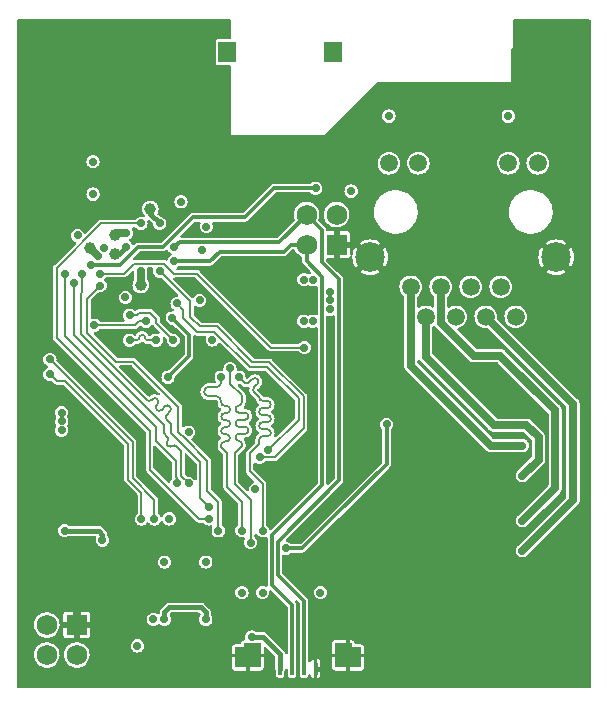
<source format=gbr>
%TF.GenerationSoftware,KiCad,Pcbnew,6.0.0*%
%TF.CreationDate,2022-05-21T22:27:12+02:00*%
%TF.ProjectId,cowdin-3b-esp32,636f7764-696e-42d3-9362-2d6573703332,1*%
%TF.SameCoordinates,Original*%
%TF.FileFunction,Copper,L4,Bot*%
%TF.FilePolarity,Positive*%
%FSLAX46Y46*%
G04 Gerber Fmt 4.6, Leading zero omitted, Abs format (unit mm)*
G04 Created by KiCad (PCBNEW 6.0.0) date 2022-05-21 22:27:12*
%MOMM*%
%LPD*%
G01*
G04 APERTURE LIST*
G04 Aperture macros list*
%AMFreePoly0*
4,1,17,1.085355,1.010355,1.100000,0.975000,1.100000,-0.975000,1.085355,-1.010355,1.050000,-1.025000,-1.050000,-1.025000,-1.085355,-1.010355,-1.100000,-0.975000,-1.100000,0.625000,-1.085355,0.660355,-1.050000,0.675000,-0.300000,0.675000,-0.300000,0.975000,-0.285355,1.010355,-0.250000,1.025000,1.050000,1.025000,1.085355,1.010355,1.085355,1.010355,$1*%
%AMFreePoly1*
4,1,17,0.285355,1.010355,0.300000,0.975000,0.300000,0.675000,1.050000,0.675000,1.085355,0.660355,1.100000,0.625000,1.100000,-0.975000,1.085355,-1.010355,1.050000,-1.025000,-1.050000,-1.025000,-1.085355,-1.010355,-1.100000,-0.975000,-1.100000,0.975000,-1.085355,1.010355,-1.050000,1.025000,0.250000,1.025000,0.285355,1.010355,0.285355,1.010355,$1*%
G04 Aperture macros list end*
%TA.AperFunction,ComponentPad*%
%ADD10R,1.750000X1.750000*%
%TD*%
%TA.AperFunction,ComponentPad*%
%ADD11C,1.750000*%
%TD*%
%TA.AperFunction,SMDPad,CuDef*%
%ADD12C,1.000000*%
%TD*%
%TA.AperFunction,SMDPad,CuDef*%
%ADD13R,0.300000X1.100000*%
%TD*%
%TA.AperFunction,SMDPad,CuDef*%
%ADD14FreePoly0,0.000000*%
%TD*%
%TA.AperFunction,SMDPad,CuDef*%
%ADD15FreePoly1,0.000000*%
%TD*%
%TA.AperFunction,ComponentPad*%
%ADD16C,1.500000*%
%TD*%
%TA.AperFunction,ComponentPad*%
%ADD17C,2.500000*%
%TD*%
%TA.AperFunction,SMDPad,CuDef*%
%ADD18R,1.500000X1.800000*%
%TD*%
%TA.AperFunction,ViaPad*%
%ADD19C,0.711200*%
%TD*%
%TA.AperFunction,Conductor*%
%ADD20C,0.406400*%
%TD*%
%TA.AperFunction,Conductor*%
%ADD21C,0.711200*%
%TD*%
%TA.AperFunction,Conductor*%
%ADD22C,0.304800*%
%TD*%
%TA.AperFunction,Conductor*%
%ADD23C,0.250000*%
%TD*%
%TA.AperFunction,Conductor*%
%ADD24C,0.203200*%
%TD*%
G04 APERTURE END LIST*
D10*
%TO.P,P2,1,P1*%
%TO.N,GND*%
X151270000Y-95770000D03*
D11*
%TO.P,P2,2,PM*%
%TO.N,DBG_RX*%
X148730000Y-95770000D03*
%TO.P,P2,3,P3*%
%TO.N,+3.3V*%
X151270000Y-93230000D03*
%TO.P,P2,4*%
%TO.N,DBG_TX*%
X148730000Y-93230000D03*
%TD*%
D10*
%TO.P,P1,1,P1*%
%TO.N,GND*%
X129270000Y-127980000D03*
D11*
%TO.P,P1,2,PM*%
%TO.N,UART_RX*%
X129270000Y-130520000D03*
%TO.P,P1,3,P3*%
%TO.N,+5V*%
X126730000Y-127980000D03*
%TO.P,P1,4*%
%TO.N,UART_TX*%
X126730000Y-130520000D03*
%TD*%
D12*
%TO.P,TP5,1,1*%
%TO.N,Net-(TP5-Pad1)*%
X135500000Y-92750000D03*
%TD*%
%TO.P,TP1,1,1*%
%TO.N,Net-(TP1-Pad1)*%
X132500000Y-95000000D03*
%TD*%
D13*
%TO.P,P3,1,P1*%
%TO.N,+3.3V*%
X146500000Y-131680000D03*
%TO.P,P3,2,PM*%
%TO.N,DBG_RX*%
X147500000Y-131680000D03*
%TO.P,P3,3,P3*%
%TO.N,DBG_TX*%
X148500000Y-131680000D03*
%TO.P,P3,4*%
%TO.N,GND*%
X149500000Y-131680000D03*
D14*
%TO.P,P3,FIX,FIX*%
X143750000Y-130555000D03*
D15*
X152250000Y-130555000D03*
%TD*%
D16*
%TO.P,J2,1*%
%TO.N,Net-(J2-Pad1)*%
X157555000Y-99350000D03*
%TO.P,J2,2*%
%TO.N,Net-(J2-Pad2)*%
X158825000Y-101890000D03*
%TO.P,J2,3*%
%TO.N,Net-(J2-Pad3)*%
X160095000Y-99350000D03*
%TO.P,J2,4*%
%TO.N,Net-(J2-Pad4)*%
X161365000Y-101890000D03*
%TO.P,J2,5*%
X162635000Y-99350000D03*
%TO.P,J2,6*%
%TO.N,Net-(J2-Pad6)*%
X163905000Y-101890000D03*
%TO.P,J2,7*%
%TO.N,Net-(J2-Pad7)*%
X165175000Y-99350000D03*
%TO.P,J2,8*%
X166445000Y-101890000D03*
%TO.P,J2,9*%
%TO.N,ETH_LED*%
X168300000Y-88890000D03*
%TO.P,J2,10*%
%TO.N,Net-(J2-Pad10)*%
X165810000Y-88890000D03*
%TO.P,J2,11*%
%TO.N,Net-(J2-Pad11)*%
X158190000Y-88890000D03*
%TO.P,J2,12*%
%TO.N,Net-(J2-Pad12)*%
X155700000Y-88890000D03*
D17*
%TO.P,J2,SHLD*%
%TO.N,GND*%
X169875000Y-96850000D03*
X154125000Y-96850000D03*
%TD*%
D12*
%TO.P,TP2,1,1*%
%TO.N,Net-(TP2-Pad1)*%
X132500000Y-96600000D03*
%TD*%
D18*
%TO.P,A1,0*%
%TO.N,unconnected-(A1-Pad0)*%
X151000000Y-79500000D03*
%TO.P,A1,1*%
%TO.N,Net-(A1-Pad1)*%
X142000000Y-79500000D03*
%TD*%
D12*
%TO.P,TP4,1,1*%
%TO.N,Net-(TP4-Pad1)*%
X134700000Y-99200000D03*
%TD*%
%TO.P,TP3,1,1*%
%TO.N,Net-(TP3-Pad1)*%
X130400000Y-96100000D03*
%TD*%
D19*
%TO.N,+3.3V*%
X152500000Y-91250000D03*
X138750000Y-111650000D03*
X128000000Y-110000000D03*
X145000000Y-125250000D03*
X136700000Y-122650000D03*
X149250000Y-102250000D03*
X143250000Y-125250000D03*
X139680000Y-100500000D03*
X131600000Y-96050000D03*
X137100000Y-119000000D03*
X150750000Y-101250000D03*
X129350000Y-95000000D03*
X138100000Y-92150000D03*
X144100000Y-129000000D03*
X165800000Y-84900000D03*
X144400000Y-116500000D03*
X130650000Y-88740000D03*
X155700000Y-84900000D03*
X128000000Y-110750000D03*
X150750000Y-100500000D03*
X139850000Y-96250000D03*
X130650000Y-91500000D03*
X150750000Y-99750000D03*
X148500000Y-98750000D03*
X149250000Y-98750000D03*
X135750000Y-127500000D03*
X128000000Y-111500000D03*
X149900000Y-125250000D03*
X148500000Y-102250000D03*
X140250000Y-94250000D03*
X140200000Y-122650000D03*
%TO.N,GND*%
X139250000Y-125000000D03*
X132000000Y-125500000D03*
X142500000Y-97250000D03*
X124600000Y-99000000D03*
X150750000Y-104500000D03*
X137750000Y-108250000D03*
X142000000Y-83000000D03*
X172400000Y-107000000D03*
X130500000Y-132900000D03*
X147490000Y-117250000D03*
X131060000Y-84440000D03*
X125750000Y-119000000D03*
X132000000Y-124000000D03*
X172400000Y-115000000D03*
X155000000Y-99500000D03*
X140500000Y-79500000D03*
X155000000Y-117250000D03*
X172400000Y-131000000D03*
X124600000Y-103000000D03*
X139750000Y-87250000D03*
X150500000Y-132900000D03*
X155000000Y-124750000D03*
X132500000Y-132900000D03*
X134000000Y-117250000D03*
X148500000Y-87000000D03*
X147250000Y-109300000D03*
X158500000Y-83000000D03*
X172400000Y-87000000D03*
X146500000Y-108250000D03*
X133000000Y-110500000D03*
X124600000Y-95000000D03*
X124600000Y-127000000D03*
X172400000Y-111000000D03*
X132000000Y-112000000D03*
X136250000Y-89250000D03*
X168500000Y-83000000D03*
X139500000Y-80500000D03*
X172400000Y-123000000D03*
X141900000Y-99500000D03*
X136250000Y-96750000D03*
X138750000Y-91250000D03*
X152000000Y-122100000D03*
X164500000Y-83000000D03*
X124600000Y-101000000D03*
X138500000Y-132900000D03*
X172400000Y-99000000D03*
X124600000Y-87000000D03*
X168500000Y-132900000D03*
X124600000Y-119000000D03*
X124600000Y-91000000D03*
X124600000Y-89000000D03*
X124600000Y-85000000D03*
X132250000Y-101750000D03*
X149010000Y-112100000D03*
X152500000Y-132900000D03*
X135750000Y-125000000D03*
X126500000Y-132900000D03*
X152250000Y-130550000D03*
X170500000Y-83000000D03*
X124600000Y-113000000D03*
X134750000Y-96750000D03*
X132000000Y-124750000D03*
X162500000Y-132900000D03*
X142250000Y-121000000D03*
X150500000Y-122200000D03*
X124600000Y-107000000D03*
X154000000Y-131500000D03*
X124600000Y-125000000D03*
X172400000Y-93000000D03*
X138250000Y-81750000D03*
X172400000Y-129000000D03*
X172400000Y-97000000D03*
X132250000Y-87250000D03*
X139250000Y-127500000D03*
X156500000Y-83000000D03*
X137150000Y-82850000D03*
X130500000Y-120800000D03*
X136000000Y-84000000D03*
X148500000Y-107000000D03*
X156400000Y-125000000D03*
X139673398Y-101500000D03*
X138750000Y-114850000D03*
X162640000Y-95250000D03*
X143250000Y-114250000D03*
X155000000Y-101500000D03*
X130650000Y-90260000D03*
X172400000Y-109000000D03*
X162500000Y-83000000D03*
X172400000Y-119000000D03*
X134750000Y-95250000D03*
X133000000Y-131500000D03*
X139650000Y-89250000D03*
X132000000Y-123250000D03*
X146500000Y-87250000D03*
X155000000Y-100500000D03*
X133750000Y-104993300D03*
X145150000Y-93000000D03*
X133750000Y-106400000D03*
X129500000Y-83310000D03*
X160500000Y-132900000D03*
X154500000Y-83000000D03*
X160500000Y-83000000D03*
X164500000Y-132900000D03*
X124600000Y-93000000D03*
X172400000Y-125000000D03*
X166500000Y-83000000D03*
X134250000Y-91250000D03*
X172400000Y-85000000D03*
X166500000Y-132900000D03*
X150750000Y-110500000D03*
X172400000Y-95000000D03*
X165600000Y-109500000D03*
X128500000Y-132900000D03*
X147750000Y-124200000D03*
X172400000Y-89000000D03*
X124600000Y-109000000D03*
X136500000Y-132900000D03*
X134500000Y-132900000D03*
X141650000Y-123900000D03*
X124600000Y-97000000D03*
X158500000Y-132900000D03*
X172400000Y-113000000D03*
X140500000Y-132900000D03*
X154000000Y-110500000D03*
X139500000Y-84550000D03*
X142500000Y-132900000D03*
X124600000Y-129000000D03*
X129500000Y-80500000D03*
X172400000Y-117000000D03*
X124600000Y-105000000D03*
X152500000Y-85000000D03*
X124600000Y-123000000D03*
X172400000Y-127000000D03*
X172400000Y-103000000D03*
X170500000Y-132900000D03*
X156500000Y-132900000D03*
X151480000Y-91000000D03*
X143750000Y-130560000D03*
X144500000Y-132900000D03*
X130500000Y-118750000D03*
X150500000Y-131680000D03*
X126750000Y-100250000D03*
X172400000Y-105000000D03*
X146500000Y-103750000D03*
X141150000Y-116500000D03*
X126990000Y-96100000D03*
X142000000Y-84500000D03*
X172400000Y-101000000D03*
X124600000Y-132900000D03*
X165180000Y-95250000D03*
X132250000Y-109300000D03*
X172400000Y-91000000D03*
X156400000Y-109500000D03*
X144500000Y-94750000D03*
X148500000Y-132900000D03*
X124600000Y-117000000D03*
X154500000Y-132900000D03*
X150500000Y-87000000D03*
X124600000Y-115000000D03*
X172400000Y-132900000D03*
X172400000Y-83000000D03*
X137000000Y-114850000D03*
X130900000Y-113100000D03*
X146500000Y-132900000D03*
X130500000Y-121750000D03*
X124600000Y-111000000D03*
X127250000Y-93250000D03*
X165600000Y-125000000D03*
X139750000Y-109300000D03*
X147750000Y-120500000D03*
X136250000Y-95250000D03*
X124600000Y-121000000D03*
X155500000Y-104500000D03*
X124600000Y-131000000D03*
X172400000Y-121000000D03*
X135430000Y-108250000D03*
X130900000Y-114600000D03*
X142000000Y-81000000D03*
%TO.N,Net-(A1-Pad1)*%
X142000000Y-79500000D03*
%TO.N,BOOT2*%
X149500000Y-91000000D03*
X130500000Y-97500000D03*
%TO.N,Net-(TP1-Pad1)*%
X133480000Y-94800000D03*
%TO.N,Net-(TP2-Pad1)*%
X133480000Y-96000000D03*
%TO.N,Net-(TP3-Pad1)*%
X131050000Y-96750000D03*
%TO.N,Net-(TP4-Pad1)*%
X134700000Y-98020000D03*
%TO.N,ETH_IRQ*%
X141250000Y-120010000D03*
X131250000Y-99250000D03*
%TO.N,FL_SHD*%
X137450000Y-103860000D03*
X133750000Y-101750000D03*
%TO.N,U2_RXD*%
X127000000Y-105500000D03*
X135850000Y-119000000D03*
%TO.N,FL_SCS*%
X135140000Y-102250000D03*
X130760000Y-102600000D03*
%TO.N,FL_SDO*%
X133750000Y-103860000D03*
X136000000Y-103860000D03*
%TO.N,+VMEM*%
X133400000Y-100250000D03*
X140750000Y-103850000D03*
%TO.N,Net-(J2-Pad1)*%
X167000000Y-112800000D03*
%TO.N,Net-(J2-Pad2)*%
X167000000Y-115350000D03*
%TO.N,Net-(J2-Pad3)*%
X167000000Y-119150000D03*
%TO.N,Net-(J2-Pad6)*%
X167000000Y-121700000D03*
%TO.N,U2_TXD*%
X127000000Y-106750000D03*
X134750000Y-119000000D03*
%TO.N,ETH_MDIO*%
X145500000Y-113150000D03*
X137760000Y-100750000D03*
%TO.N,ETH_RXD1*%
X129000000Y-99010000D03*
X138750000Y-116000000D03*
%TO.N,ETH_RXD0*%
X128250000Y-98250000D03*
X137750000Y-116000000D03*
%TO.N,ETH_TXEN*%
X143000000Y-107000000D03*
X145000000Y-120000000D03*
%TO.N,ETH_CRSDV*%
X140500000Y-118000000D03*
X129750000Y-98250000D03*
%TO.N,ETH_RXER*%
X134700000Y-93980000D03*
X140500000Y-119000000D03*
%TO.N,ETH_TXD0*%
X141500000Y-107000000D03*
X143250000Y-120000000D03*
%TO.N,ETH_TXD1*%
X144000000Y-121000000D03*
X142250000Y-106250000D03*
%TO.N,ETH_LED*%
X147000000Y-121500000D03*
X155500000Y-111000000D03*
%TO.N,ETH_MDC*%
X136300000Y-98020000D03*
X144750000Y-113800000D03*
%TO.N,CLK50_EN*%
X137000000Y-107000000D03*
X137350000Y-102000000D03*
%TO.N,BOOT0*%
X131250000Y-98250000D03*
X148550000Y-104500000D03*
%TO.N,+5V*%
X128250000Y-120000000D03*
X131450000Y-120800000D03*
X134400000Y-129750000D03*
%TO.N,DBG_RX*%
X137520000Y-97200000D03*
%TO.N,DBG_TX*%
X137520000Y-96000000D03*
%TO.N,+VIO*%
X136700000Y-127500000D03*
X140200000Y-127500000D03*
%TO.N,Net-(TP5-Pad1)*%
X136300000Y-93980000D03*
%TD*%
D20*
%TO.N,+3.3V*%
X145060000Y-129000000D02*
X144100000Y-129000000D01*
X146500000Y-130440000D02*
X145060000Y-129000000D01*
X146500000Y-131680000D02*
X146500000Y-130440000D01*
D21*
%TO.N,GND*%
X141150000Y-116500000D02*
X141150000Y-113680000D01*
D20*
X137340000Y-103040000D02*
X136540000Y-102240000D01*
D21*
X129270000Y-125720000D02*
X129270000Y-127980000D01*
D20*
X137631704Y-103040000D02*
X137340000Y-103040000D01*
X132990000Y-101010000D02*
X132250000Y-101750000D01*
D21*
X130240000Y-124750000D02*
X129270000Y-125720000D01*
X141150000Y-113680000D02*
X140810000Y-113340000D01*
X125950000Y-103000000D02*
X132250000Y-109300000D01*
D20*
X155725000Y-95250000D02*
X154125000Y-96850000D01*
D21*
X132000000Y-124750000D02*
X130240000Y-124750000D01*
D22*
X149500000Y-131680000D02*
X149660000Y-131680000D01*
D20*
X136540000Y-102240000D02*
X136540000Y-101800000D01*
X138220000Y-103628296D02*
X137631704Y-103040000D01*
X138220000Y-104140000D02*
X138220000Y-103628296D01*
X136540000Y-101800000D02*
X135750000Y-101010000D01*
D21*
X133000000Y-110500000D02*
X134660000Y-112160000D01*
X140810000Y-113340000D02*
X140810000Y-110360000D01*
D20*
X168275000Y-95250000D02*
X169875000Y-96850000D01*
X137366700Y-104993300D02*
X138220000Y-104140000D01*
D21*
X134660000Y-115210000D02*
X140450000Y-121000000D01*
X140450000Y-121000000D02*
X142250000Y-121000000D01*
X140810000Y-110360000D02*
X139750000Y-109300000D01*
X132250000Y-109750000D02*
X133000000Y-110500000D01*
D23*
X152250000Y-130555000D02*
X152250000Y-130550000D01*
X143750000Y-130555000D02*
X143750000Y-130560000D01*
D21*
X141150000Y-116500000D02*
X142250000Y-117600000D01*
X150500000Y-131680000D02*
X150090000Y-131680000D01*
D20*
X162640000Y-95250000D02*
X155725000Y-95250000D01*
X135750000Y-101010000D02*
X132990000Y-101010000D01*
D21*
X134660000Y-112160000D02*
X134660000Y-115210000D01*
X142250000Y-117600000D02*
X142250000Y-121000000D01*
D20*
X150090000Y-131680000D02*
X149660000Y-131680000D01*
D21*
X132250000Y-109300000D02*
X132250000Y-109750000D01*
D20*
X133750000Y-104993300D02*
X137366700Y-104993300D01*
D21*
X124600000Y-103000000D02*
X125950000Y-103000000D01*
D20*
X165180000Y-95250000D02*
X168275000Y-95250000D01*
D22*
%TO.N,BOOT2*%
X130500000Y-97500000D02*
X132970000Y-97500000D01*
X136550000Y-96000000D02*
X139080000Y-93470000D01*
X146010000Y-91000000D02*
X149500000Y-91000000D01*
X132970000Y-97500000D02*
X134470000Y-96000000D01*
X139080000Y-93470000D02*
X143540000Y-93470000D01*
X143540000Y-93470000D02*
X146010000Y-91000000D01*
X134470000Y-96000000D02*
X136550000Y-96000000D01*
D21*
%TO.N,Net-(TP1-Pad1)*%
X132700000Y-94800000D02*
X132500000Y-95000000D01*
X133480000Y-94800000D02*
X132700000Y-94800000D01*
D20*
%TO.N,Net-(TP2-Pad1)*%
X133480000Y-96000000D02*
X132880000Y-96600000D01*
X132880000Y-96600000D02*
X132500000Y-96600000D01*
D21*
%TO.N,Net-(TP3-Pad1)*%
X131050000Y-96750000D02*
X130400000Y-96100000D01*
%TO.N,Net-(TP4-Pad1)*%
X134700000Y-98020000D02*
X134700000Y-99200000D01*
D24*
%TO.N,ETH_IRQ*%
X137880000Y-109500000D02*
X134060000Y-105680000D01*
X134060000Y-105680000D02*
X132600000Y-105680000D01*
X130153289Y-100346711D02*
X131250000Y-99250000D01*
X141250000Y-117590000D02*
X140330000Y-116670000D01*
X130153289Y-103233289D02*
X130153289Y-100346711D01*
X140330000Y-114080000D02*
X138506711Y-112256711D01*
X137880000Y-111638020D02*
X137880000Y-109500000D01*
X138506711Y-112256711D02*
X138498691Y-112256711D01*
X140330000Y-116670000D02*
X140330000Y-114080000D01*
X141250000Y-120010000D02*
X141250000Y-117590000D01*
X132600000Y-105680000D02*
X130153289Y-103233289D01*
X138498691Y-112256711D02*
X137880000Y-111638020D01*
%TO.N,FL_SHD*%
X137450000Y-103860000D02*
X136020000Y-102430000D01*
X134340000Y-101750000D02*
X133750000Y-101750000D01*
X136020000Y-102430000D02*
X136020000Y-102050000D01*
X134550000Y-101540000D02*
X134340000Y-101750000D01*
X135510000Y-101540000D02*
X134550000Y-101540000D01*
X136020000Y-102050000D02*
X135510000Y-101540000D01*
%TO.N,U2_RXD*%
X135850000Y-117360000D02*
X134000000Y-115510000D01*
X135850000Y-119000000D02*
X135850000Y-117360000D01*
X134000000Y-115510000D02*
X134000000Y-112500000D01*
X134000000Y-112500000D02*
X127000000Y-105500000D01*
%TO.N,FL_SCS*%
X130760000Y-102600000D02*
X134200000Y-102600000D01*
X134200000Y-102600000D02*
X134550000Y-102250000D01*
X134550000Y-102250000D02*
X135140000Y-102250000D01*
%TO.N,FL_SDO*%
X135260000Y-103860000D02*
X135763165Y-103860000D01*
X135035000Y-103615736D02*
X135035000Y-103635000D01*
X134585000Y-103635000D02*
X134585000Y-103615736D01*
X133750000Y-103860000D02*
X134360000Y-103860000D01*
X135763165Y-103860000D02*
X136000000Y-103860000D01*
X135035000Y-103615736D02*
G75*
G03*
X134810000Y-103390736I-225000J0D01*
G01*
X134585000Y-103635000D02*
G75*
G02*
X134360000Y-103860000I-225000J0D01*
G01*
X134810000Y-103390736D02*
G75*
G03*
X134585000Y-103615736I0J-225000D01*
G01*
X135260000Y-103860000D02*
G75*
G02*
X135035000Y-103635000I0J225000D01*
G01*
D21*
%TO.N,Net-(J2-Pad1)*%
X167000000Y-112800000D02*
X164340000Y-112800000D01*
X157555000Y-106015000D02*
X157555000Y-99350000D01*
X164340000Y-112800000D02*
X157555000Y-106015000D01*
%TO.N,Net-(J2-Pad2)*%
X158825000Y-101890000D02*
X158825000Y-105275000D01*
X168370000Y-113980000D02*
X167000000Y-115350000D01*
X167340000Y-111070000D02*
X168370000Y-112100000D01*
X168370000Y-112100000D02*
X168370000Y-113980000D01*
X158825000Y-105275000D02*
X164620000Y-111070000D01*
X164620000Y-111070000D02*
X167340000Y-111070000D01*
%TO.N,Net-(J2-Pad3)*%
X169780000Y-109820000D02*
X169780000Y-116370000D01*
X165130000Y-105170000D02*
X169780000Y-109820000D01*
X162870004Y-105170000D02*
X165130000Y-105170000D01*
X169780000Y-116370000D02*
X167000000Y-119150000D01*
X160095000Y-99350000D02*
X160095000Y-102394996D01*
X160095000Y-102394996D02*
X162870004Y-105170000D01*
%TO.N,Net-(J2-Pad6)*%
X163905000Y-101890000D02*
X171290000Y-109275000D01*
X171290000Y-117410000D02*
X167000000Y-121700000D01*
X171290000Y-109275000D02*
X171290000Y-117410000D01*
D24*
%TO.N,U2_TXD*%
X134750000Y-116820000D02*
X134750000Y-119000000D01*
X128250000Y-107320000D02*
X133610000Y-112680000D01*
X127000000Y-106750000D02*
X127570000Y-107320000D01*
X133610000Y-112680000D02*
X133610000Y-115680000D01*
X127570000Y-107320000D02*
X128250000Y-107320000D01*
X133610000Y-115680000D02*
X134750000Y-116820000D01*
%TO.N,ETH_MDIO*%
X148050000Y-108790000D02*
X148050000Y-110600000D01*
X143918020Y-106160000D02*
X145420000Y-106160000D01*
X140928020Y-103170000D02*
X143918020Y-106160000D01*
X148050000Y-110600000D02*
X145500000Y-113150000D01*
X137760000Y-100750000D02*
X138290000Y-101280000D01*
X145420000Y-106160000D02*
X148050000Y-108790000D01*
X138290000Y-102030000D02*
X139430000Y-103170000D01*
X139430000Y-103170000D02*
X140928020Y-103170000D01*
X138290000Y-101280000D02*
X138290000Y-102030000D01*
%TO.N,ETH_RXD1*%
X136620000Y-111060000D02*
X136620000Y-111730000D01*
X137374263Y-112828347D02*
X137374263Y-112828346D01*
X129000000Y-103440000D02*
X136620000Y-111060000D01*
X129000000Y-99010000D02*
X129000000Y-103440000D01*
X136949999Y-112748167D02*
X137030179Y-112828347D01*
X137798528Y-112908528D02*
X138100000Y-113210000D01*
X138100000Y-113210000D02*
X138100000Y-115350000D01*
X136620000Y-111730000D02*
X136950000Y-112060000D01*
X138100000Y-115350000D02*
X138750000Y-116000000D01*
X137718347Y-112828346D02*
X137798528Y-112908528D01*
X137718347Y-112828346D02*
G75*
G03*
X137374263Y-112828346I-172042J-172042D01*
G01*
X137374263Y-112828347D02*
G75*
G02*
X137030179Y-112828347I-172042J172042D01*
G01*
X136949999Y-112404083D02*
G75*
G03*
X136950000Y-112060000I-172042J172042D01*
G01*
X136949999Y-112748167D02*
G75*
G02*
X136949999Y-112404083I172042J172042D01*
G01*
%TO.N,ETH_RXD0*%
X137640000Y-115430000D02*
X137640000Y-114060000D01*
X137750000Y-115540000D02*
X137640000Y-115430000D01*
X136000000Y-112420000D02*
X136000000Y-111260000D01*
X137750000Y-116000000D02*
X137750000Y-115540000D01*
X128250000Y-103510000D02*
X128250000Y-98250000D01*
X136000000Y-111260000D02*
X128250000Y-103510000D01*
X137640000Y-114060000D02*
X136000000Y-112420000D01*
%TO.N,ETH_TXEN*%
X145010000Y-109010000D02*
X145410000Y-109010000D01*
X143920000Y-114960000D02*
X145006711Y-116046711D01*
X145006711Y-116046711D02*
X145006711Y-119993289D01*
X144288527Y-108288527D02*
X144710000Y-108710000D01*
X144710000Y-112310000D02*
X144710000Y-112670000D01*
X145010000Y-110210000D02*
X145410000Y-110210000D01*
X143920000Y-113460000D02*
X143920000Y-114960000D01*
X143864265Y-107439999D02*
X144147107Y-107157158D01*
X145410000Y-110810000D02*
X145010000Y-110810000D01*
X145410000Y-109610000D02*
X145010000Y-109610000D01*
X144571371Y-107581422D02*
X144288527Y-107864263D01*
X145010000Y-111410000D02*
X145410000Y-111410000D01*
X144710000Y-112670000D02*
X143920000Y-113460000D01*
X145006711Y-119993289D02*
X145000000Y-120000000D01*
X144571370Y-107581423D02*
X144571371Y-107581422D01*
X143000000Y-107000000D02*
X143440000Y-107440000D01*
X145410000Y-112010000D02*
X145010000Y-112010000D01*
X145710000Y-111710000D02*
G75*
G03*
X145410000Y-111410000I-300000J0D01*
G01*
X145010000Y-111410000D02*
G75*
G02*
X144710000Y-111110000I0J300000D01*
G01*
X143864265Y-107439999D02*
G75*
G02*
X143440000Y-107440000I-212133J212127D01*
G01*
X145410000Y-109610000D02*
G75*
G03*
X145710000Y-109310000I0J300000D01*
G01*
X144710000Y-111110000D02*
G75*
G02*
X145010000Y-110810000I300000J0D01*
G01*
X144571370Y-107157159D02*
G75*
G03*
X144147108Y-107157159I-212131J-212131D01*
G01*
X144710000Y-109910000D02*
G75*
G02*
X145010000Y-109610000I300000J0D01*
G01*
X144571370Y-107581423D02*
G75*
G03*
X144571371Y-107157158I-212134J212133D01*
G01*
X145010000Y-110210000D02*
G75*
G02*
X144710000Y-109910000I0J300000D01*
G01*
X145410000Y-110810000D02*
G75*
G03*
X145710000Y-110510000I0J300000D01*
G01*
X145710000Y-109310000D02*
G75*
G03*
X145410000Y-109010000I-300000J0D01*
G01*
X144710000Y-112310000D02*
G75*
G02*
X145010000Y-112010000I300000J0D01*
G01*
X145010000Y-109010000D02*
G75*
G02*
X144710000Y-108710000I0J300000D01*
G01*
X144288528Y-108288526D02*
G75*
G02*
X144288528Y-107864264I212131J212131D01*
G01*
X145710000Y-110510000D02*
G75*
G03*
X145410000Y-110210000I-300000J0D01*
G01*
X145410000Y-112010000D02*
G75*
G03*
X145710000Y-111710000I0J300000D01*
G01*
%TO.N,ETH_CRSDV*%
X135192940Y-108912940D02*
X135192941Y-108912941D01*
X129610000Y-99940000D02*
X129750000Y-99800000D01*
X136041469Y-109337205D02*
X136041470Y-109337205D01*
X140500000Y-118000000D02*
X139750000Y-117250000D01*
X136889999Y-110185735D02*
X136890000Y-110185735D01*
X136748577Y-109478628D02*
X136465734Y-109761470D01*
X136890000Y-110185735D02*
X137172842Y-109902892D01*
X136041470Y-109337205D02*
X136096110Y-109282564D01*
X139750000Y-114180000D02*
X137270000Y-111700000D01*
X135671845Y-108858299D02*
X135671845Y-108858300D01*
X129610000Y-103330000D02*
X129610000Y-99940000D01*
X129750000Y-99800000D02*
X129750000Y-98250000D01*
X135192941Y-108912941D02*
X129610000Y-103330000D01*
X139750000Y-117250000D02*
X139750000Y-114180000D01*
X137270000Y-111700000D02*
X137270000Y-110990000D01*
X135671845Y-108858300D02*
X135617204Y-108912940D01*
X137270000Y-110990000D02*
X136890000Y-110610000D01*
X136748577Y-109478627D02*
X136748577Y-109478628D01*
X136096109Y-108858301D02*
G75*
G02*
X136096109Y-109282563I-212131J-212131D01*
G01*
X135192941Y-108912939D02*
G75*
G03*
X135617203Y-108912939I212131J212131D01*
G01*
X136748578Y-109478628D02*
G75*
G02*
X137172841Y-109478629I212131J-212131D01*
G01*
X135671846Y-108858300D02*
G75*
G02*
X136096109Y-108858301I212131J-212131D01*
G01*
X136041471Y-109761469D02*
G75*
G03*
X136465733Y-109761469I212131J212131D01*
G01*
X136041470Y-109337206D02*
G75*
G03*
X136041471Y-109761469I212131J-212131D01*
G01*
X137172841Y-109478629D02*
G75*
G02*
X137172841Y-109902891I-212131J-212131D01*
G01*
X136890000Y-110185736D02*
G75*
G03*
X136890001Y-110609999I212131J-212131D01*
G01*
%TO.N,ETH_RXER*%
X127570000Y-103700000D02*
X127570000Y-97770000D01*
X135440000Y-111570000D02*
X127570000Y-103700000D01*
X131360000Y-93980000D02*
X134700000Y-93980000D01*
X135440000Y-114820000D02*
X135440000Y-111570000D01*
X127570000Y-97770000D02*
X131360000Y-93980000D01*
X139620000Y-119000000D02*
X135440000Y-114820000D01*
X140500000Y-119000000D02*
X139620000Y-119000000D01*
%TO.N,ETH_TXD0*%
X141500000Y-109140000D02*
X141500000Y-109090000D01*
X141100000Y-108630000D02*
X140450000Y-108630000D01*
X141500000Y-107430000D02*
X141500000Y-107000000D01*
X143250000Y-117580000D02*
X142000000Y-116330000D01*
X141800000Y-111240000D02*
X141950000Y-111240000D01*
X141800000Y-110040000D02*
X141950000Y-110040000D01*
X143250000Y-120000000D02*
X143250000Y-117580000D01*
X140450000Y-107830000D02*
X141100000Y-107830000D01*
X141500000Y-112940000D02*
X141500000Y-112740000D01*
X141950000Y-111840000D02*
X141800000Y-111840000D01*
X142000000Y-113440000D02*
X141500000Y-112940000D01*
X141800000Y-112440000D02*
X141950000Y-112440000D01*
X141950000Y-110640000D02*
X141800000Y-110640000D01*
X141500000Y-109090000D02*
X141500000Y-109030000D01*
X142000000Y-116330000D02*
X142000000Y-113440000D01*
X141950000Y-109440000D02*
X141800000Y-109440000D01*
X141950000Y-111840000D02*
G75*
G02*
X142250000Y-112140000I0J-300000D01*
G01*
X141950000Y-110640000D02*
G75*
G02*
X142250000Y-110940000I0J-300000D01*
G01*
X141800000Y-111240000D02*
G75*
G03*
X141500000Y-111540000I0J-300000D01*
G01*
X141950000Y-109440000D02*
G75*
G02*
X142250000Y-109740000I0J-300000D01*
G01*
X140050000Y-108230000D02*
G75*
G03*
X140450000Y-108630000I399999J-1D01*
G01*
X141500000Y-107430000D02*
G75*
G02*
X141100000Y-107830000I-399999J-1D01*
G01*
X141500000Y-109140000D02*
G75*
G03*
X141800000Y-109440000I300000J0D01*
G01*
X141100000Y-108630000D02*
G75*
G02*
X141500000Y-109030000I1J-399999D01*
G01*
X142250000Y-112140000D02*
G75*
G02*
X141950000Y-112440000I-300000J0D01*
G01*
X141500000Y-111540000D02*
G75*
G03*
X141800000Y-111840000I300000J0D01*
G01*
X141800000Y-112440000D02*
G75*
G03*
X141500000Y-112740000I0J-300000D01*
G01*
X141500000Y-110340000D02*
G75*
G03*
X141800000Y-110640000I300000J0D01*
G01*
X140450000Y-107830000D02*
G75*
G03*
X140050000Y-108230000I-1J-399999D01*
G01*
X142250000Y-110940000D02*
G75*
G02*
X141950000Y-111240000I-300000J0D01*
G01*
X141800000Y-110040000D02*
G75*
G03*
X141500000Y-110340000I0J-300000D01*
G01*
X142250000Y-109740000D02*
G75*
G02*
X141950000Y-110040000I-300000J0D01*
G01*
%TO.N,ETH_TXD1*%
X142643289Y-116063289D02*
X142643289Y-113446711D01*
X142988662Y-110595000D02*
X143260000Y-110595000D01*
X142717324Y-110923662D02*
X142717324Y-110866338D01*
X143260000Y-110595000D02*
X143531338Y-110595000D01*
X142643289Y-113446711D02*
X143260000Y-112830000D01*
X143531338Y-109995000D02*
X143260000Y-109995000D01*
X143260000Y-109123662D02*
X143260000Y-108550000D01*
X142717324Y-112127324D02*
X142717324Y-112070000D01*
X143260000Y-108550000D02*
X142250000Y-107540000D01*
X143260000Y-111795000D02*
X143531338Y-111795000D01*
X142250000Y-107540000D02*
X142250000Y-106250000D01*
X144000000Y-121000000D02*
X144000000Y-117420000D01*
X143260000Y-112830000D02*
X143260000Y-112670000D01*
X143260000Y-111798662D02*
X143260000Y-111795000D01*
X143802676Y-111523662D02*
X143802676Y-111466338D01*
X142988662Y-111798662D02*
X143260000Y-111798662D01*
X143531338Y-111195000D02*
X143260000Y-111195000D01*
X143260000Y-109995000D02*
X142988662Y-109995000D01*
X142717324Y-109723662D02*
X142717324Y-109666338D01*
X144000000Y-117420000D02*
X142643289Y-116063289D01*
X143260000Y-111195000D02*
X142988662Y-111195000D01*
X143802676Y-110323662D02*
X143802676Y-110266338D01*
X142717324Y-110923662D02*
G75*
G03*
X142988662Y-111195000I271338J0D01*
G01*
X142717324Y-109723662D02*
G75*
G03*
X142988662Y-109995000I271338J0D01*
G01*
X143802676Y-110323662D02*
G75*
G02*
X143531338Y-110595000I-271338J0D01*
G01*
X142717324Y-112127324D02*
G75*
G03*
X142988662Y-112398662I271338J0D01*
G01*
X143531338Y-109995000D02*
G75*
G02*
X143802676Y-110266338I0J-271338D01*
G01*
X143260000Y-109123662D02*
G75*
G02*
X142988662Y-109395000I-271338J0D01*
G01*
X142988662Y-110595000D02*
G75*
G03*
X142717324Y-110866338I0J-271338D01*
G01*
X142988662Y-109395000D02*
G75*
G03*
X142717324Y-109666338I0J-271338D01*
G01*
X143531338Y-111195000D02*
G75*
G02*
X143802676Y-111466338I0J-271338D01*
G01*
X143802676Y-111523662D02*
G75*
G02*
X143531338Y-111795000I-271338J0D01*
G01*
X142988662Y-111798662D02*
G75*
G03*
X142717324Y-112070000I0J-271338D01*
G01*
X142988662Y-112398662D02*
G75*
G02*
X143260000Y-112670000I0J-271338D01*
G01*
D22*
%TO.N,ETH_LED*%
X155500000Y-114360000D02*
X155500000Y-111000000D01*
X151170000Y-118690000D02*
X155500000Y-114360000D01*
X148360000Y-121500000D02*
X151170000Y-118690000D01*
X147000000Y-121500000D02*
X148360000Y-121500000D01*
D24*
%TO.N,ETH_MDC*%
X145590000Y-105730000D02*
X148490000Y-108630000D01*
X136300000Y-98020000D02*
X138860000Y-100580000D01*
X148490000Y-111340000D02*
X146030000Y-113800000D01*
X138860000Y-101880000D02*
X139680000Y-102700000D01*
X141120000Y-102700000D02*
X144150000Y-105730000D01*
X148490000Y-108630000D02*
X148490000Y-111340000D01*
X138860000Y-100580000D02*
X138860000Y-101880000D01*
X146030000Y-113800000D02*
X144750000Y-113800000D01*
X144150000Y-105730000D02*
X145590000Y-105730000D01*
X139680000Y-102700000D02*
X141120000Y-102700000D01*
D22*
%TO.N,CLK50_EN*%
X138770000Y-105230000D02*
X137000000Y-107000000D01*
X137350000Y-102000000D02*
X138770000Y-103420000D01*
X138770000Y-103420000D02*
X138770000Y-105230000D01*
D24*
%TO.N,BOOT0*%
X139490000Y-98250000D02*
X145740000Y-104500000D01*
X133250000Y-98250000D02*
X134100000Y-97400000D01*
X136690000Y-97400000D02*
X137540000Y-98250000D01*
X145740000Y-104500000D02*
X148550000Y-104500000D01*
X131250000Y-98250000D02*
X133250000Y-98250000D01*
X134100000Y-97400000D02*
X136690000Y-97400000D01*
X137540000Y-98250000D02*
X139490000Y-98250000D01*
D20*
%TO.N,+5V*%
X131120000Y-120000000D02*
X131450000Y-120330000D01*
X128250000Y-120000000D02*
X131120000Y-120000000D01*
X131450000Y-120330000D02*
X131450000Y-120800000D01*
D22*
%TO.N,DBG_RX*%
X147500000Y-131680000D02*
X147500000Y-126300000D01*
X137520000Y-97200000D02*
X140560000Y-97200000D01*
X147500000Y-126300000D02*
X145790000Y-124590000D01*
X147420000Y-95770000D02*
X148730000Y-95770000D01*
X141370000Y-96390000D02*
X146800000Y-96390000D01*
X145790000Y-120390000D02*
X150040000Y-116140000D01*
X140560000Y-97200000D02*
X141370000Y-96390000D01*
X150040000Y-98510000D02*
X148730000Y-97200000D01*
X148730000Y-97200000D02*
X148730000Y-95770000D01*
X150040000Y-116140000D02*
X150040000Y-98510000D01*
X145790000Y-124590000D02*
X145790000Y-120390000D01*
X146800000Y-96390000D02*
X147420000Y-95770000D01*
%TO.N,DBG_TX*%
X137520000Y-96000000D02*
X137980000Y-95540000D01*
X151480000Y-115728000D02*
X151480000Y-98730000D01*
X148500000Y-125940000D02*
X146290000Y-123730000D01*
X146420000Y-95540000D02*
X148730000Y-93230000D01*
X146290000Y-123730000D02*
X146290000Y-120918000D01*
X148500000Y-131680000D02*
X148500000Y-125940000D01*
X150000000Y-94500000D02*
X148730000Y-93230000D01*
X137980000Y-95540000D02*
X146420000Y-95540000D01*
X146290000Y-120918000D02*
X151480000Y-115728000D01*
X151480000Y-98730000D02*
X150000000Y-97250000D01*
X150000000Y-97250000D02*
X150000000Y-94500000D01*
D20*
%TO.N,+VIO*%
X140200000Y-127500000D02*
X140200000Y-126900000D01*
X137100000Y-126500000D02*
X136700000Y-126900000D01*
X136700000Y-127500000D02*
X136700000Y-126900000D01*
X139800000Y-126500000D02*
X137100000Y-126500000D01*
X139800000Y-126500000D02*
X140200000Y-126900000D01*
%TO.N,Net-(TP5-Pad1)*%
X136300000Y-93980000D02*
X135500000Y-93180000D01*
X135500000Y-93180000D02*
X135500000Y-92750000D01*
%TD*%
%TA.AperFunction,Conductor*%
%TO.N,GND*%
G36*
X142292121Y-76723202D02*
G01*
X142338614Y-76776858D01*
X142350000Y-76829200D01*
X142350000Y-78270300D01*
X142329998Y-78338421D01*
X142276342Y-78384914D01*
X142224000Y-78396300D01*
X141229936Y-78396300D01*
X141170520Y-78408119D01*
X141103140Y-78453140D01*
X141058119Y-78520520D01*
X141046300Y-78579936D01*
X141046300Y-80420064D01*
X141058119Y-80479480D01*
X141103140Y-80546860D01*
X141170520Y-80591881D01*
X141229936Y-80603700D01*
X142224000Y-80603700D01*
X142292121Y-80623702D01*
X142338614Y-80677358D01*
X142350000Y-80729700D01*
X142350000Y-86500000D01*
X150250000Y-86500000D01*
X151850000Y-84900000D01*
X155135874Y-84900000D01*
X155155096Y-85046007D01*
X155211453Y-85182063D01*
X155301103Y-85298897D01*
X155417937Y-85388547D01*
X155553993Y-85444904D01*
X155562177Y-85445981D01*
X155562179Y-85445982D01*
X155691812Y-85463048D01*
X155700000Y-85464126D01*
X155708188Y-85463048D01*
X155837821Y-85445982D01*
X155837823Y-85445981D01*
X155846007Y-85444904D01*
X155982063Y-85388547D01*
X156098897Y-85298897D01*
X156188547Y-85182063D01*
X156244904Y-85046007D01*
X156264126Y-84900000D01*
X165235874Y-84900000D01*
X165255096Y-85046007D01*
X165311453Y-85182063D01*
X165401103Y-85298897D01*
X165517937Y-85388547D01*
X165653993Y-85444904D01*
X165662177Y-85445981D01*
X165662179Y-85445982D01*
X165791812Y-85463048D01*
X165800000Y-85464126D01*
X165808188Y-85463048D01*
X165937821Y-85445982D01*
X165937823Y-85445981D01*
X165946007Y-85444904D01*
X166082063Y-85388547D01*
X166198897Y-85298897D01*
X166288547Y-85182063D01*
X166344904Y-85046007D01*
X166364126Y-84900000D01*
X166344904Y-84753993D01*
X166288547Y-84617937D01*
X166198897Y-84501103D01*
X166082063Y-84411453D01*
X165946007Y-84355096D01*
X165937823Y-84354019D01*
X165937821Y-84354018D01*
X165808188Y-84336952D01*
X165800000Y-84335874D01*
X165791812Y-84336952D01*
X165662179Y-84354018D01*
X165662177Y-84354019D01*
X165653993Y-84355096D01*
X165517937Y-84411453D01*
X165401103Y-84501103D01*
X165311453Y-84617937D01*
X165255096Y-84753993D01*
X165235874Y-84900000D01*
X156264126Y-84900000D01*
X156244904Y-84753993D01*
X156188547Y-84617937D01*
X156098897Y-84501103D01*
X155982063Y-84411453D01*
X155846007Y-84355096D01*
X155837823Y-84354019D01*
X155837821Y-84354018D01*
X155708188Y-84336952D01*
X155700000Y-84335874D01*
X155691812Y-84336952D01*
X155562179Y-84354018D01*
X155562177Y-84354019D01*
X155553993Y-84355096D01*
X155417937Y-84411453D01*
X155301103Y-84501103D01*
X155211453Y-84617937D01*
X155155096Y-84753993D01*
X155135874Y-84900000D01*
X151850000Y-84900000D01*
X154713095Y-82036905D01*
X154775407Y-82002879D01*
X154802190Y-82000000D01*
X166000000Y-82000000D01*
X166000000Y-79306998D01*
X166020002Y-79238877D01*
X166071362Y-79193461D01*
X166076552Y-79190964D01*
X166090386Y-79187808D01*
X166101483Y-79178966D01*
X166106068Y-79176759D01*
X166112967Y-79172431D01*
X166116954Y-79169259D01*
X166129748Y-79163116D01*
X166138611Y-79152033D01*
X166142312Y-79149089D01*
X166148838Y-79142574D01*
X166151788Y-79138878D01*
X166162889Y-79130033D01*
X166169055Y-79117249D01*
X166172231Y-79113271D01*
X166176574Y-79106374D01*
X166178788Y-79101794D01*
X166187650Y-79090713D01*
X166190830Y-79076887D01*
X166192886Y-79072633D01*
X166195951Y-79063905D01*
X166197004Y-79059306D01*
X166203166Y-79046531D01*
X166203186Y-79023150D01*
X166205283Y-79023152D01*
X166205298Y-79023090D01*
X166203200Y-79023090D01*
X166203200Y-79007131D01*
X166203246Y-78954141D01*
X166203246Y-78953824D01*
X166203200Y-78953728D01*
X166203200Y-76829200D01*
X166223202Y-76761079D01*
X166276858Y-76714586D01*
X166329200Y-76703200D01*
X172670800Y-76703200D01*
X172738921Y-76723202D01*
X172785414Y-76776858D01*
X172796800Y-76829200D01*
X172796800Y-133170800D01*
X172776798Y-133238921D01*
X172723142Y-133285414D01*
X172670800Y-133296800D01*
X124329200Y-133296800D01*
X124261079Y-133276798D01*
X124214586Y-133223142D01*
X124203200Y-133170800D01*
X124203200Y-130491642D01*
X125647050Y-130491642D01*
X125660016Y-130689469D01*
X125661437Y-130695065D01*
X125661438Y-130695070D01*
X125665097Y-130709475D01*
X125708817Y-130881620D01*
X125711234Y-130886863D01*
X125742720Y-130955162D01*
X125791816Y-131061660D01*
X125906236Y-131223561D01*
X126048244Y-131361899D01*
X126053040Y-131365104D01*
X126053043Y-131365106D01*
X126182182Y-131451393D01*
X126213084Y-131472041D01*
X126218387Y-131474319D01*
X126218390Y-131474321D01*
X126376326Y-131542175D01*
X126395235Y-131550299D01*
X126489066Y-131571531D01*
X126582962Y-131592778D01*
X126582965Y-131592778D01*
X126588598Y-131594053D01*
X126594369Y-131594280D01*
X126594371Y-131594280D01*
X126655624Y-131596686D01*
X126786697Y-131601836D01*
X126886128Y-131587419D01*
X126977175Y-131574219D01*
X126977180Y-131574218D01*
X126982896Y-131573389D01*
X126988368Y-131571531D01*
X126988370Y-131571531D01*
X127165162Y-131511518D01*
X127165164Y-131511517D01*
X127170626Y-131509663D01*
X127343600Y-131412793D01*
X127496024Y-131286024D01*
X127622793Y-131133600D01*
X127719663Y-130960626D01*
X127726671Y-130939983D01*
X127781531Y-130778370D01*
X127781531Y-130778368D01*
X127783389Y-130772896D01*
X127784218Y-130767180D01*
X127784219Y-130767175D01*
X127803535Y-130633950D01*
X127811836Y-130576697D01*
X127813321Y-130520000D01*
X127810715Y-130491642D01*
X128187050Y-130491642D01*
X128200016Y-130689469D01*
X128201437Y-130695065D01*
X128201438Y-130695070D01*
X128205097Y-130709475D01*
X128248817Y-130881620D01*
X128251234Y-130886863D01*
X128282720Y-130955162D01*
X128331816Y-131061660D01*
X128446236Y-131223561D01*
X128588244Y-131361899D01*
X128593040Y-131365104D01*
X128593043Y-131365106D01*
X128722182Y-131451393D01*
X128753084Y-131472041D01*
X128758387Y-131474319D01*
X128758390Y-131474321D01*
X128916326Y-131542175D01*
X128935235Y-131550299D01*
X129029066Y-131571531D01*
X129122962Y-131592778D01*
X129122965Y-131592778D01*
X129128598Y-131594053D01*
X129134369Y-131594280D01*
X129134371Y-131594280D01*
X129195624Y-131596686D01*
X129326697Y-131601836D01*
X129426128Y-131587419D01*
X129517175Y-131574219D01*
X129517180Y-131574218D01*
X129522896Y-131573389D01*
X129528368Y-131571531D01*
X129528370Y-131571531D01*
X129614870Y-131542168D01*
X142389325Y-131542168D01*
X142405408Y-131623027D01*
X142408985Y-131634822D01*
X142410736Y-131639049D01*
X142410320Y-131639221D01*
X142410320Y-131639222D01*
X142410736Y-131639050D01*
X142420096Y-131661648D01*
X142425909Y-131672523D01*
X142471717Y-131741079D01*
X142488925Y-131758287D01*
X142557480Y-131804093D01*
X142568351Y-131809903D01*
X142595180Y-131821016D01*
X142606965Y-131824591D01*
X142687825Y-131840675D01*
X142715868Y-131840675D01*
X142733118Y-131838976D01*
X143581885Y-131838976D01*
X143597124Y-131834501D01*
X143598329Y-131833111D01*
X143600000Y-131825428D01*
X143600000Y-131820861D01*
X143900000Y-131820861D01*
X143904475Y-131836100D01*
X143905865Y-131837305D01*
X143913548Y-131838976D01*
X144766874Y-131838976D01*
X144784124Y-131840675D01*
X144812169Y-131840675D01*
X144893027Y-131824592D01*
X144904827Y-131821013D01*
X144931648Y-131809904D01*
X144942523Y-131804091D01*
X145011076Y-131758286D01*
X145028291Y-131741071D01*
X145074091Y-131672524D01*
X145079904Y-131661648D01*
X145089264Y-131639050D01*
X145089681Y-131639223D01*
X145089681Y-131639222D01*
X145089264Y-131639049D01*
X145091017Y-131634817D01*
X145094591Y-131623034D01*
X145110675Y-131542175D01*
X145110675Y-131514132D01*
X145108976Y-131496882D01*
X145108976Y-130723115D01*
X145104501Y-130707876D01*
X145103111Y-130706671D01*
X145095428Y-130705000D01*
X143918115Y-130705000D01*
X143902876Y-130709475D01*
X143901671Y-130710865D01*
X143900000Y-130718548D01*
X143900000Y-131820861D01*
X143600000Y-131820861D01*
X143600000Y-130723115D01*
X143595525Y-130707876D01*
X143594135Y-130706671D01*
X143586452Y-130705000D01*
X142409139Y-130705000D01*
X142393900Y-130709475D01*
X142392695Y-130710865D01*
X142391024Y-130718548D01*
X142391024Y-131496873D01*
X142389325Y-131514125D01*
X142389325Y-131542168D01*
X129614870Y-131542168D01*
X129705162Y-131511518D01*
X129705164Y-131511517D01*
X129710626Y-131509663D01*
X129883600Y-131412793D01*
X130036024Y-131286024D01*
X130162793Y-131133600D01*
X130259663Y-130960626D01*
X130266671Y-130939983D01*
X130321531Y-130778370D01*
X130321531Y-130778368D01*
X130323389Y-130772896D01*
X130324218Y-130767180D01*
X130324219Y-130767175D01*
X130343535Y-130633950D01*
X130351836Y-130576697D01*
X130353321Y-130520000D01*
X130335181Y-130322580D01*
X130327680Y-130295982D01*
X130282935Y-130137331D01*
X130282934Y-130137329D01*
X130281367Y-130131772D01*
X130268378Y-130105431D01*
X130196238Y-129959147D01*
X130193683Y-129953966D01*
X130175773Y-129929981D01*
X130078517Y-129799741D01*
X130075064Y-129795117D01*
X130026257Y-129750000D01*
X133835874Y-129750000D01*
X133836952Y-129758188D01*
X133847659Y-129839514D01*
X133855096Y-129896007D01*
X133911453Y-130032063D01*
X134001103Y-130148897D01*
X134117937Y-130238547D01*
X134253993Y-130294904D01*
X134262177Y-130295981D01*
X134262179Y-130295982D01*
X134391812Y-130313048D01*
X134400000Y-130314126D01*
X134408188Y-130313048D01*
X134537821Y-130295982D01*
X134537823Y-130295981D01*
X134546007Y-130294904D01*
X134682063Y-130238547D01*
X134798897Y-130148897D01*
X134888547Y-130032063D01*
X134944904Y-129896007D01*
X134952342Y-129839514D01*
X134963048Y-129758188D01*
X134964126Y-129750000D01*
X134960035Y-129718924D01*
X134945982Y-129612179D01*
X134945981Y-129612177D01*
X134944904Y-129603993D01*
X134888547Y-129467937D01*
X134798897Y-129351103D01*
X134682063Y-129261453D01*
X134546007Y-129205096D01*
X134537823Y-129204019D01*
X134537821Y-129204018D01*
X134408188Y-129186952D01*
X134400000Y-129185874D01*
X134391812Y-129186952D01*
X134262179Y-129204018D01*
X134262177Y-129204019D01*
X134253993Y-129205096D01*
X134117937Y-129261453D01*
X134001103Y-129351103D01*
X133911453Y-129467937D01*
X133855096Y-129603993D01*
X133854019Y-129612177D01*
X133854018Y-129612179D01*
X133839965Y-129718924D01*
X133835874Y-129750000D01*
X130026257Y-129750000D01*
X129929484Y-129660544D01*
X129761817Y-129554754D01*
X129577680Y-129481290D01*
X129572012Y-129480163D01*
X129572010Y-129480162D01*
X129388905Y-129443741D01*
X129388903Y-129443741D01*
X129383238Y-129442614D01*
X129377463Y-129442538D01*
X129377459Y-129442538D01*
X129278566Y-129441244D01*
X129185004Y-129440019D01*
X129179307Y-129440998D01*
X129179306Y-129440998D01*
X128995313Y-129472613D01*
X128995312Y-129472613D01*
X128989616Y-129473592D01*
X128803618Y-129542210D01*
X128798657Y-129545162D01*
X128798656Y-129545162D01*
X128638208Y-129640619D01*
X128638206Y-129640621D01*
X128633240Y-129643575D01*
X128484187Y-129774291D01*
X128361451Y-129929981D01*
X128358762Y-129935092D01*
X128358760Y-129935095D01*
X128311755Y-130024438D01*
X128269142Y-130105431D01*
X128267428Y-130110952D01*
X128267426Y-130110956D01*
X128213755Y-130283806D01*
X128210352Y-130294765D01*
X128187050Y-130491642D01*
X127810715Y-130491642D01*
X127795181Y-130322580D01*
X127787680Y-130295982D01*
X127742935Y-130137331D01*
X127742934Y-130137329D01*
X127741367Y-130131772D01*
X127728378Y-130105431D01*
X127656238Y-129959147D01*
X127653683Y-129953966D01*
X127635773Y-129929981D01*
X127538517Y-129799741D01*
X127535064Y-129795117D01*
X127389484Y-129660544D01*
X127221817Y-129554754D01*
X127037680Y-129481290D01*
X127032012Y-129480163D01*
X127032010Y-129480162D01*
X126848905Y-129443741D01*
X126848903Y-129443741D01*
X126843238Y-129442614D01*
X126837463Y-129442538D01*
X126837459Y-129442538D01*
X126738566Y-129441244D01*
X126645004Y-129440019D01*
X126639307Y-129440998D01*
X126639306Y-129440998D01*
X126455313Y-129472613D01*
X126455312Y-129472613D01*
X126449616Y-129473592D01*
X126263618Y-129542210D01*
X126258657Y-129545162D01*
X126258656Y-129545162D01*
X126098208Y-129640619D01*
X126098206Y-129640621D01*
X126093240Y-129643575D01*
X125944187Y-129774291D01*
X125821451Y-129929981D01*
X125818762Y-129935092D01*
X125818760Y-129935095D01*
X125771755Y-130024438D01*
X125729142Y-130105431D01*
X125727428Y-130110952D01*
X125727426Y-130110956D01*
X125673755Y-130283806D01*
X125670352Y-130294765D01*
X125647050Y-130491642D01*
X124203200Y-130491642D01*
X124203200Y-127951642D01*
X125647050Y-127951642D01*
X125660016Y-128149469D01*
X125661437Y-128155065D01*
X125661438Y-128155070D01*
X125681909Y-128235671D01*
X125708817Y-128341620D01*
X125791816Y-128521660D01*
X125906236Y-128683561D01*
X126048244Y-128821899D01*
X126053040Y-128825104D01*
X126053043Y-128825106D01*
X126144310Y-128886088D01*
X126213084Y-128932041D01*
X126218387Y-128934319D01*
X126218390Y-128934321D01*
X126304969Y-128971518D01*
X126395235Y-129010299D01*
X126472613Y-129027808D01*
X126582962Y-129052778D01*
X126582965Y-129052778D01*
X126588598Y-129054053D01*
X126594369Y-129054280D01*
X126594371Y-129054280D01*
X126655624Y-129056686D01*
X126786697Y-129061836D01*
X126902698Y-129045017D01*
X126977175Y-129034219D01*
X126977180Y-129034218D01*
X126982896Y-129033389D01*
X126988368Y-129031531D01*
X126988370Y-129031531D01*
X127165162Y-128971518D01*
X127165164Y-128971517D01*
X127170626Y-128969663D01*
X127341752Y-128873828D01*
X128141001Y-128873828D01*
X128142209Y-128886088D01*
X128153315Y-128941931D01*
X128162633Y-128964427D01*
X128204983Y-129027808D01*
X128222192Y-129045017D01*
X128285575Y-129087368D01*
X128308066Y-129096684D01*
X128363915Y-129107793D01*
X128376170Y-129109000D01*
X128997885Y-129109000D01*
X129013124Y-129104525D01*
X129014329Y-129103135D01*
X129016000Y-129095452D01*
X129016000Y-129090884D01*
X129524000Y-129090884D01*
X129528475Y-129106123D01*
X129529865Y-129107328D01*
X129537548Y-129108999D01*
X130163828Y-129108999D01*
X130176088Y-129107791D01*
X130231931Y-129096685D01*
X130254427Y-129087367D01*
X130317808Y-129045017D01*
X130335017Y-129027808D01*
X130377368Y-128964425D01*
X130386684Y-128941934D01*
X130397793Y-128886085D01*
X130399000Y-128873830D01*
X130399000Y-128252115D01*
X130394525Y-128236876D01*
X130393135Y-128235671D01*
X130385452Y-128234000D01*
X129542115Y-128234000D01*
X129526876Y-128238475D01*
X129525671Y-128239865D01*
X129524000Y-128247548D01*
X129524000Y-129090884D01*
X129016000Y-129090884D01*
X129016000Y-128252115D01*
X129011525Y-128236876D01*
X129010135Y-128235671D01*
X129002452Y-128234000D01*
X128159116Y-128234000D01*
X128143877Y-128238475D01*
X128142672Y-128239865D01*
X128141001Y-128247548D01*
X128141001Y-128873828D01*
X127341752Y-128873828D01*
X127343600Y-128872793D01*
X127496024Y-128746024D01*
X127622793Y-128593600D01*
X127719663Y-128420626D01*
X127781024Y-128239865D01*
X127781531Y-128238370D01*
X127781531Y-128238368D01*
X127783389Y-128232896D01*
X127784218Y-128227180D01*
X127784219Y-128227175D01*
X127808015Y-128063048D01*
X127811836Y-128036697D01*
X127813321Y-127980000D01*
X127796756Y-127799718D01*
X127795710Y-127788334D01*
X127795709Y-127788331D01*
X127795181Y-127782580D01*
X127778752Y-127724329D01*
X127774114Y-127707885D01*
X128141000Y-127707885D01*
X128145475Y-127723124D01*
X128146865Y-127724329D01*
X128154548Y-127726000D01*
X128997885Y-127726000D01*
X129013124Y-127721525D01*
X129014329Y-127720135D01*
X129016000Y-127712452D01*
X129016000Y-127707885D01*
X129524000Y-127707885D01*
X129528475Y-127723124D01*
X129529865Y-127724329D01*
X129537548Y-127726000D01*
X130380884Y-127726000D01*
X130396123Y-127721525D01*
X130397328Y-127720135D01*
X130398999Y-127712452D01*
X130398999Y-127500000D01*
X135185874Y-127500000D01*
X135205096Y-127646007D01*
X135261453Y-127782063D01*
X135351103Y-127898897D01*
X135467937Y-127988547D01*
X135603993Y-128044904D01*
X135612177Y-128045981D01*
X135612179Y-128045982D01*
X135741812Y-128063048D01*
X135750000Y-128064126D01*
X135758188Y-128063048D01*
X135887821Y-128045982D01*
X135887823Y-128045981D01*
X135896007Y-128044904D01*
X136032063Y-127988547D01*
X136148296Y-127899358D01*
X136214516Y-127873757D01*
X136284065Y-127888022D01*
X136301703Y-127899357D01*
X136417937Y-127988547D01*
X136553993Y-128044904D01*
X136562177Y-128045981D01*
X136562179Y-128045982D01*
X136691812Y-128063048D01*
X136700000Y-128064126D01*
X136708188Y-128063048D01*
X136837821Y-128045982D01*
X136837823Y-128045981D01*
X136846007Y-128044904D01*
X136982063Y-127988547D01*
X137098897Y-127898897D01*
X137188547Y-127782063D01*
X137244904Y-127646007D01*
X137264126Y-127500000D01*
X137252800Y-127413966D01*
X137245982Y-127362179D01*
X137245981Y-127362177D01*
X137244904Y-127353993D01*
X137188547Y-127217937D01*
X137155501Y-127174871D01*
X137129902Y-127108652D01*
X137144167Y-127039104D01*
X137166370Y-127009073D01*
X137231640Y-126943804D01*
X137293953Y-126909779D01*
X137320735Y-126906900D01*
X139579266Y-126906900D01*
X139647387Y-126926902D01*
X139668362Y-126943805D01*
X139733631Y-127009075D01*
X139767656Y-127071388D01*
X139762590Y-127142203D01*
X139744500Y-127174869D01*
X139711453Y-127217937D01*
X139655096Y-127353993D01*
X139654019Y-127362177D01*
X139654018Y-127362179D01*
X139647200Y-127413966D01*
X139635874Y-127500000D01*
X139655096Y-127646007D01*
X139711453Y-127782063D01*
X139801103Y-127898897D01*
X139917937Y-127988547D01*
X140053993Y-128044904D01*
X140062177Y-128045981D01*
X140062179Y-128045982D01*
X140191812Y-128063048D01*
X140200000Y-128064126D01*
X140208188Y-128063048D01*
X140337821Y-128045982D01*
X140337823Y-128045981D01*
X140346007Y-128044904D01*
X140482063Y-127988547D01*
X140598897Y-127898897D01*
X140688547Y-127782063D01*
X140744904Y-127646007D01*
X140764126Y-127500000D01*
X140752800Y-127413966D01*
X140745982Y-127362179D01*
X140745981Y-127362177D01*
X140744904Y-127353993D01*
X140688547Y-127217937D01*
X140632938Y-127145466D01*
X140607337Y-127079246D01*
X140606900Y-127068762D01*
X140606900Y-126867976D01*
X140606899Y-126867970D01*
X140606899Y-126835553D01*
X140599946Y-126814152D01*
X140595333Y-126794937D01*
X140593361Y-126782489D01*
X140593360Y-126782485D01*
X140591809Y-126772694D01*
X140581587Y-126752633D01*
X140574022Y-126734368D01*
X140567069Y-126712968D01*
X140553840Y-126694759D01*
X140543508Y-126677900D01*
X140533292Y-126657849D01*
X140510379Y-126634936D01*
X140510366Y-126634922D01*
X140065077Y-126189634D01*
X140042151Y-126166708D01*
X140022096Y-126156490D01*
X140005241Y-126146160D01*
X139997982Y-126140886D01*
X139987032Y-126132930D01*
X139977599Y-126129865D01*
X139977597Y-126129864D01*
X139965620Y-126125972D01*
X139947358Y-126118408D01*
X139936140Y-126112692D01*
X139936139Y-126112692D01*
X139927306Y-126108191D01*
X139905074Y-126104670D01*
X139885848Y-126100054D01*
X139873879Y-126096165D01*
X139864446Y-126093100D01*
X137067976Y-126093100D01*
X137067972Y-126093101D01*
X137035553Y-126093101D01*
X137016545Y-126099277D01*
X137014156Y-126100053D01*
X136994937Y-126104667D01*
X136982489Y-126106639D01*
X136982485Y-126106640D01*
X136972694Y-126108191D01*
X136963863Y-126112691D01*
X136963862Y-126112691D01*
X136958487Y-126115430D01*
X136952643Y-126118408D01*
X136952635Y-126118412D01*
X136934369Y-126125977D01*
X136912968Y-126132931D01*
X136902019Y-126140886D01*
X136894760Y-126146160D01*
X136877907Y-126156488D01*
X136857849Y-126166708D01*
X136834936Y-126189621D01*
X136834922Y-126189634D01*
X136457849Y-126566708D01*
X136366708Y-126657849D01*
X136356492Y-126677900D01*
X136346160Y-126694759D01*
X136332930Y-126712968D01*
X136329865Y-126722401D01*
X136329864Y-126722403D01*
X136325972Y-126734380D01*
X136318411Y-126752635D01*
X136308191Y-126772694D01*
X136306640Y-126782487D01*
X136304670Y-126794926D01*
X136300054Y-126814152D01*
X136293100Y-126835554D01*
X136293100Y-126956252D01*
X136273098Y-127024373D01*
X136219442Y-127070866D01*
X136149168Y-127080970D01*
X136090397Y-127056215D01*
X136032063Y-127011453D01*
X135896007Y-126955096D01*
X135887823Y-126954019D01*
X135887821Y-126954018D01*
X135758188Y-126936952D01*
X135750000Y-126935874D01*
X135741812Y-126936952D01*
X135612179Y-126954018D01*
X135612177Y-126954019D01*
X135603993Y-126955096D01*
X135467937Y-127011453D01*
X135351103Y-127101103D01*
X135261453Y-127217937D01*
X135205096Y-127353993D01*
X135204019Y-127362177D01*
X135204018Y-127362179D01*
X135197200Y-127413966D01*
X135185874Y-127500000D01*
X130398999Y-127500000D01*
X130398999Y-127086172D01*
X130397791Y-127073912D01*
X130386685Y-127018069D01*
X130377367Y-126995573D01*
X130335017Y-126932192D01*
X130317808Y-126914983D01*
X130254425Y-126872632D01*
X130231934Y-126863316D01*
X130176085Y-126852207D01*
X130163830Y-126851000D01*
X129542115Y-126851000D01*
X129526876Y-126855475D01*
X129525671Y-126856865D01*
X129524000Y-126864548D01*
X129524000Y-127707885D01*
X129016000Y-127707885D01*
X129016000Y-126869116D01*
X129011525Y-126853877D01*
X129010135Y-126852672D01*
X129002452Y-126851001D01*
X128376172Y-126851001D01*
X128363912Y-126852209D01*
X128308069Y-126863315D01*
X128285573Y-126872633D01*
X128222192Y-126914983D01*
X128204983Y-126932192D01*
X128162632Y-126995575D01*
X128153316Y-127018066D01*
X128142207Y-127073915D01*
X128141000Y-127086170D01*
X128141000Y-127707885D01*
X127774114Y-127707885D01*
X127742935Y-127597331D01*
X127742934Y-127597329D01*
X127741367Y-127591772D01*
X127728378Y-127565431D01*
X127656238Y-127419147D01*
X127653683Y-127413966D01*
X127635773Y-127389981D01*
X127538517Y-127259741D01*
X127535064Y-127255117D01*
X127447767Y-127174420D01*
X127393724Y-127124463D01*
X127393721Y-127124461D01*
X127389484Y-127120544D01*
X127221817Y-127014754D01*
X127037680Y-126941290D01*
X127032012Y-126940163D01*
X127032010Y-126940162D01*
X126848905Y-126903741D01*
X126848903Y-126903741D01*
X126843238Y-126902614D01*
X126837463Y-126902538D01*
X126837459Y-126902538D01*
X126738566Y-126901244D01*
X126645004Y-126900019D01*
X126639307Y-126900998D01*
X126639306Y-126900998D01*
X126455313Y-126932613D01*
X126455312Y-126932613D01*
X126449616Y-126933592D01*
X126263618Y-127002210D01*
X126258657Y-127005162D01*
X126258656Y-127005162D01*
X126098208Y-127100619D01*
X126098206Y-127100621D01*
X126093240Y-127103575D01*
X126011940Y-127174873D01*
X125954141Y-127225562D01*
X125944187Y-127234291D01*
X125821451Y-127389981D01*
X125729142Y-127565431D01*
X125727428Y-127570952D01*
X125727426Y-127570956D01*
X125679284Y-127726000D01*
X125670352Y-127754765D01*
X125647050Y-127951642D01*
X124203200Y-127951642D01*
X124203200Y-125250000D01*
X142685874Y-125250000D01*
X142705096Y-125396007D01*
X142761453Y-125532063D01*
X142851103Y-125648897D01*
X142967937Y-125738547D01*
X143103993Y-125794904D01*
X143112177Y-125795981D01*
X143112179Y-125795982D01*
X143241812Y-125813048D01*
X143250000Y-125814126D01*
X143258188Y-125813048D01*
X143387821Y-125795982D01*
X143387823Y-125795981D01*
X143396007Y-125794904D01*
X143532063Y-125738547D01*
X143648897Y-125648897D01*
X143738547Y-125532063D01*
X143794904Y-125396007D01*
X143814126Y-125250000D01*
X143794904Y-125103993D01*
X143738547Y-124967937D01*
X143648897Y-124851103D01*
X143532063Y-124761453D01*
X143396007Y-124705096D01*
X143387823Y-124704019D01*
X143387821Y-124704018D01*
X143258188Y-124686952D01*
X143250000Y-124685874D01*
X143241812Y-124686952D01*
X143112179Y-124704018D01*
X143112177Y-124704019D01*
X143103993Y-124705096D01*
X142967937Y-124761453D01*
X142851103Y-124851103D01*
X142761453Y-124967937D01*
X142705096Y-125103993D01*
X142685874Y-125250000D01*
X124203200Y-125250000D01*
X124203200Y-122650000D01*
X136135874Y-122650000D01*
X136155096Y-122796007D01*
X136211453Y-122932063D01*
X136301103Y-123048897D01*
X136417937Y-123138547D01*
X136553993Y-123194904D01*
X136562177Y-123195981D01*
X136562179Y-123195982D01*
X136691812Y-123213048D01*
X136700000Y-123214126D01*
X136708188Y-123213048D01*
X136837821Y-123195982D01*
X136837823Y-123195981D01*
X136846007Y-123194904D01*
X136982063Y-123138547D01*
X137098897Y-123048897D01*
X137188547Y-122932063D01*
X137244904Y-122796007D01*
X137264126Y-122650000D01*
X139635874Y-122650000D01*
X139655096Y-122796007D01*
X139711453Y-122932063D01*
X139801103Y-123048897D01*
X139917937Y-123138547D01*
X140053993Y-123194904D01*
X140062177Y-123195981D01*
X140062179Y-123195982D01*
X140191812Y-123213048D01*
X140200000Y-123214126D01*
X140208188Y-123213048D01*
X140337821Y-123195982D01*
X140337823Y-123195981D01*
X140346007Y-123194904D01*
X140482063Y-123138547D01*
X140598897Y-123048897D01*
X140688547Y-122932063D01*
X140744904Y-122796007D01*
X140764126Y-122650000D01*
X140744904Y-122503993D01*
X140688547Y-122367937D01*
X140598897Y-122251103D01*
X140482063Y-122161453D01*
X140346007Y-122105096D01*
X140337823Y-122104019D01*
X140337821Y-122104018D01*
X140208188Y-122086952D01*
X140200000Y-122085874D01*
X140191812Y-122086952D01*
X140062179Y-122104018D01*
X140062177Y-122104019D01*
X140053993Y-122105096D01*
X139917937Y-122161453D01*
X139801103Y-122251103D01*
X139711453Y-122367937D01*
X139655096Y-122503993D01*
X139635874Y-122650000D01*
X137264126Y-122650000D01*
X137244904Y-122503993D01*
X137188547Y-122367937D01*
X137098897Y-122251103D01*
X136982063Y-122161453D01*
X136846007Y-122105096D01*
X136837823Y-122104019D01*
X136837821Y-122104018D01*
X136708188Y-122086952D01*
X136700000Y-122085874D01*
X136691812Y-122086952D01*
X136562179Y-122104018D01*
X136562177Y-122104019D01*
X136553993Y-122105096D01*
X136417937Y-122161453D01*
X136301103Y-122251103D01*
X136211453Y-122367937D01*
X136155096Y-122503993D01*
X136135874Y-122650000D01*
X124203200Y-122650000D01*
X124203200Y-120000000D01*
X127685874Y-120000000D01*
X127686952Y-120008188D01*
X127701243Y-120116737D01*
X127705096Y-120146007D01*
X127761453Y-120282063D01*
X127851103Y-120398897D01*
X127967937Y-120488547D01*
X128103993Y-120544904D01*
X128112177Y-120545981D01*
X128112179Y-120545982D01*
X128241812Y-120563048D01*
X128250000Y-120564126D01*
X128258188Y-120563048D01*
X128387821Y-120545982D01*
X128387823Y-120545981D01*
X128396007Y-120544904D01*
X128532063Y-120488547D01*
X128604534Y-120432938D01*
X128670754Y-120407337D01*
X128681238Y-120406900D01*
X130818873Y-120406900D01*
X130886994Y-120426902D01*
X130933487Y-120480558D01*
X130943591Y-120550832D01*
X130935281Y-120581119D01*
X130908257Y-120646360D01*
X130908256Y-120646365D01*
X130905096Y-120653993D01*
X130904019Y-120662177D01*
X130904018Y-120662179D01*
X130895674Y-120725562D01*
X130885874Y-120800000D01*
X130905096Y-120946007D01*
X130961453Y-121082063D01*
X131051103Y-121198897D01*
X131167937Y-121288547D01*
X131303993Y-121344904D01*
X131312177Y-121345981D01*
X131312179Y-121345982D01*
X131441812Y-121363048D01*
X131450000Y-121364126D01*
X131458188Y-121363048D01*
X131587821Y-121345982D01*
X131587823Y-121345981D01*
X131596007Y-121344904D01*
X131732063Y-121288547D01*
X131848897Y-121198897D01*
X131938547Y-121082063D01*
X131994904Y-120946007D01*
X132014126Y-120800000D01*
X132004326Y-120725562D01*
X131995982Y-120662179D01*
X131995981Y-120662177D01*
X131994904Y-120653993D01*
X131938547Y-120517937D01*
X131926092Y-120501705D01*
X131882938Y-120445466D01*
X131857337Y-120379246D01*
X131856900Y-120368762D01*
X131856900Y-120297976D01*
X131856899Y-120297970D01*
X131856899Y-120265553D01*
X131849947Y-120244156D01*
X131845333Y-120224937D01*
X131843361Y-120212489D01*
X131843360Y-120212485D01*
X131841809Y-120202694D01*
X131831587Y-120182633D01*
X131824022Y-120164368D01*
X131823783Y-120163633D01*
X131817069Y-120142968D01*
X131803840Y-120124759D01*
X131793512Y-120107907D01*
X131783292Y-120087849D01*
X131760379Y-120064936D01*
X131760366Y-120064922D01*
X131385077Y-119689634D01*
X131362151Y-119666708D01*
X131342096Y-119656490D01*
X131325241Y-119646160D01*
X131321850Y-119643696D01*
X131307032Y-119632930D01*
X131297599Y-119629865D01*
X131297597Y-119629864D01*
X131285620Y-119625972D01*
X131267358Y-119618408D01*
X131256140Y-119612692D01*
X131256139Y-119612692D01*
X131247306Y-119608191D01*
X131236137Y-119606422D01*
X131225074Y-119604670D01*
X131205848Y-119600054D01*
X131193879Y-119596165D01*
X131184446Y-119593100D01*
X128681238Y-119593100D01*
X128613117Y-119573098D01*
X128604534Y-119567062D01*
X128538613Y-119516479D01*
X128532063Y-119511453D01*
X128396007Y-119455096D01*
X128387823Y-119454019D01*
X128387821Y-119454018D01*
X128258188Y-119436952D01*
X128250000Y-119435874D01*
X128241812Y-119436952D01*
X128112179Y-119454018D01*
X128112177Y-119454019D01*
X128103993Y-119455096D01*
X127967937Y-119511453D01*
X127851103Y-119601103D01*
X127761453Y-119717937D01*
X127705096Y-119853993D01*
X127685874Y-120000000D01*
X124203200Y-120000000D01*
X124203200Y-111500000D01*
X127435874Y-111500000D01*
X127436952Y-111508188D01*
X127452897Y-111629300D01*
X127455096Y-111646007D01*
X127511453Y-111782063D01*
X127601103Y-111898897D01*
X127717937Y-111988547D01*
X127853993Y-112044904D01*
X127862177Y-112045981D01*
X127862179Y-112045982D01*
X127991812Y-112063048D01*
X128000000Y-112064126D01*
X128008188Y-112063048D01*
X128137821Y-112045982D01*
X128137823Y-112045981D01*
X128146007Y-112044904D01*
X128282063Y-111988547D01*
X128398897Y-111898897D01*
X128488547Y-111782063D01*
X128544904Y-111646007D01*
X128547104Y-111629300D01*
X128563048Y-111508188D01*
X128564126Y-111500000D01*
X128558138Y-111454513D01*
X128545982Y-111362179D01*
X128545981Y-111362177D01*
X128544904Y-111353993D01*
X128500203Y-111246077D01*
X128491707Y-111225565D01*
X128491706Y-111225563D01*
X128488547Y-111217937D01*
X128476091Y-111201704D01*
X128450491Y-111135484D01*
X128464756Y-111065935D01*
X128476091Y-111048296D01*
X128483520Y-111038614D01*
X128488547Y-111032063D01*
X128494514Y-111017659D01*
X128541745Y-110903633D01*
X128544904Y-110896007D01*
X128546513Y-110883790D01*
X128561807Y-110767612D01*
X128564126Y-110750000D01*
X128551484Y-110653974D01*
X128545982Y-110612179D01*
X128545981Y-110612177D01*
X128544904Y-110603993D01*
X128518494Y-110540235D01*
X128491707Y-110475565D01*
X128491706Y-110475563D01*
X128488547Y-110467937D01*
X128476091Y-110451704D01*
X128450491Y-110385484D01*
X128464756Y-110315935D01*
X128476091Y-110298296D01*
X128483520Y-110288614D01*
X128488547Y-110282063D01*
X128544904Y-110146007D01*
X128546044Y-110137352D01*
X128563048Y-110008188D01*
X128564126Y-110000000D01*
X128554097Y-109923824D01*
X128545982Y-109862179D01*
X128545981Y-109862177D01*
X128544904Y-109853993D01*
X128488547Y-109717937D01*
X128398897Y-109601103D01*
X128282063Y-109511453D01*
X128146007Y-109455096D01*
X128137823Y-109454019D01*
X128137821Y-109454018D01*
X128008188Y-109436952D01*
X128000000Y-109435874D01*
X127991812Y-109436952D01*
X127862179Y-109454018D01*
X127862177Y-109454019D01*
X127853993Y-109455096D01*
X127717937Y-109511453D01*
X127601103Y-109601103D01*
X127511453Y-109717937D01*
X127455096Y-109853993D01*
X127454019Y-109862177D01*
X127454018Y-109862179D01*
X127445903Y-109923824D01*
X127435874Y-110000000D01*
X127436952Y-110008188D01*
X127453957Y-110137352D01*
X127455096Y-110146007D01*
X127511453Y-110282063D01*
X127516480Y-110288614D01*
X127523909Y-110298296D01*
X127549509Y-110364516D01*
X127535244Y-110434065D01*
X127523909Y-110451704D01*
X127511453Y-110467937D01*
X127508294Y-110475563D01*
X127508293Y-110475565D01*
X127481506Y-110540235D01*
X127455096Y-110603993D01*
X127454019Y-110612177D01*
X127454018Y-110612179D01*
X127448516Y-110653974D01*
X127435874Y-110750000D01*
X127438193Y-110767612D01*
X127453488Y-110883790D01*
X127455096Y-110896007D01*
X127458255Y-110903633D01*
X127505487Y-111017659D01*
X127511453Y-111032063D01*
X127516480Y-111038614D01*
X127523909Y-111048296D01*
X127549509Y-111114516D01*
X127535244Y-111184065D01*
X127523909Y-111201704D01*
X127511453Y-111217937D01*
X127508294Y-111225563D01*
X127508293Y-111225565D01*
X127499797Y-111246077D01*
X127455096Y-111353993D01*
X127454019Y-111362177D01*
X127454018Y-111362179D01*
X127441862Y-111454513D01*
X127435874Y-111500000D01*
X124203200Y-111500000D01*
X124203200Y-106750000D01*
X126435874Y-106750000D01*
X126436952Y-106758188D01*
X126450643Y-106862179D01*
X126455096Y-106896007D01*
X126511453Y-107032063D01*
X126601103Y-107148897D01*
X126717937Y-107238547D01*
X126853993Y-107294904D01*
X126862177Y-107295981D01*
X126862179Y-107295982D01*
X126991812Y-107313048D01*
X127000000Y-107314126D01*
X127055364Y-107306837D01*
X127125511Y-107317776D01*
X127160904Y-107342664D01*
X127316440Y-107498200D01*
X127318291Y-107500345D01*
X127320655Y-107505180D01*
X127329184Y-107513092D01*
X127329185Y-107513093D01*
X127357137Y-107539022D01*
X127360542Y-107542302D01*
X127374197Y-107555957D01*
X127378216Y-107558714D01*
X127381008Y-107561166D01*
X127395505Y-107574615D01*
X127395510Y-107574618D01*
X127404037Y-107582528D01*
X127414841Y-107586838D01*
X127418387Y-107589080D01*
X127430755Y-107595684D01*
X127434578Y-107597378D01*
X127444168Y-107603957D01*
X127455482Y-107606642D01*
X127455485Y-107606643D01*
X127468682Y-107609774D01*
X127486277Y-107615339D01*
X127509673Y-107624673D01*
X127516068Y-107625300D01*
X127519364Y-107625300D01*
X127519517Y-107625318D01*
X127522220Y-107625450D01*
X127522211Y-107625633D01*
X127534768Y-107627103D01*
X127543507Y-107627530D01*
X127554828Y-107630217D01*
X127566357Y-107628648D01*
X127566358Y-107628648D01*
X127582500Y-107626451D01*
X127599491Y-107625300D01*
X128071351Y-107625300D01*
X128139472Y-107645302D01*
X128160446Y-107662205D01*
X133267795Y-112769555D01*
X133301821Y-112831867D01*
X133304700Y-112858650D01*
X133304700Y-115626710D01*
X133304493Y-115629535D01*
X133302744Y-115634628D01*
X133303181Y-115646255D01*
X133304611Y-115684356D01*
X133304700Y-115689083D01*
X133304700Y-115708393D01*
X133305592Y-115713180D01*
X133305833Y-115716898D01*
X133307011Y-115748282D01*
X133311605Y-115758974D01*
X133312525Y-115763059D01*
X133316601Y-115776475D01*
X133318106Y-115780374D01*
X133320236Y-115791811D01*
X133333453Y-115813253D01*
X133341961Y-115829632D01*
X133348393Y-115844604D01*
X133348396Y-115844608D01*
X133351906Y-115852779D01*
X133355985Y-115857744D01*
X133358311Y-115860070D01*
X133358402Y-115860185D01*
X133360223Y-115862193D01*
X133360087Y-115862316D01*
X133367940Y-115872250D01*
X133373810Y-115878723D01*
X133379915Y-115888628D01*
X133402158Y-115905542D01*
X133414977Y-115916736D01*
X134407795Y-116909554D01*
X134441821Y-116971866D01*
X134444700Y-116998649D01*
X134444700Y-118467147D01*
X134424698Y-118535268D01*
X134395406Y-118567108D01*
X134351103Y-118601103D01*
X134261453Y-118717937D01*
X134205096Y-118853993D01*
X134204019Y-118862177D01*
X134204018Y-118862179D01*
X134196290Y-118920882D01*
X134185874Y-119000000D01*
X134186952Y-119008188D01*
X134196928Y-119083961D01*
X134205096Y-119146007D01*
X134261453Y-119282063D01*
X134351103Y-119398897D01*
X134467937Y-119488547D01*
X134603993Y-119544904D01*
X134612177Y-119545981D01*
X134612179Y-119545982D01*
X134741812Y-119563048D01*
X134750000Y-119564126D01*
X134758188Y-119563048D01*
X134887821Y-119545982D01*
X134887823Y-119545981D01*
X134896007Y-119544904D01*
X135032063Y-119488547D01*
X135148897Y-119398897D01*
X135165787Y-119376885D01*
X135200038Y-119332249D01*
X135257376Y-119290382D01*
X135328247Y-119286160D01*
X135390150Y-119320924D01*
X135399962Y-119332249D01*
X135434213Y-119376885D01*
X135451103Y-119398897D01*
X135567937Y-119488547D01*
X135703993Y-119544904D01*
X135712177Y-119545981D01*
X135712179Y-119545982D01*
X135841812Y-119563048D01*
X135850000Y-119564126D01*
X135858188Y-119563048D01*
X135987821Y-119545982D01*
X135987823Y-119545981D01*
X135996007Y-119544904D01*
X136132063Y-119488547D01*
X136248897Y-119398897D01*
X136338547Y-119282063D01*
X136358591Y-119233673D01*
X136403140Y-119178393D01*
X136470503Y-119155972D01*
X136539294Y-119173530D01*
X136587673Y-119225493D01*
X136591408Y-119233671D01*
X136611453Y-119282063D01*
X136701103Y-119398897D01*
X136817937Y-119488547D01*
X136953993Y-119544904D01*
X136962177Y-119545981D01*
X136962179Y-119545982D01*
X137091812Y-119563048D01*
X137100000Y-119564126D01*
X137108188Y-119563048D01*
X137237821Y-119545982D01*
X137237823Y-119545981D01*
X137246007Y-119544904D01*
X137382063Y-119488547D01*
X137498897Y-119398897D01*
X137588547Y-119282063D01*
X137644904Y-119146007D01*
X137653073Y-119083961D01*
X137663048Y-119008188D01*
X137664126Y-119000000D01*
X137653710Y-118920882D01*
X137645982Y-118862179D01*
X137645981Y-118862177D01*
X137644904Y-118853993D01*
X137588547Y-118717937D01*
X137498897Y-118601103D01*
X137382063Y-118511453D01*
X137246007Y-118455096D01*
X137237823Y-118454019D01*
X137237821Y-118454018D01*
X137108188Y-118436952D01*
X137100000Y-118435874D01*
X137091812Y-118436952D01*
X136962179Y-118454018D01*
X136962177Y-118454019D01*
X136953993Y-118455096D01*
X136817937Y-118511453D01*
X136701103Y-118601103D01*
X136611453Y-118717937D01*
X136604958Y-118733618D01*
X136591409Y-118766327D01*
X136546860Y-118821607D01*
X136479497Y-118844028D01*
X136410706Y-118826470D01*
X136362327Y-118774507D01*
X136358591Y-118766327D01*
X136345042Y-118733618D01*
X136338547Y-118717937D01*
X136248897Y-118601103D01*
X136204594Y-118567108D01*
X136162728Y-118509770D01*
X136155300Y-118467147D01*
X136155300Y-117413289D01*
X136155507Y-117410464D01*
X136157256Y-117405371D01*
X136155389Y-117355642D01*
X136155300Y-117350916D01*
X136155300Y-117331607D01*
X136154408Y-117326820D01*
X136154167Y-117323101D01*
X136153607Y-117308189D01*
X136152989Y-117291718D01*
X136148395Y-117281026D01*
X136147475Y-117276941D01*
X136143399Y-117263525D01*
X136141894Y-117259626D01*
X136139764Y-117248189D01*
X136126547Y-117226747D01*
X136118039Y-117210368D01*
X136111607Y-117195396D01*
X136111604Y-117195392D01*
X136108094Y-117187221D01*
X136104015Y-117182256D01*
X136101689Y-117179930D01*
X136101598Y-117179815D01*
X136099777Y-117177807D01*
X136099913Y-117177684D01*
X136092060Y-117167750D01*
X136086190Y-117161277D01*
X136080085Y-117151372D01*
X136057842Y-117134458D01*
X136045023Y-117123264D01*
X134342205Y-115420445D01*
X134308179Y-115358133D01*
X134305300Y-115331350D01*
X134305300Y-112553290D01*
X134305507Y-112550465D01*
X134307256Y-112545372D01*
X134305389Y-112495643D01*
X134305300Y-112490917D01*
X134305300Y-112471607D01*
X134304408Y-112466820D01*
X134304167Y-112463101D01*
X134303425Y-112443346D01*
X134302989Y-112431718D01*
X134298395Y-112421026D01*
X134297475Y-112416941D01*
X134293399Y-112403525D01*
X134291894Y-112399626D01*
X134289764Y-112388189D01*
X134276547Y-112366747D01*
X134268039Y-112350368D01*
X134261607Y-112335396D01*
X134261604Y-112335392D01*
X134258094Y-112327221D01*
X134254015Y-112322256D01*
X134251689Y-112319930D01*
X134251598Y-112319815D01*
X134249777Y-112317807D01*
X134249913Y-112317684D01*
X134242060Y-112307750D01*
X134236190Y-112301277D01*
X134230085Y-112291372D01*
X134207842Y-112274458D01*
X134195023Y-112263264D01*
X127592664Y-105660904D01*
X127558638Y-105598592D01*
X127556837Y-105555362D01*
X127561316Y-105521347D01*
X127564126Y-105500000D01*
X127556430Y-105441544D01*
X127545982Y-105362179D01*
X127545981Y-105362177D01*
X127544904Y-105353993D01*
X127488547Y-105217937D01*
X127398897Y-105101103D01*
X127282063Y-105011453D01*
X127146007Y-104955096D01*
X127137823Y-104954019D01*
X127137821Y-104954018D01*
X127008188Y-104936952D01*
X127000000Y-104935874D01*
X126991812Y-104936952D01*
X126862179Y-104954018D01*
X126862177Y-104954019D01*
X126853993Y-104955096D01*
X126717937Y-105011453D01*
X126601103Y-105101103D01*
X126511453Y-105217937D01*
X126455096Y-105353993D01*
X126454019Y-105362177D01*
X126454018Y-105362179D01*
X126443570Y-105441544D01*
X126435874Y-105500000D01*
X126436952Y-105508187D01*
X126436952Y-105508188D01*
X126451653Y-105619852D01*
X126455096Y-105646007D01*
X126511453Y-105782063D01*
X126601103Y-105898897D01*
X126717937Y-105988547D01*
X126757940Y-106005117D01*
X126766327Y-106008591D01*
X126821607Y-106053140D01*
X126844028Y-106120503D01*
X126826470Y-106189294D01*
X126774507Y-106237673D01*
X126766329Y-106241408D01*
X126717937Y-106261453D01*
X126601103Y-106351103D01*
X126511453Y-106467937D01*
X126455096Y-106603993D01*
X126454019Y-106612177D01*
X126454018Y-106612179D01*
X126440957Y-106711387D01*
X126435874Y-106750000D01*
X124203200Y-106750000D01*
X124203200Y-97754828D01*
X127259783Y-97754828D01*
X127261352Y-97766357D01*
X127261352Y-97766358D01*
X127263549Y-97782500D01*
X127264700Y-97799491D01*
X127264700Y-103646710D01*
X127264493Y-103649535D01*
X127262744Y-103654628D01*
X127264466Y-103700499D01*
X127264611Y-103704356D01*
X127264700Y-103709083D01*
X127264700Y-103728393D01*
X127265592Y-103733180D01*
X127265833Y-103736898D01*
X127267011Y-103768282D01*
X127271605Y-103778974D01*
X127272525Y-103783059D01*
X127276601Y-103796475D01*
X127278106Y-103800374D01*
X127280236Y-103811811D01*
X127293453Y-103833253D01*
X127301961Y-103849632D01*
X127308393Y-103864604D01*
X127308396Y-103864608D01*
X127311906Y-103872779D01*
X127315985Y-103877744D01*
X127318311Y-103880070D01*
X127318402Y-103880185D01*
X127320223Y-103882193D01*
X127320087Y-103882316D01*
X127327940Y-103892250D01*
X127333810Y-103898723D01*
X127339915Y-103908628D01*
X127362158Y-103925542D01*
X127374977Y-103936736D01*
X135097795Y-111659555D01*
X135131821Y-111721867D01*
X135134700Y-111748650D01*
X135134700Y-114766710D01*
X135134493Y-114769535D01*
X135132744Y-114774628D01*
X135133181Y-114786255D01*
X135134611Y-114824356D01*
X135134700Y-114829083D01*
X135134700Y-114848393D01*
X135135592Y-114853180D01*
X135135833Y-114856898D01*
X135137011Y-114888282D01*
X135141605Y-114898974D01*
X135142525Y-114903059D01*
X135146601Y-114916475D01*
X135148106Y-114920374D01*
X135150236Y-114931811D01*
X135162128Y-114951103D01*
X135163453Y-114953253D01*
X135171961Y-114969632D01*
X135178393Y-114984604D01*
X135178396Y-114984608D01*
X135181906Y-114992779D01*
X135185985Y-114997744D01*
X135188311Y-115000070D01*
X135188402Y-115000185D01*
X135190223Y-115002193D01*
X135190087Y-115002316D01*
X135197940Y-115012250D01*
X135203810Y-115018723D01*
X135209915Y-115028628D01*
X135232158Y-115045542D01*
X135244977Y-115056736D01*
X137311504Y-117123264D01*
X139366440Y-119178200D01*
X139368291Y-119180345D01*
X139370655Y-119185180D01*
X139379184Y-119193092D01*
X139379185Y-119193093D01*
X139407137Y-119219022D01*
X139410542Y-119222302D01*
X139424197Y-119235957D01*
X139428216Y-119238714D01*
X139431008Y-119241166D01*
X139445505Y-119254615D01*
X139445510Y-119254618D01*
X139454037Y-119262528D01*
X139464841Y-119266838D01*
X139468387Y-119269080D01*
X139480755Y-119275684D01*
X139484578Y-119277378D01*
X139494168Y-119283957D01*
X139505482Y-119286642D01*
X139505485Y-119286643D01*
X139518682Y-119289774D01*
X139536277Y-119295339D01*
X139559673Y-119304673D01*
X139566068Y-119305300D01*
X139569364Y-119305300D01*
X139569517Y-119305318D01*
X139572220Y-119305450D01*
X139572211Y-119305633D01*
X139584768Y-119307103D01*
X139593507Y-119307530D01*
X139604828Y-119310217D01*
X139616357Y-119308648D01*
X139616358Y-119308648D01*
X139632500Y-119306451D01*
X139649491Y-119305300D01*
X139967147Y-119305300D01*
X140035268Y-119325302D01*
X140067108Y-119354594D01*
X140101103Y-119398897D01*
X140217937Y-119488547D01*
X140353993Y-119544904D01*
X140362177Y-119545981D01*
X140362179Y-119545982D01*
X140491812Y-119563048D01*
X140500000Y-119564126D01*
X140508188Y-119563048D01*
X140633347Y-119546571D01*
X140703496Y-119557511D01*
X140756594Y-119604639D01*
X140775784Y-119672993D01*
X140760786Y-119727661D01*
X140761453Y-119727937D01*
X140705096Y-119863993D01*
X140685874Y-120010000D01*
X140686952Y-120018188D01*
X140699213Y-120111318D01*
X140705096Y-120156007D01*
X140761453Y-120292063D01*
X140851103Y-120408897D01*
X140967937Y-120498547D01*
X141103993Y-120554904D01*
X141112177Y-120555981D01*
X141112179Y-120555982D01*
X141241812Y-120573048D01*
X141250000Y-120574126D01*
X141258188Y-120573048D01*
X141387821Y-120555982D01*
X141387823Y-120555981D01*
X141396007Y-120554904D01*
X141532063Y-120498547D01*
X141648897Y-120408897D01*
X141738547Y-120292063D01*
X141794904Y-120156007D01*
X141800788Y-120111318D01*
X141813048Y-120018188D01*
X141814126Y-120010000D01*
X141794904Y-119863993D01*
X141738547Y-119727937D01*
X141648897Y-119611103D01*
X141604594Y-119577108D01*
X141562728Y-119519770D01*
X141555300Y-119477147D01*
X141555300Y-117643281D01*
X141555507Y-117640462D01*
X141557255Y-117635371D01*
X141555389Y-117585658D01*
X141555300Y-117580932D01*
X141555300Y-117561607D01*
X141554409Y-117556821D01*
X141554167Y-117553092D01*
X141553850Y-117544666D01*
X141552989Y-117521718D01*
X141548397Y-117511029D01*
X141547478Y-117506952D01*
X141543399Y-117493525D01*
X141541894Y-117489626D01*
X141539764Y-117478189D01*
X141526547Y-117456747D01*
X141518039Y-117440368D01*
X141511607Y-117425396D01*
X141511604Y-117425392D01*
X141508094Y-117417221D01*
X141504015Y-117412256D01*
X141501689Y-117409930D01*
X141501598Y-117409815D01*
X141499777Y-117407807D01*
X141499913Y-117407684D01*
X141492060Y-117397750D01*
X141486190Y-117391277D01*
X141480085Y-117381372D01*
X141457855Y-117364468D01*
X141445026Y-117353267D01*
X140672204Y-116580444D01*
X140638179Y-116518132D01*
X140635300Y-116491349D01*
X140635300Y-114133289D01*
X140635507Y-114130464D01*
X140637256Y-114125371D01*
X140635389Y-114075642D01*
X140635300Y-114070916D01*
X140635300Y-114051607D01*
X140634408Y-114046820D01*
X140634167Y-114043101D01*
X140633425Y-114023346D01*
X140632989Y-114011718D01*
X140628395Y-114001026D01*
X140627475Y-113996941D01*
X140623399Y-113983525D01*
X140621894Y-113979626D01*
X140619764Y-113968189D01*
X140606547Y-113946747D01*
X140598039Y-113930368D01*
X140591607Y-113915396D01*
X140591604Y-113915392D01*
X140588094Y-113907221D01*
X140584015Y-113902256D01*
X140581689Y-113899930D01*
X140581598Y-113899815D01*
X140579777Y-113897807D01*
X140579913Y-113897684D01*
X140572060Y-113887750D01*
X140566190Y-113881277D01*
X140560085Y-113871372D01*
X140537842Y-113854458D01*
X140525023Y-113843264D01*
X139013137Y-112331377D01*
X138979111Y-112269065D01*
X138984176Y-112198249D01*
X139026723Y-112141414D01*
X139029392Y-112139653D01*
X139032063Y-112138547D01*
X139148897Y-112048897D01*
X139238547Y-111932063D01*
X139294904Y-111796007D01*
X139297415Y-111776939D01*
X139313048Y-111658188D01*
X139314126Y-111650000D01*
X139309195Y-111612546D01*
X139295982Y-111512179D01*
X139295981Y-111512177D01*
X139294904Y-111503993D01*
X139238547Y-111367937D01*
X139148897Y-111251103D01*
X139032063Y-111161453D01*
X138896007Y-111105096D01*
X138887823Y-111104019D01*
X138887821Y-111104018D01*
X138758188Y-111086952D01*
X138750000Y-111085874D01*
X138741812Y-111086952D01*
X138612179Y-111104018D01*
X138612177Y-111104019D01*
X138603993Y-111105096D01*
X138467937Y-111161453D01*
X138396723Y-111216098D01*
X138388004Y-111222788D01*
X138321784Y-111248389D01*
X138252235Y-111234124D01*
X138201439Y-111184523D01*
X138185300Y-111122826D01*
X138185300Y-109553290D01*
X138185507Y-109550465D01*
X138187256Y-109545372D01*
X138185389Y-109495643D01*
X138185300Y-109490917D01*
X138185300Y-109471607D01*
X138184408Y-109466820D01*
X138184167Y-109463101D01*
X138183985Y-109458255D01*
X138182989Y-109431718D01*
X138178395Y-109421026D01*
X138177475Y-109416941D01*
X138173399Y-109403525D01*
X138171894Y-109399626D01*
X138169764Y-109388189D01*
X138156547Y-109366747D01*
X138148039Y-109350368D01*
X138141606Y-109335394D01*
X138141604Y-109335391D01*
X138138094Y-109327221D01*
X138134016Y-109322256D01*
X138131687Y-109319927D01*
X138131599Y-109319815D01*
X138129773Y-109317802D01*
X138129909Y-109317678D01*
X138122062Y-109307751D01*
X138116189Y-109301274D01*
X138110085Y-109291372D01*
X138087855Y-109274468D01*
X138075027Y-109263267D01*
X134313560Y-105501800D01*
X134311709Y-105499655D01*
X134309345Y-105494820D01*
X134272863Y-105460978D01*
X134269458Y-105457698D01*
X134255803Y-105444043D01*
X134251784Y-105441286D01*
X134248992Y-105438834D01*
X134234493Y-105425384D01*
X134234490Y-105425382D01*
X134225963Y-105417472D01*
X134215161Y-105413162D01*
X134211633Y-105410932D01*
X134199240Y-105404316D01*
X134195428Y-105402627D01*
X134185832Y-105396044D01*
X134161317Y-105390226D01*
X134143730Y-105384663D01*
X134120327Y-105375327D01*
X134113932Y-105374700D01*
X134110636Y-105374700D01*
X134110483Y-105374682D01*
X134107780Y-105374550D01*
X134107789Y-105374367D01*
X134095232Y-105372897D01*
X134086493Y-105372470D01*
X134075172Y-105369783D01*
X134063643Y-105371352D01*
X134063642Y-105371352D01*
X134047500Y-105373549D01*
X134030509Y-105374700D01*
X132778649Y-105374700D01*
X132710528Y-105354698D01*
X132689554Y-105337795D01*
X130724953Y-103373193D01*
X130690927Y-103310881D01*
X130695992Y-103240065D01*
X130738539Y-103183230D01*
X130797601Y-103159176D01*
X130825459Y-103155508D01*
X130906007Y-103144904D01*
X131042063Y-103088547D01*
X131158897Y-102998897D01*
X131192892Y-102954594D01*
X131250230Y-102912728D01*
X131292853Y-102905300D01*
X134146710Y-102905300D01*
X134149535Y-102905507D01*
X134154628Y-102907256D01*
X134204357Y-102905389D01*
X134209083Y-102905300D01*
X134228393Y-102905300D01*
X134233180Y-102904408D01*
X134236898Y-102904167D01*
X134268282Y-102902989D01*
X134278974Y-102898395D01*
X134283059Y-102897475D01*
X134296475Y-102893399D01*
X134300374Y-102891894D01*
X134311811Y-102889764D01*
X134333253Y-102876547D01*
X134349632Y-102868039D01*
X134364604Y-102861607D01*
X134364608Y-102861604D01*
X134372779Y-102858094D01*
X134377744Y-102854015D01*
X134380070Y-102851689D01*
X134380185Y-102851598D01*
X134382193Y-102849777D01*
X134382316Y-102849913D01*
X134392250Y-102842060D01*
X134398723Y-102836190D01*
X134408628Y-102830085D01*
X134425532Y-102807855D01*
X134436733Y-102795027D01*
X134573650Y-102658110D01*
X134635962Y-102624084D01*
X134706777Y-102629149D01*
X134739915Y-102650446D01*
X134741103Y-102648897D01*
X134857937Y-102738547D01*
X134993993Y-102794904D01*
X135002177Y-102795981D01*
X135002179Y-102795982D01*
X135131812Y-102813048D01*
X135140000Y-102814126D01*
X135148188Y-102813048D01*
X135277821Y-102795982D01*
X135277823Y-102795981D01*
X135286007Y-102794904D01*
X135422063Y-102738547D01*
X135538897Y-102648897D01*
X135568300Y-102610579D01*
X135625636Y-102568712D01*
X135696507Y-102564490D01*
X135758410Y-102599253D01*
X135761895Y-102603141D01*
X135761960Y-102603082D01*
X135764031Y-102605365D01*
X135765985Y-102607744D01*
X135768311Y-102610070D01*
X135768402Y-102610185D01*
X135770223Y-102612193D01*
X135770087Y-102612316D01*
X135777940Y-102622250D01*
X135783810Y-102628723D01*
X135789915Y-102638628D01*
X135812158Y-102655542D01*
X135824977Y-102666736D01*
X136262164Y-103103923D01*
X136296190Y-103166235D01*
X136291125Y-103237050D01*
X136248578Y-103293886D01*
X136182058Y-103318697D01*
X136146506Y-103315303D01*
X136146007Y-103315096D01*
X136000000Y-103295874D01*
X135991812Y-103296952D01*
X135862179Y-103314018D01*
X135862177Y-103314019D01*
X135853993Y-103315096D01*
X135717937Y-103371453D01*
X135601103Y-103461103D01*
X135574861Y-103495302D01*
X135567109Y-103505405D01*
X135509770Y-103547272D01*
X135467147Y-103554700D01*
X135439872Y-103554700D01*
X135371751Y-103534698D01*
X135325258Y-103481042D01*
X135320943Y-103470315D01*
X135290807Y-103384191D01*
X135250019Y-103319277D01*
X135230996Y-103289002D01*
X135230996Y-103289001D01*
X135227229Y-103283007D01*
X135142729Y-103198507D01*
X135041545Y-103134929D01*
X134928750Y-103095460D01*
X134921724Y-103094668D01*
X134921722Y-103094668D01*
X134835172Y-103084917D01*
X134827403Y-103083795D01*
X134810000Y-103080726D01*
X134792597Y-103083795D01*
X134784828Y-103084917D01*
X134698278Y-103094668D01*
X134698276Y-103094668D01*
X134691250Y-103095460D01*
X134578455Y-103134929D01*
X134477271Y-103198507D01*
X134392771Y-103283007D01*
X134389004Y-103289001D01*
X134389004Y-103289002D01*
X134369981Y-103319277D01*
X134329193Y-103384191D01*
X134326856Y-103390871D01*
X134323786Y-103397245D01*
X134322309Y-103396534D01*
X134285937Y-103447243D01*
X134219936Y-103473404D01*
X134150269Y-103459729D01*
X134131685Y-103447896D01*
X134038613Y-103376479D01*
X134032063Y-103371453D01*
X133896007Y-103315096D01*
X133887823Y-103314019D01*
X133887821Y-103314018D01*
X133758188Y-103296952D01*
X133750000Y-103295874D01*
X133741812Y-103296952D01*
X133612179Y-103314018D01*
X133612177Y-103314019D01*
X133603993Y-103315096D01*
X133467937Y-103371453D01*
X133351103Y-103461103D01*
X133261453Y-103577937D01*
X133205096Y-103713993D01*
X133204019Y-103722176D01*
X133204018Y-103722179D01*
X133198854Y-103761407D01*
X133185874Y-103860000D01*
X133186952Y-103868188D01*
X133200057Y-103967729D01*
X133205096Y-104006007D01*
X133261453Y-104142063D01*
X133351103Y-104258897D01*
X133467937Y-104348547D01*
X133603993Y-104404904D01*
X133612177Y-104405981D01*
X133612179Y-104405982D01*
X133741812Y-104423048D01*
X133750000Y-104424126D01*
X133758188Y-104423048D01*
X133887821Y-104405982D01*
X133887823Y-104405981D01*
X133896007Y-104404904D01*
X134032063Y-104348547D01*
X134148897Y-104258897D01*
X134182892Y-104214594D01*
X134240230Y-104172728D01*
X134282853Y-104165300D01*
X134322264Y-104165300D01*
X134344142Y-104167214D01*
X134360000Y-104170010D01*
X134377393Y-104166943D01*
X134385167Y-104165820D01*
X134389783Y-104165300D01*
X134430157Y-104160751D01*
X134471722Y-104156068D01*
X134471723Y-104156068D01*
X134478750Y-104155276D01*
X134591545Y-104115807D01*
X134692729Y-104052229D01*
X134720905Y-104024053D01*
X134783217Y-103990027D01*
X134854032Y-103995092D01*
X134899095Y-104024053D01*
X134927271Y-104052229D01*
X135028455Y-104115807D01*
X135141250Y-104155276D01*
X135148279Y-104156068D01*
X135180043Y-104159647D01*
X135192699Y-104161891D01*
X135199673Y-104164673D01*
X135206068Y-104165300D01*
X135222268Y-104165300D01*
X135244149Y-104167215D01*
X135247718Y-104167844D01*
X135260000Y-104170010D01*
X135275858Y-104167214D01*
X135297736Y-104165300D01*
X135467147Y-104165300D01*
X135535268Y-104185302D01*
X135567108Y-104214594D01*
X135601103Y-104258897D01*
X135717937Y-104348547D01*
X135853993Y-104404904D01*
X135862177Y-104405981D01*
X135862179Y-104405982D01*
X135991812Y-104423048D01*
X136000000Y-104424126D01*
X136008188Y-104423048D01*
X136137821Y-104405982D01*
X136137823Y-104405981D01*
X136146007Y-104404904D01*
X136282063Y-104348547D01*
X136398897Y-104258897D01*
X136488547Y-104142063D01*
X136544904Y-104006007D01*
X136549944Y-103967729D01*
X136563048Y-103868188D01*
X136564126Y-103860000D01*
X136544904Y-103713993D01*
X136545408Y-103713927D01*
X136546967Y-103648560D01*
X136586764Y-103589766D01*
X136652029Y-103561821D01*
X136722042Y-103573598D01*
X136756077Y-103597836D01*
X136857336Y-103699095D01*
X136891362Y-103761407D01*
X136893163Y-103804635D01*
X136885874Y-103860000D01*
X136886952Y-103868188D01*
X136900057Y-103967729D01*
X136905096Y-104006007D01*
X136961453Y-104142063D01*
X137051103Y-104258897D01*
X137167937Y-104348547D01*
X137303993Y-104404904D01*
X137312177Y-104405981D01*
X137312179Y-104405982D01*
X137441812Y-104423048D01*
X137450000Y-104424126D01*
X137458188Y-104423048D01*
X137587821Y-104405982D01*
X137587823Y-104405981D01*
X137596007Y-104404904D01*
X137732063Y-104348547D01*
X137848897Y-104258897D01*
X137938547Y-104142063D01*
X137994904Y-104006007D01*
X137999944Y-103967729D01*
X138013048Y-103868188D01*
X138014126Y-103860000D01*
X138001146Y-103761407D01*
X137995982Y-103722179D01*
X137995981Y-103722176D01*
X137994904Y-103713993D01*
X137938547Y-103577937D01*
X137848897Y-103461103D01*
X137732063Y-103371453D01*
X137596007Y-103315096D01*
X137587823Y-103314019D01*
X137587821Y-103314018D01*
X137458188Y-103296952D01*
X137450000Y-103295874D01*
X137394636Y-103303163D01*
X137324488Y-103292224D01*
X137289098Y-103267338D01*
X136362203Y-102340443D01*
X136328179Y-102278133D01*
X136325300Y-102251350D01*
X136325300Y-102103290D01*
X136325507Y-102100465D01*
X136327256Y-102095372D01*
X136325389Y-102045643D01*
X136325300Y-102040917D01*
X136325300Y-102021607D01*
X136324408Y-102016820D01*
X136324167Y-102013101D01*
X136322989Y-101981718D01*
X136318395Y-101971026D01*
X136317475Y-101966941D01*
X136313399Y-101953525D01*
X136311894Y-101949626D01*
X136309764Y-101938189D01*
X136296547Y-101916747D01*
X136288039Y-101900368D01*
X136281607Y-101885396D01*
X136281604Y-101885392D01*
X136278094Y-101877221D01*
X136274015Y-101872256D01*
X136271689Y-101869930D01*
X136271598Y-101869815D01*
X136269777Y-101867807D01*
X136269913Y-101867684D01*
X136262060Y-101857750D01*
X136256190Y-101851277D01*
X136250085Y-101841372D01*
X136227855Y-101824468D01*
X136215026Y-101813267D01*
X135763556Y-101361796D01*
X135761709Y-101359656D01*
X135759345Y-101354820D01*
X135747537Y-101343866D01*
X135722863Y-101320978D01*
X135719458Y-101317698D01*
X135705803Y-101304043D01*
X135701784Y-101301286D01*
X135698992Y-101298834D01*
X135684493Y-101285384D01*
X135684490Y-101285382D01*
X135675963Y-101277472D01*
X135665161Y-101273162D01*
X135661633Y-101270932D01*
X135649240Y-101264316D01*
X135645428Y-101262627D01*
X135635832Y-101256044D01*
X135611317Y-101250226D01*
X135593730Y-101244663D01*
X135570327Y-101235327D01*
X135563932Y-101234700D01*
X135560636Y-101234700D01*
X135560483Y-101234682D01*
X135557780Y-101234550D01*
X135557789Y-101234367D01*
X135545232Y-101232897D01*
X135536493Y-101232470D01*
X135525172Y-101229783D01*
X135513643Y-101231352D01*
X135513642Y-101231352D01*
X135497500Y-101233549D01*
X135480509Y-101234700D01*
X134603290Y-101234700D01*
X134600465Y-101234493D01*
X134595372Y-101232744D01*
X134545644Y-101234611D01*
X134540917Y-101234700D01*
X134521607Y-101234700D01*
X134516820Y-101235592D01*
X134513102Y-101235833D01*
X134481718Y-101237011D01*
X134471026Y-101241605D01*
X134466941Y-101242525D01*
X134453525Y-101246601D01*
X134449626Y-101248106D01*
X134438189Y-101250236D01*
X134419992Y-101261453D01*
X134416747Y-101263453D01*
X134400368Y-101271961D01*
X134385396Y-101278393D01*
X134385392Y-101278396D01*
X134377221Y-101281906D01*
X134372256Y-101285985D01*
X134369930Y-101288311D01*
X134369815Y-101288402D01*
X134367807Y-101290223D01*
X134367684Y-101290087D01*
X134357750Y-101297940D01*
X134351276Y-101303810D01*
X134341372Y-101309915D01*
X134334332Y-101319173D01*
X134334331Y-101319174D01*
X134327130Y-101328644D01*
X134269974Y-101370760D01*
X134199122Y-101375290D01*
X134150777Y-101348653D01*
X134148897Y-101351103D01*
X134038613Y-101266479D01*
X134032063Y-101261453D01*
X133896007Y-101205096D01*
X133887823Y-101204019D01*
X133887821Y-101204018D01*
X133758188Y-101186952D01*
X133750000Y-101185874D01*
X133741812Y-101186952D01*
X133612179Y-101204018D01*
X133612177Y-101204019D01*
X133603993Y-101205096D01*
X133467937Y-101261453D01*
X133351103Y-101351103D01*
X133261453Y-101467937D01*
X133205096Y-101603993D01*
X133185874Y-101750000D01*
X133186952Y-101758188D01*
X133203844Y-101886494D01*
X133205096Y-101896007D01*
X133261453Y-102032063D01*
X133307443Y-102091998D01*
X133333042Y-102158217D01*
X133318777Y-102227765D01*
X133269176Y-102278561D01*
X133207479Y-102294700D01*
X131292853Y-102294700D01*
X131224732Y-102274698D01*
X131192891Y-102245405D01*
X131187629Y-102238547D01*
X131158897Y-102201103D01*
X131042063Y-102111453D01*
X130906007Y-102055096D01*
X130897823Y-102054019D01*
X130897821Y-102054018D01*
X130768188Y-102036952D01*
X130760000Y-102035874D01*
X130613993Y-102055096D01*
X130613581Y-102055267D01*
X130546223Y-102053663D01*
X130487427Y-102013868D01*
X130459480Y-101948604D01*
X130458589Y-101933646D01*
X130458589Y-100525361D01*
X130478591Y-100457240D01*
X130495494Y-100436265D01*
X130681759Y-100250000D01*
X132835874Y-100250000D01*
X132836952Y-100258188D01*
X132850643Y-100362179D01*
X132855096Y-100396007D01*
X132911453Y-100532063D01*
X133001103Y-100648897D01*
X133117937Y-100738547D01*
X133253993Y-100794904D01*
X133262177Y-100795981D01*
X133262179Y-100795982D01*
X133391812Y-100813048D01*
X133400000Y-100814126D01*
X133408188Y-100813048D01*
X133537821Y-100795982D01*
X133537823Y-100795981D01*
X133546007Y-100794904D01*
X133682063Y-100738547D01*
X133798897Y-100648897D01*
X133888547Y-100532063D01*
X133944904Y-100396007D01*
X133949358Y-100362179D01*
X133963048Y-100258188D01*
X133964126Y-100250000D01*
X133952163Y-100159132D01*
X133945982Y-100112179D01*
X133945981Y-100112177D01*
X133944904Y-100103993D01*
X133888547Y-99967937D01*
X133798897Y-99851103D01*
X133682063Y-99761453D01*
X133546007Y-99705096D01*
X133537823Y-99704019D01*
X133537821Y-99704018D01*
X133408188Y-99686952D01*
X133400000Y-99685874D01*
X133391812Y-99686952D01*
X133262179Y-99704018D01*
X133262177Y-99704019D01*
X133253993Y-99705096D01*
X133117937Y-99761453D01*
X133001103Y-99851103D01*
X132911453Y-99967937D01*
X132855096Y-100103993D01*
X132854019Y-100112177D01*
X132854018Y-100112179D01*
X132847837Y-100159132D01*
X132835874Y-100250000D01*
X130681759Y-100250000D01*
X131089097Y-99842663D01*
X131151409Y-99808638D01*
X131194636Y-99806837D01*
X131250000Y-99814126D01*
X131258188Y-99813048D01*
X131387821Y-99795982D01*
X131387823Y-99795981D01*
X131396007Y-99794904D01*
X131532063Y-99738547D01*
X131648897Y-99648897D01*
X131738547Y-99532063D01*
X131794904Y-99396007D01*
X131797603Y-99375511D01*
X131813048Y-99258188D01*
X131813048Y-99258187D01*
X131814126Y-99250000D01*
X131808955Y-99210722D01*
X131795982Y-99112179D01*
X131795981Y-99112177D01*
X131794904Y-99103993D01*
X131738547Y-98967937D01*
X131648897Y-98851103D01*
X131642347Y-98846077D01*
X131636506Y-98840236D01*
X131638704Y-98838038D01*
X131605543Y-98792625D01*
X131601321Y-98721754D01*
X131636084Y-98659851D01*
X131638592Y-98657678D01*
X131642347Y-98653923D01*
X131648897Y-98648897D01*
X131682892Y-98604594D01*
X131740230Y-98562728D01*
X131782853Y-98555300D01*
X133196710Y-98555300D01*
X133199535Y-98555507D01*
X133204628Y-98557256D01*
X133254357Y-98555389D01*
X133259083Y-98555300D01*
X133278393Y-98555300D01*
X133283180Y-98554408D01*
X133286898Y-98554167D01*
X133318282Y-98552989D01*
X133328974Y-98548395D01*
X133333059Y-98547475D01*
X133346475Y-98543399D01*
X133350374Y-98541894D01*
X133361811Y-98539764D01*
X133383253Y-98526547D01*
X133399632Y-98518039D01*
X133414604Y-98511607D01*
X133414608Y-98511604D01*
X133422779Y-98508094D01*
X133427744Y-98504015D01*
X133430070Y-98501689D01*
X133430185Y-98501598D01*
X133432193Y-98499777D01*
X133432316Y-98499913D01*
X133442250Y-98492060D01*
X133448723Y-98486190D01*
X133458628Y-98480085D01*
X133475542Y-98457842D01*
X133486736Y-98445023D01*
X133925605Y-98006154D01*
X133987917Y-97972128D01*
X134058732Y-97977193D01*
X134115568Y-98019740D01*
X134140379Y-98086260D01*
X134140700Y-98095249D01*
X134140700Y-98732081D01*
X134117787Y-98804531D01*
X134075272Y-98865024D01*
X134072513Y-98872099D01*
X134072512Y-98872102D01*
X134016162Y-99016632D01*
X134013402Y-99023712D01*
X134012410Y-99031245D01*
X134012410Y-99031246D01*
X133994144Y-99169995D01*
X133991171Y-99192577D01*
X134009861Y-99361871D01*
X134068394Y-99521819D01*
X134163390Y-99663189D01*
X134169009Y-99668302D01*
X134169010Y-99668303D01*
X134283750Y-99772708D01*
X134289366Y-99777818D01*
X134340094Y-99805361D01*
X134432371Y-99855464D01*
X134432373Y-99855465D01*
X134439048Y-99859089D01*
X134446397Y-99861017D01*
X134596445Y-99900381D01*
X134596449Y-99900382D01*
X134603796Y-99902309D01*
X134693367Y-99903716D01*
X134766499Y-99904866D01*
X134766502Y-99904866D01*
X134774097Y-99904985D01*
X134831855Y-99891757D01*
X134932717Y-99868656D01*
X134932720Y-99868655D01*
X134940120Y-99866960D01*
X135092282Y-99790431D01*
X135158438Y-99733929D01*
X135216022Y-99684748D01*
X135216024Y-99684745D01*
X135221796Y-99679816D01*
X135321186Y-99541500D01*
X135328626Y-99522994D01*
X135376608Y-99403633D01*
X135384714Y-99383469D01*
X135408713Y-99214845D01*
X135408868Y-99200000D01*
X135408246Y-99194853D01*
X135398971Y-99118219D01*
X135388406Y-99030911D01*
X135328201Y-98871584D01*
X135296267Y-98825119D01*
X135281460Y-98803575D01*
X135259300Y-98732208D01*
X135259300Y-98064915D01*
X135260378Y-98048469D01*
X135263048Y-98028188D01*
X135264126Y-98020000D01*
X135259453Y-97984503D01*
X135259300Y-97982973D01*
X135259300Y-97981616D01*
X135253503Y-97939292D01*
X135253425Y-97938716D01*
X135251580Y-97924698D01*
X135244904Y-97873993D01*
X135244386Y-97872743D01*
X135243761Y-97868179D01*
X135241736Y-97863500D01*
X135242659Y-97794195D01*
X135281835Y-97734985D01*
X135346803Y-97706355D01*
X135363072Y-97705300D01*
X135637206Y-97705300D01*
X135705327Y-97725302D01*
X135751820Y-97778958D01*
X135761924Y-97849232D01*
X135758914Y-97863907D01*
X135758255Y-97866366D01*
X135755096Y-97873993D01*
X135735874Y-98020000D01*
X135736952Y-98028188D01*
X135745781Y-98095249D01*
X135755096Y-98166007D01*
X135811453Y-98302063D01*
X135901103Y-98418897D01*
X136017937Y-98508547D01*
X136153993Y-98564904D01*
X136162177Y-98565981D01*
X136162179Y-98565982D01*
X136291812Y-98583048D01*
X136300000Y-98584126D01*
X136355364Y-98576837D01*
X136425512Y-98587776D01*
X136460905Y-98612664D01*
X137821559Y-99973318D01*
X137855584Y-100035629D01*
X137850519Y-100106444D01*
X137807972Y-100163280D01*
X137748909Y-100187334D01*
X137622179Y-100204018D01*
X137622177Y-100204019D01*
X137613993Y-100205096D01*
X137477937Y-100261453D01*
X137361103Y-100351103D01*
X137271453Y-100467937D01*
X137215096Y-100603993D01*
X137214019Y-100612177D01*
X137214018Y-100612179D01*
X137201606Y-100706460D01*
X137195874Y-100750000D01*
X137215096Y-100896007D01*
X137271453Y-101032063D01*
X137361103Y-101148897D01*
X137367653Y-101153923D01*
X137442024Y-101210990D01*
X137483891Y-101268328D01*
X137488113Y-101339199D01*
X137453349Y-101401101D01*
X137390636Y-101434383D01*
X137365320Y-101436952D01*
X137358188Y-101436952D01*
X137350000Y-101435874D01*
X137341812Y-101436952D01*
X137212179Y-101454018D01*
X137212177Y-101454019D01*
X137203993Y-101455096D01*
X137067937Y-101511453D01*
X136951103Y-101601103D01*
X136861453Y-101717937D01*
X136805096Y-101853993D01*
X136804019Y-101862177D01*
X136804018Y-101862179D01*
X136794011Y-101938189D01*
X136785874Y-102000000D01*
X136786952Y-102008188D01*
X136801209Y-102116479D01*
X136805096Y-102146007D01*
X136861453Y-102282063D01*
X136951103Y-102398897D01*
X137067937Y-102488547D01*
X137203993Y-102544904D01*
X137212177Y-102545981D01*
X137212179Y-102545982D01*
X137313806Y-102559361D01*
X137350000Y-102564126D01*
X137357545Y-102563133D01*
X137425378Y-102583050D01*
X137446348Y-102599949D01*
X138376997Y-103530599D01*
X138411021Y-103592909D01*
X138413900Y-103619692D01*
X138413900Y-105030309D01*
X138393898Y-105098430D01*
X138376995Y-105119404D01*
X137096351Y-106400047D01*
X137034039Y-106434073D01*
X137007769Y-106436897D01*
X137000000Y-106435874D01*
X136991812Y-106436952D01*
X136862179Y-106454018D01*
X136862177Y-106454019D01*
X136853993Y-106455096D01*
X136717937Y-106511453D01*
X136601103Y-106601103D01*
X136511453Y-106717937D01*
X136455096Y-106853993D01*
X136454019Y-106862177D01*
X136454018Y-106862179D01*
X136442307Y-106951136D01*
X136435874Y-107000000D01*
X136455096Y-107146007D01*
X136511453Y-107282063D01*
X136601103Y-107398897D01*
X136717937Y-107488547D01*
X136853993Y-107544904D01*
X136862177Y-107545981D01*
X136862179Y-107545982D01*
X136991812Y-107563048D01*
X137000000Y-107564126D01*
X137008188Y-107563048D01*
X137137821Y-107545982D01*
X137137823Y-107545981D01*
X137146007Y-107544904D01*
X137282063Y-107488547D01*
X137398897Y-107398897D01*
X137488547Y-107282063D01*
X137544904Y-107146007D01*
X137564126Y-107000000D01*
X137563133Y-106992455D01*
X137583050Y-106924622D01*
X137599953Y-106903648D01*
X138278753Y-106224849D01*
X138985435Y-105518167D01*
X139001125Y-105505495D01*
X139004226Y-105502673D01*
X139012974Y-105497025D01*
X139032203Y-105472633D01*
X139035784Y-105468603D01*
X139035686Y-105468520D01*
X139039039Y-105464563D01*
X139042720Y-105460882D01*
X139045746Y-105456648D01*
X139053149Y-105446289D01*
X139056712Y-105441544D01*
X139079920Y-105412105D01*
X139079921Y-105412103D01*
X139086368Y-105403925D01*
X139089214Y-105395820D01*
X139094210Y-105388829D01*
X139107934Y-105342938D01*
X139109768Y-105337293D01*
X139123021Y-105299553D01*
X139123022Y-105299550D01*
X139125648Y-105292071D01*
X139126100Y-105286852D01*
X139126100Y-105284141D01*
X139126198Y-105281864D01*
X139126333Y-105281415D01*
X139126387Y-105281417D01*
X139126402Y-105281184D01*
X139128177Y-105275248D01*
X139126197Y-105224850D01*
X139126100Y-105219904D01*
X139126100Y-103566370D01*
X139146102Y-103498249D01*
X139199758Y-103451756D01*
X139270032Y-103441652D01*
X139297924Y-103449672D01*
X139304168Y-103453956D01*
X139315484Y-103456641D01*
X139315485Y-103456642D01*
X139328675Y-103459772D01*
X139346271Y-103465337D01*
X139361413Y-103471378D01*
X139361416Y-103471379D01*
X139369673Y-103474673D01*
X139376068Y-103475300D01*
X139379362Y-103475300D01*
X139379513Y-103475318D01*
X139382220Y-103475450D01*
X139382211Y-103475633D01*
X139394766Y-103477103D01*
X139403507Y-103477530D01*
X139414827Y-103480217D01*
X139426355Y-103478648D01*
X139426356Y-103478648D01*
X139442497Y-103476451D01*
X139459489Y-103475300D01*
X140111251Y-103475300D01*
X140179372Y-103495302D01*
X140225865Y-103548958D01*
X140235969Y-103619232D01*
X140227660Y-103649518D01*
X140208256Y-103696364D01*
X140205096Y-103703993D01*
X140204019Y-103712177D01*
X140204018Y-103712179D01*
X140199956Y-103743032D01*
X140185874Y-103850000D01*
X140186952Y-103858188D01*
X140201913Y-103971827D01*
X140205096Y-103996007D01*
X140261453Y-104132063D01*
X140351103Y-104248897D01*
X140467937Y-104338547D01*
X140603993Y-104394904D01*
X140612177Y-104395981D01*
X140612179Y-104395982D01*
X140741812Y-104413048D01*
X140750000Y-104414126D01*
X140758188Y-104413048D01*
X140887821Y-104395982D01*
X140887823Y-104395981D01*
X140896007Y-104394904D01*
X141032063Y-104338547D01*
X141148897Y-104248897D01*
X141238547Y-104132063D01*
X141238719Y-104131648D01*
X141287487Y-104085152D01*
X141357201Y-104071719D01*
X141423111Y-104098109D01*
X141434313Y-104108053D01*
X143664460Y-106338200D01*
X143666311Y-106340345D01*
X143668675Y-106345180D01*
X143677204Y-106353092D01*
X143677205Y-106353093D01*
X143705157Y-106379022D01*
X143708562Y-106382302D01*
X143722217Y-106395957D01*
X143726236Y-106398714D01*
X143729028Y-106401166D01*
X143743525Y-106414614D01*
X143743527Y-106414615D01*
X143752057Y-106422528D01*
X143762864Y-106426840D01*
X143766390Y-106429069D01*
X143778788Y-106435689D01*
X143782595Y-106437376D01*
X143792189Y-106443957D01*
X143816708Y-106449776D01*
X143834294Y-106455338D01*
X143849432Y-106461378D01*
X143849438Y-106461379D01*
X143857693Y-106464673D01*
X143864088Y-106465300D01*
X143867384Y-106465300D01*
X143867537Y-106465318D01*
X143870240Y-106465450D01*
X143870231Y-106465633D01*
X143882788Y-106467103D01*
X143891527Y-106467530D01*
X143902848Y-106470217D01*
X143914377Y-106468648D01*
X143914378Y-106468648D01*
X143930520Y-106466451D01*
X143947511Y-106465300D01*
X145241351Y-106465300D01*
X145309472Y-106485302D01*
X145330446Y-106502205D01*
X147707795Y-108879555D01*
X147741821Y-108941867D01*
X147744700Y-108968650D01*
X147744700Y-110421350D01*
X147724698Y-110489471D01*
X147707795Y-110510445D01*
X146195678Y-112022562D01*
X146133366Y-112056588D01*
X146062551Y-112051523D01*
X146005715Y-112008976D01*
X145980904Y-111942456D01*
X145987654Y-111891852D01*
X145989889Y-111885465D01*
X146003858Y-111845544D01*
X146005610Y-111829999D01*
X146011010Y-111782063D01*
X146017133Y-111727719D01*
X146018100Y-111721031D01*
X146018100Y-111720831D01*
X146019658Y-111711999D01*
X146020010Y-111710000D01*
X146018478Y-111701314D01*
X146018096Y-111699147D01*
X146018096Y-111698953D01*
X146017131Y-111692265D01*
X146013362Y-111658807D01*
X146009740Y-111626662D01*
X146004650Y-111581484D01*
X146004650Y-111581482D01*
X146003858Y-111574456D01*
X145958807Y-111445708D01*
X145886237Y-111330214D01*
X145789786Y-111233763D01*
X145762608Y-111216686D01*
X145715572Y-111163508D01*
X145704752Y-111093341D01*
X145733585Y-111028463D01*
X145762607Y-111003315D01*
X145789786Y-110986237D01*
X145886237Y-110889786D01*
X145958807Y-110774292D01*
X146003858Y-110645544D01*
X146005610Y-110629999D01*
X146010866Y-110583341D01*
X146017133Y-110527719D01*
X146018100Y-110521029D01*
X146018100Y-110520831D01*
X146019658Y-110511999D01*
X146020010Y-110510000D01*
X146018927Y-110503858D01*
X146018097Y-110499152D01*
X146018097Y-110498959D01*
X146017132Y-110492270D01*
X146004650Y-110381484D01*
X146004650Y-110381482D01*
X146003858Y-110374456D01*
X145958807Y-110245708D01*
X145886237Y-110130214D01*
X145789786Y-110033763D01*
X145762608Y-110016686D01*
X145715572Y-109963508D01*
X145704752Y-109893341D01*
X145733585Y-109828463D01*
X145762607Y-109803315D01*
X145789786Y-109786237D01*
X145886237Y-109689786D01*
X145958807Y-109574292D01*
X146003858Y-109445544D01*
X146005610Y-109429999D01*
X146010829Y-109383670D01*
X146017134Y-109327714D01*
X146018095Y-109321060D01*
X146018095Y-109320858D01*
X146020010Y-109310000D01*
X146018095Y-109299140D01*
X146018095Y-109298940D01*
X146017132Y-109292273D01*
X146017031Y-109291372D01*
X146012522Y-109251355D01*
X146004650Y-109181484D01*
X146004650Y-109181482D01*
X146003858Y-109174456D01*
X145958807Y-109045708D01*
X145886237Y-108930214D01*
X145789786Y-108833763D01*
X145674292Y-108761193D01*
X145545544Y-108716142D01*
X145538517Y-108715350D01*
X145538516Y-108715350D01*
X145486324Y-108709469D01*
X145476220Y-108707678D01*
X145470327Y-108705327D01*
X145463932Y-108704700D01*
X145451067Y-108704700D01*
X145436964Y-108703908D01*
X145427731Y-108702868D01*
X145421055Y-108701905D01*
X145420858Y-108701905D01*
X145410000Y-108699990D01*
X145394142Y-108702786D01*
X145372264Y-108704700D01*
X145124165Y-108704700D01*
X145056044Y-108684698D01*
X145009551Y-108631042D01*
X145005763Y-108621793D01*
X145003229Y-108614830D01*
X145001314Y-108603970D01*
X144990296Y-108584886D01*
X144987277Y-108579656D01*
X144980630Y-108566397D01*
X144971607Y-108545396D01*
X144971605Y-108545392D01*
X144968094Y-108537221D01*
X144964016Y-108532256D01*
X144961831Y-108530071D01*
X144961421Y-108529619D01*
X144954452Y-108522015D01*
X144952993Y-108520276D01*
X144947481Y-108510729D01*
X144930194Y-108496223D01*
X144920669Y-108488231D01*
X144912565Y-108480805D01*
X144597251Y-108165491D01*
X144563225Y-108103179D01*
X144568290Y-108032364D01*
X144597251Y-107987300D01*
X144760567Y-107823985D01*
X144777393Y-107809867D01*
X144781550Y-107806957D01*
X144781552Y-107806955D01*
X144790581Y-107800633D01*
X144796904Y-107791603D01*
X144797047Y-107791460D01*
X144801086Y-107786058D01*
X144870587Y-107698906D01*
X144870591Y-107698899D01*
X144875003Y-107693367D01*
X144934185Y-107570474D01*
X144964538Y-107437492D01*
X144964538Y-107301091D01*
X144934186Y-107168109D01*
X144921780Y-107142347D01*
X144878075Y-107051589D01*
X144878073Y-107051585D01*
X144875005Y-107045215D01*
X144870594Y-107039684D01*
X144870591Y-107039679D01*
X144801088Y-106952524D01*
X144797047Y-106947120D01*
X144796906Y-106946979D01*
X144790583Y-106937949D01*
X144781555Y-106931627D01*
X144781417Y-106931489D01*
X144775993Y-106927434D01*
X144748270Y-106905326D01*
X144683315Y-106853526D01*
X144583303Y-106805362D01*
X144566799Y-106797414D01*
X144560422Y-106794343D01*
X144427440Y-106763991D01*
X144291038Y-106763991D01*
X144158056Y-106794343D01*
X144151679Y-106797414D01*
X144041539Y-106850455D01*
X144041536Y-106850457D01*
X144035163Y-106853526D01*
X144029631Y-106857938D01*
X144029629Y-106857939D01*
X144018309Y-106866967D01*
X143988578Y-106890677D01*
X143980161Y-106896559D01*
X143974329Y-106899064D01*
X143969363Y-106903143D01*
X143960266Y-106912240D01*
X143949727Y-106921659D01*
X143942471Y-106927445D01*
X143937068Y-106931485D01*
X143936929Y-106931624D01*
X143927897Y-106937948D01*
X143921572Y-106946981D01*
X143918662Y-106951136D01*
X143904544Y-106967962D01*
X143778143Y-107094362D01*
X143715831Y-107128387D01*
X143645015Y-107123321D01*
X143588180Y-107080775D01*
X143563369Y-107014254D01*
X143563130Y-107007565D01*
X143564126Y-107000000D01*
X143557693Y-106951136D01*
X143545982Y-106862179D01*
X143545981Y-106862177D01*
X143544904Y-106853993D01*
X143488547Y-106717937D01*
X143398897Y-106601103D01*
X143282063Y-106511453D01*
X143146007Y-106455096D01*
X143137823Y-106454019D01*
X143137821Y-106454018D01*
X143008188Y-106436952D01*
X143000000Y-106435874D01*
X142948745Y-106442622D01*
X142878598Y-106431683D01*
X142825499Y-106384555D01*
X142806309Y-106316201D01*
X142807378Y-106301253D01*
X142811957Y-106266479D01*
X142814126Y-106250000D01*
X142807843Y-106202274D01*
X142795982Y-106112179D01*
X142795981Y-106112177D01*
X142794904Y-106103993D01*
X142738547Y-105967937D01*
X142648897Y-105851103D01*
X142532063Y-105761453D01*
X142396007Y-105705096D01*
X142387823Y-105704019D01*
X142387821Y-105704018D01*
X142258188Y-105686952D01*
X142250000Y-105685874D01*
X142241812Y-105686952D01*
X142112179Y-105704018D01*
X142112177Y-105704019D01*
X142103993Y-105705096D01*
X141967937Y-105761453D01*
X141851103Y-105851103D01*
X141761453Y-105967937D01*
X141705096Y-106103993D01*
X141704019Y-106112177D01*
X141704018Y-106112179D01*
X141692157Y-106202274D01*
X141685874Y-106250000D01*
X141688044Y-106266479D01*
X141692622Y-106301253D01*
X141681683Y-106371402D01*
X141634555Y-106424501D01*
X141566201Y-106443691D01*
X141551261Y-106442623D01*
X141500000Y-106435874D01*
X141491812Y-106436952D01*
X141362179Y-106454018D01*
X141362177Y-106454019D01*
X141353993Y-106455096D01*
X141217937Y-106511453D01*
X141101103Y-106601103D01*
X141011453Y-106717937D01*
X140955096Y-106853993D01*
X140954019Y-106862177D01*
X140954018Y-106862179D01*
X140942307Y-106951136D01*
X140935874Y-107000000D01*
X140955096Y-107146007D01*
X141011453Y-107282063D01*
X141022134Y-107295982D01*
X141042095Y-107321996D01*
X141067696Y-107388216D01*
X141053432Y-107457765D01*
X141003831Y-107508561D01*
X140942133Y-107524700D01*
X140487737Y-107524700D01*
X140465859Y-107522786D01*
X140450001Y-107519990D01*
X140438073Y-107522093D01*
X140428550Y-107523400D01*
X140311737Y-107534904D01*
X140305811Y-107536702D01*
X140305809Y-107536702D01*
X140217228Y-107563573D01*
X140178787Y-107575234D01*
X140173332Y-107578150D01*
X140173329Y-107578151D01*
X140081747Y-107627103D01*
X140056260Y-107640726D01*
X139948864Y-107728864D01*
X139860726Y-107836260D01*
X139857809Y-107841718D01*
X139857808Y-107841719D01*
X139810014Y-107931136D01*
X139795234Y-107958787D01*
X139754904Y-108091737D01*
X139750644Y-108134987D01*
X139743399Y-108208548D01*
X139742093Y-108218068D01*
X139739990Y-108229999D01*
X139739990Y-108230001D01*
X139740944Y-108235409D01*
X139740945Y-108235422D01*
X139742092Y-108241924D01*
X139743400Y-108251456D01*
X139754904Y-108368263D01*
X139756702Y-108374189D01*
X139756702Y-108374191D01*
X139779677Y-108449930D01*
X139795234Y-108501213D01*
X139798150Y-108506668D01*
X139798151Y-108506671D01*
X139845563Y-108595372D01*
X139860726Y-108623740D01*
X139948864Y-108731136D01*
X140056260Y-108819274D01*
X140061718Y-108822191D01*
X140061719Y-108822192D01*
X140173329Y-108881849D01*
X140173332Y-108881850D01*
X140178787Y-108884766D01*
X140184711Y-108886563D01*
X140305809Y-108923298D01*
X140305811Y-108923298D01*
X140311737Y-108925096D01*
X140376594Y-108931483D01*
X140385455Y-108932990D01*
X140389673Y-108934673D01*
X140396068Y-108935300D01*
X140409161Y-108935300D01*
X140421495Y-108935906D01*
X140428554Y-108936601D01*
X140438073Y-108937907D01*
X140450001Y-108940010D01*
X140465859Y-108937214D01*
X140487737Y-108935300D01*
X141062265Y-108935300D01*
X141084155Y-108937216D01*
X141089625Y-108938181D01*
X141153235Y-108969714D01*
X141189699Y-109030631D01*
X141191819Y-109040375D01*
X141192784Y-109045845D01*
X141194700Y-109067735D01*
X141194700Y-109102264D01*
X141192786Y-109124142D01*
X141189990Y-109140000D01*
X141191905Y-109150858D01*
X141191905Y-109151058D01*
X141192866Y-109157714D01*
X141206142Y-109275544D01*
X141251193Y-109404292D01*
X141323763Y-109519786D01*
X141420214Y-109616237D01*
X141447392Y-109633314D01*
X141494428Y-109686492D01*
X141505248Y-109756659D01*
X141476415Y-109821537D01*
X141447393Y-109846685D01*
X141420214Y-109863763D01*
X141323763Y-109960214D01*
X141251193Y-110075708D01*
X141206142Y-110204456D01*
X141205350Y-110211482D01*
X141205350Y-110211484D01*
X141192868Y-110322270D01*
X141191904Y-110328948D01*
X141191904Y-110329146D01*
X141191073Y-110333858D01*
X141189990Y-110340000D01*
X141191675Y-110349553D01*
X141191905Y-110350858D01*
X141191905Y-110351052D01*
X141192867Y-110357719D01*
X141204391Y-110459999D01*
X141206142Y-110475544D01*
X141251193Y-110604292D01*
X141323763Y-110719786D01*
X141420214Y-110816237D01*
X141447392Y-110833314D01*
X141494428Y-110886492D01*
X141505248Y-110956659D01*
X141476415Y-111021537D01*
X141447393Y-111046685D01*
X141420214Y-111063763D01*
X141323763Y-111160214D01*
X141251193Y-111275708D01*
X141206142Y-111404456D01*
X141205350Y-111411482D01*
X141205350Y-111411484D01*
X141192868Y-111522270D01*
X141191904Y-111528947D01*
X141191904Y-111529146D01*
X141191073Y-111533858D01*
X141189990Y-111540000D01*
X141191906Y-111550862D01*
X141191906Y-111551058D01*
X141192865Y-111557705D01*
X141199044Y-111612546D01*
X141204391Y-111659999D01*
X141206142Y-111675544D01*
X141251193Y-111804292D01*
X141323763Y-111919786D01*
X141420214Y-112016237D01*
X141447392Y-112033314D01*
X141494428Y-112086492D01*
X141505248Y-112156659D01*
X141476415Y-112221537D01*
X141447393Y-112246685D01*
X141420214Y-112263763D01*
X141323763Y-112360214D01*
X141251193Y-112475708D01*
X141206142Y-112604456D01*
X141205350Y-112611483D01*
X141205350Y-112611484D01*
X141199469Y-112663676D01*
X141197678Y-112673780D01*
X141195327Y-112679673D01*
X141194700Y-112686068D01*
X141194700Y-112698933D01*
X141193908Y-112713036D01*
X141192868Y-112722269D01*
X141191905Y-112728945D01*
X141191905Y-112729142D01*
X141189990Y-112740000D01*
X141191904Y-112750855D01*
X141192786Y-112755856D01*
X141194700Y-112777736D01*
X141194700Y-112886710D01*
X141194493Y-112889535D01*
X141192744Y-112894628D01*
X141194611Y-112944356D01*
X141194700Y-112949083D01*
X141194700Y-112968393D01*
X141195592Y-112973180D01*
X141195833Y-112976898D01*
X141197011Y-113008282D01*
X141201605Y-113018974D01*
X141202525Y-113023059D01*
X141206601Y-113036475D01*
X141208106Y-113040374D01*
X141210236Y-113051811D01*
X141221950Y-113070815D01*
X141223453Y-113073253D01*
X141231961Y-113089632D01*
X141238393Y-113104604D01*
X141238396Y-113104608D01*
X141241906Y-113112779D01*
X141245985Y-113117744D01*
X141248311Y-113120070D01*
X141248402Y-113120185D01*
X141250223Y-113122193D01*
X141250087Y-113122316D01*
X141257940Y-113132250D01*
X141263810Y-113138723D01*
X141269915Y-113148628D01*
X141291869Y-113165322D01*
X141292145Y-113165532D01*
X141304974Y-113176733D01*
X141657796Y-113529556D01*
X141691821Y-113591868D01*
X141694700Y-113618651D01*
X141694700Y-116276710D01*
X141694493Y-116279535D01*
X141692744Y-116284628D01*
X141693540Y-116305820D01*
X141694611Y-116334356D01*
X141694700Y-116339083D01*
X141694700Y-116358393D01*
X141695592Y-116363180D01*
X141695833Y-116366898D01*
X141697011Y-116398282D01*
X141701605Y-116408974D01*
X141702525Y-116413059D01*
X141706601Y-116426475D01*
X141708106Y-116430374D01*
X141710236Y-116441811D01*
X141720711Y-116458805D01*
X141723453Y-116463253D01*
X141731961Y-116479632D01*
X141738393Y-116494604D01*
X141738396Y-116494608D01*
X141741906Y-116502779D01*
X141745985Y-116507744D01*
X141748311Y-116510070D01*
X141748402Y-116510185D01*
X141750223Y-116512193D01*
X141750087Y-116512316D01*
X141757940Y-116522250D01*
X141763810Y-116528723D01*
X141769915Y-116538628D01*
X141792158Y-116555542D01*
X141804977Y-116566736D01*
X142907795Y-117669555D01*
X142941821Y-117731867D01*
X142944700Y-117758650D01*
X142944700Y-119467147D01*
X142924698Y-119535268D01*
X142895406Y-119567108D01*
X142851103Y-119601103D01*
X142761453Y-119717937D01*
X142705096Y-119853993D01*
X142685874Y-120000000D01*
X142686952Y-120008188D01*
X142701243Y-120116737D01*
X142705096Y-120146007D01*
X142761453Y-120282063D01*
X142851103Y-120398897D01*
X142967937Y-120488547D01*
X143103993Y-120544904D01*
X143112177Y-120545981D01*
X143112179Y-120545982D01*
X143241812Y-120563048D01*
X143250000Y-120564126D01*
X143377548Y-120547334D01*
X143447695Y-120558273D01*
X143500794Y-120605401D01*
X143519984Y-120673755D01*
X143510402Y-120720474D01*
X143455096Y-120853993D01*
X143435874Y-121000000D01*
X143455096Y-121146007D01*
X143511453Y-121282063D01*
X143601103Y-121398897D01*
X143717937Y-121488547D01*
X143853993Y-121544904D01*
X143862177Y-121545981D01*
X143862179Y-121545982D01*
X143991812Y-121563048D01*
X144000000Y-121564126D01*
X144008188Y-121563048D01*
X144137821Y-121545982D01*
X144137823Y-121545981D01*
X144146007Y-121544904D01*
X144282063Y-121488547D01*
X144398897Y-121398897D01*
X144488547Y-121282063D01*
X144544904Y-121146007D01*
X144564126Y-121000000D01*
X144544904Y-120853993D01*
X144488547Y-120717937D01*
X144398897Y-120601103D01*
X144354594Y-120567108D01*
X144312728Y-120509770D01*
X144305300Y-120467147D01*
X144305300Y-120384583D01*
X144325302Y-120316462D01*
X144378958Y-120269969D01*
X144449232Y-120259865D01*
X144513812Y-120289359D01*
X144531262Y-120307879D01*
X144586024Y-120379246D01*
X144601103Y-120398897D01*
X144717937Y-120488547D01*
X144853993Y-120544904D01*
X144862177Y-120545981D01*
X144862179Y-120545982D01*
X144991812Y-120563048D01*
X145000000Y-120564126D01*
X145008188Y-120563048D01*
X145137821Y-120545982D01*
X145137823Y-120545981D01*
X145146007Y-120544904D01*
X145259681Y-120497818D01*
X145330271Y-120490229D01*
X145393758Y-120522008D01*
X145429986Y-120583066D01*
X145433900Y-120614227D01*
X145433900Y-124538572D01*
X145431766Y-124558621D01*
X145431568Y-124562811D01*
X145429376Y-124572993D01*
X145430600Y-124583334D01*
X145433027Y-124603840D01*
X145433344Y-124609212D01*
X145433472Y-124609201D01*
X145433900Y-124614377D01*
X145433900Y-124619584D01*
X145434755Y-124624724D01*
X145434858Y-124625964D01*
X145420537Y-124695502D01*
X145370895Y-124746258D01*
X145301692Y-124762118D01*
X145261067Y-124752756D01*
X145153633Y-124708255D01*
X145153634Y-124708255D01*
X145146007Y-124705096D01*
X145137823Y-124704019D01*
X145137821Y-124704018D01*
X145008188Y-124686952D01*
X145000000Y-124685874D01*
X144991812Y-124686952D01*
X144862179Y-124704018D01*
X144862177Y-124704019D01*
X144853993Y-124705096D01*
X144717937Y-124761453D01*
X144601103Y-124851103D01*
X144511453Y-124967937D01*
X144455096Y-125103993D01*
X144435874Y-125250000D01*
X144455096Y-125396007D01*
X144511453Y-125532063D01*
X144601103Y-125648897D01*
X144717937Y-125738547D01*
X144853993Y-125794904D01*
X144862177Y-125795981D01*
X144862179Y-125795982D01*
X144991812Y-125813048D01*
X145000000Y-125814126D01*
X145008188Y-125813048D01*
X145137821Y-125795982D01*
X145137823Y-125795981D01*
X145146007Y-125794904D01*
X145282063Y-125738547D01*
X145398897Y-125648897D01*
X145488547Y-125532063D01*
X145544904Y-125396007D01*
X145564126Y-125250000D01*
X145554618Y-125177777D01*
X145565558Y-125107628D01*
X145612686Y-125054530D01*
X145681040Y-125035340D01*
X145748918Y-125056151D01*
X145768634Y-125072235D01*
X146438103Y-125741705D01*
X147106995Y-126410597D01*
X147141021Y-126472909D01*
X147143900Y-126499692D01*
X147143900Y-130303352D01*
X147123898Y-130371473D01*
X147070242Y-130417966D01*
X146999968Y-130428070D01*
X146935388Y-130398576D01*
X146897004Y-130338850D01*
X146893451Y-130323061D01*
X146893360Y-130322488D01*
X146891809Y-130312694D01*
X146881592Y-130292641D01*
X146874028Y-130274380D01*
X146870136Y-130262403D01*
X146870135Y-130262401D01*
X146867070Y-130252968D01*
X146853840Y-130234759D01*
X146843508Y-130217900D01*
X146837795Y-130206687D01*
X146833292Y-130197849D01*
X145302151Y-128666708D01*
X145282096Y-128656490D01*
X145265241Y-128646160D01*
X145255057Y-128638761D01*
X145247032Y-128632930D01*
X145237599Y-128629865D01*
X145237597Y-128629864D01*
X145225620Y-128625972D01*
X145207358Y-128618408D01*
X145196140Y-128612692D01*
X145196139Y-128612692D01*
X145187306Y-128608191D01*
X145165074Y-128604670D01*
X145145848Y-128600054D01*
X145133879Y-128596165D01*
X145124446Y-128593100D01*
X144531238Y-128593100D01*
X144463117Y-128573098D01*
X144454534Y-128567062D01*
X144388613Y-128516479D01*
X144382063Y-128511453D01*
X144246007Y-128455096D01*
X144237823Y-128454019D01*
X144237821Y-128454018D01*
X144108188Y-128436952D01*
X144100000Y-128435874D01*
X144091812Y-128436952D01*
X143962179Y-128454018D01*
X143962177Y-128454019D01*
X143953993Y-128455096D01*
X143817937Y-128511453D01*
X143701103Y-128601103D01*
X143611453Y-128717937D01*
X143555096Y-128853993D01*
X143554019Y-128862177D01*
X143554018Y-128862179D01*
X143545243Y-128928831D01*
X143535874Y-129000000D01*
X143548441Y-129095452D01*
X143553797Y-129136138D01*
X143542858Y-129206286D01*
X143495730Y-129259385D01*
X143453454Y-129276164D01*
X143406965Y-129285410D01*
X143395178Y-129288985D01*
X143390951Y-129290736D01*
X143390779Y-129290320D01*
X143390778Y-129290320D01*
X143390950Y-129290736D01*
X143368352Y-129300096D01*
X143357477Y-129305909D01*
X143288921Y-129351717D01*
X143271713Y-129368925D01*
X143225907Y-129437480D01*
X143220097Y-129448351D01*
X143208984Y-129475180D01*
X143205409Y-129486966D01*
X143198917Y-129519604D01*
X143166011Y-129582514D01*
X143104316Y-129617646D01*
X143075338Y-129621024D01*
X142733127Y-129621024D01*
X142715875Y-129619325D01*
X142687832Y-129619325D01*
X142606973Y-129635408D01*
X142595178Y-129638985D01*
X142590951Y-129640736D01*
X142590779Y-129640320D01*
X142590778Y-129640320D01*
X142590950Y-129640736D01*
X142568352Y-129650096D01*
X142557477Y-129655909D01*
X142488921Y-129701717D01*
X142471713Y-129718925D01*
X142425907Y-129787480D01*
X142420097Y-129798351D01*
X142408984Y-129825180D01*
X142405409Y-129836965D01*
X142389325Y-129917825D01*
X142389325Y-129945868D01*
X142391024Y-129963118D01*
X142391024Y-130386885D01*
X142395499Y-130402124D01*
X142396889Y-130403329D01*
X142404572Y-130405000D01*
X145090861Y-130405000D01*
X145106100Y-130400525D01*
X145107305Y-130399135D01*
X145108976Y-130391452D01*
X145108976Y-129928609D01*
X145128978Y-129860488D01*
X145182634Y-129813995D01*
X145252908Y-129803891D01*
X145317488Y-129833385D01*
X145324071Y-129839514D01*
X146056195Y-130571638D01*
X146090221Y-130633950D01*
X146093100Y-130660733D01*
X146093100Y-131712024D01*
X146108191Y-131807306D01*
X146132568Y-131855148D01*
X146146300Y-131912347D01*
X146146300Y-132250064D01*
X146158119Y-132309480D01*
X146203140Y-132376860D01*
X146270520Y-132421881D01*
X146329936Y-132433700D01*
X146670064Y-132433700D01*
X146729480Y-132421881D01*
X146796860Y-132376860D01*
X146841881Y-132309480D01*
X146853700Y-132250064D01*
X146853700Y-131912347D01*
X146867432Y-131855148D01*
X146891809Y-131807306D01*
X146895851Y-131781786D01*
X146926264Y-131717633D01*
X146986532Y-131680106D01*
X147057521Y-131681120D01*
X147116693Y-131720353D01*
X147145261Y-131785348D01*
X147146300Y-131801497D01*
X147146300Y-132250064D01*
X147158119Y-132309480D01*
X147203140Y-132376860D01*
X147270520Y-132421881D01*
X147329936Y-132433700D01*
X147670064Y-132433700D01*
X147729480Y-132421881D01*
X147796860Y-132376860D01*
X147841881Y-132309480D01*
X147853700Y-132250064D01*
X147853700Y-131759808D01*
X147855561Y-131742319D01*
X147855648Y-131742071D01*
X147856100Y-131736852D01*
X147856100Y-126351427D01*
X147858234Y-126331378D01*
X147858432Y-126327188D01*
X147860624Y-126317006D01*
X147856973Y-126286160D01*
X147856656Y-126280783D01*
X147856528Y-126280794D01*
X147856100Y-126275616D01*
X147856100Y-126270416D01*
X147855246Y-126265284D01*
X147853158Y-126252739D01*
X147852321Y-126246861D01*
X147847913Y-126209620D01*
X147846689Y-126199277D01*
X147842971Y-126191534D01*
X147841560Y-126183058D01*
X147832738Y-126166708D01*
X147818806Y-126140886D01*
X147816113Y-126135600D01*
X147798807Y-126099562D01*
X147798805Y-126099558D01*
X147795372Y-126092410D01*
X147792001Y-126088400D01*
X147790867Y-126087266D01*
X147790127Y-126086120D01*
X147769977Y-126018043D01*
X147789831Y-125949879D01*
X147843386Y-125903269D01*
X147913638Y-125893013D01*
X147978282Y-125922365D01*
X147985072Y-125928674D01*
X148106995Y-126050597D01*
X148141021Y-126112909D01*
X148143900Y-126139692D01*
X148143900Y-131709584D01*
X148144754Y-131714715D01*
X148145182Y-131719893D01*
X148145100Y-131719900D01*
X148146300Y-131734417D01*
X148146300Y-132250064D01*
X148158119Y-132309480D01*
X148203140Y-132376860D01*
X148270520Y-132421881D01*
X148329936Y-132433700D01*
X148670064Y-132433700D01*
X148729480Y-132421881D01*
X148796860Y-132376860D01*
X148841881Y-132309480D01*
X148850779Y-132264748D01*
X148883687Y-132201839D01*
X148945382Y-132166707D01*
X149016277Y-132170507D01*
X149073863Y-132212033D01*
X149097937Y-132264750D01*
X149108316Y-132316932D01*
X149117633Y-132339427D01*
X149159983Y-132402808D01*
X149177192Y-132420017D01*
X149240575Y-132462368D01*
X149263066Y-132471684D01*
X149318915Y-132482793D01*
X149331170Y-132484000D01*
X149331885Y-132484000D01*
X149347124Y-132479525D01*
X149348329Y-132478135D01*
X149350000Y-132470452D01*
X149350000Y-132465884D01*
X149650000Y-132465884D01*
X149654475Y-132481123D01*
X149655865Y-132482328D01*
X149663548Y-132483999D01*
X149668828Y-132483999D01*
X149681088Y-132482791D01*
X149736931Y-132471685D01*
X149759427Y-132462367D01*
X149822808Y-132420017D01*
X149840017Y-132402808D01*
X149882368Y-132339425D01*
X149891684Y-132316934D01*
X149902793Y-132261085D01*
X149904000Y-132248830D01*
X149904000Y-131848115D01*
X149899525Y-131832876D01*
X149898135Y-131831671D01*
X149890452Y-131830000D01*
X149668115Y-131830000D01*
X149652876Y-131834475D01*
X149651671Y-131835865D01*
X149650000Y-131843548D01*
X149650000Y-132465884D01*
X149350000Y-132465884D01*
X149350000Y-131542168D01*
X150889325Y-131542168D01*
X150905408Y-131623027D01*
X150908985Y-131634822D01*
X150910736Y-131639049D01*
X150910320Y-131639221D01*
X150910320Y-131639222D01*
X150910736Y-131639050D01*
X150920096Y-131661648D01*
X150925909Y-131672523D01*
X150971717Y-131741079D01*
X150988925Y-131758287D01*
X151057480Y-131804093D01*
X151068351Y-131809903D01*
X151095180Y-131821016D01*
X151106965Y-131824591D01*
X151187825Y-131840675D01*
X151215868Y-131840675D01*
X151233118Y-131838976D01*
X152081885Y-131838976D01*
X152097124Y-131834501D01*
X152098329Y-131833111D01*
X152100000Y-131825428D01*
X152100000Y-131820861D01*
X152400000Y-131820861D01*
X152404475Y-131836100D01*
X152405865Y-131837305D01*
X152413548Y-131838976D01*
X153266874Y-131838976D01*
X153284124Y-131840675D01*
X153312169Y-131840675D01*
X153393027Y-131824592D01*
X153404827Y-131821013D01*
X153431648Y-131809904D01*
X153442523Y-131804091D01*
X153511076Y-131758286D01*
X153528291Y-131741071D01*
X153574091Y-131672524D01*
X153579904Y-131661648D01*
X153589264Y-131639050D01*
X153589681Y-131639223D01*
X153589681Y-131639222D01*
X153589264Y-131639049D01*
X153591017Y-131634817D01*
X153594591Y-131623034D01*
X153610675Y-131542175D01*
X153610675Y-131514132D01*
X153608976Y-131496882D01*
X153608976Y-130723115D01*
X153604501Y-130707876D01*
X153603111Y-130706671D01*
X153595428Y-130705000D01*
X152418115Y-130705000D01*
X152402876Y-130709475D01*
X152401671Y-130710865D01*
X152400000Y-130718548D01*
X152400000Y-131820861D01*
X152100000Y-131820861D01*
X152100000Y-130723115D01*
X152095525Y-130707876D01*
X152094135Y-130706671D01*
X152086452Y-130705000D01*
X150909139Y-130705000D01*
X150893900Y-130709475D01*
X150892695Y-130710865D01*
X150891024Y-130718548D01*
X150891024Y-131496873D01*
X150889325Y-131514125D01*
X150889325Y-131542168D01*
X149350000Y-131542168D01*
X149350000Y-131511885D01*
X149650000Y-131511885D01*
X149654475Y-131527124D01*
X149655865Y-131528329D01*
X149663548Y-131530000D01*
X149885884Y-131530000D01*
X149901123Y-131525525D01*
X149902328Y-131524135D01*
X149903999Y-131516452D01*
X149903999Y-131111172D01*
X149902791Y-131098912D01*
X149891685Y-131043069D01*
X149882367Y-131020573D01*
X149840017Y-130957192D01*
X149822808Y-130939983D01*
X149759425Y-130897632D01*
X149736934Y-130888316D01*
X149681085Y-130877207D01*
X149668830Y-130876000D01*
X149668115Y-130876000D01*
X149652876Y-130880475D01*
X149651671Y-130881865D01*
X149650000Y-130889548D01*
X149650000Y-131511885D01*
X149350000Y-131511885D01*
X149350000Y-130894116D01*
X149345525Y-130878877D01*
X149344135Y-130877672D01*
X149336452Y-130876001D01*
X149331172Y-130876001D01*
X149318912Y-130877209D01*
X149263069Y-130888315D01*
X149240573Y-130897633D01*
X149177192Y-130939983D01*
X149159983Y-130957192D01*
X149117632Y-131020575D01*
X149108316Y-131043066D01*
X149105679Y-131056323D01*
X149072772Y-131119233D01*
X149011077Y-131154365D01*
X148940182Y-131150565D01*
X148882596Y-131109040D01*
X148856602Y-131042973D01*
X148856100Y-131031742D01*
X148856100Y-129595868D01*
X150889325Y-129595868D01*
X150891024Y-129613118D01*
X150891024Y-130386885D01*
X150895499Y-130402124D01*
X150896889Y-130403329D01*
X150904572Y-130405000D01*
X152081885Y-130405000D01*
X152097124Y-130400525D01*
X152098329Y-130399135D01*
X152100000Y-130391452D01*
X152100000Y-130386885D01*
X152400000Y-130386885D01*
X152404475Y-130402124D01*
X152405865Y-130403329D01*
X152413548Y-130405000D01*
X153590861Y-130405000D01*
X153606100Y-130400525D01*
X153607305Y-130399135D01*
X153608976Y-130391452D01*
X153608976Y-129963126D01*
X153610675Y-129945876D01*
X153610675Y-129917831D01*
X153594592Y-129836973D01*
X153591013Y-129825173D01*
X153579904Y-129798352D01*
X153574091Y-129787477D01*
X153528286Y-129718924D01*
X153511071Y-129701709D01*
X153442524Y-129655909D01*
X153431648Y-129650096D01*
X153409050Y-129640736D01*
X153409223Y-129640319D01*
X153409222Y-129640319D01*
X153409049Y-129640736D01*
X153404817Y-129638983D01*
X153393034Y-129635409D01*
X153312175Y-129619325D01*
X153284132Y-129619325D01*
X153266882Y-129621024D01*
X152924662Y-129621024D01*
X152856541Y-129601022D01*
X152810048Y-129547366D01*
X152801083Y-129519604D01*
X152794593Y-129486973D01*
X152791013Y-129475173D01*
X152779904Y-129448352D01*
X152774091Y-129437477D01*
X152728286Y-129368924D01*
X152711071Y-129351709D01*
X152642524Y-129305909D01*
X152631648Y-129300096D01*
X152609050Y-129290736D01*
X152609223Y-129290319D01*
X152609222Y-129290319D01*
X152609049Y-129290736D01*
X152604817Y-129288983D01*
X152593034Y-129285409D01*
X152512175Y-129269325D01*
X152484132Y-129269325D01*
X152466882Y-129271024D01*
X152418115Y-129271024D01*
X152402876Y-129275499D01*
X152401671Y-129276889D01*
X152400000Y-129284572D01*
X152400000Y-130386885D01*
X152100000Y-130386885D01*
X152100000Y-129289139D01*
X152095525Y-129273900D01*
X152094135Y-129272695D01*
X152086452Y-129271024D01*
X151233127Y-129271024D01*
X151215875Y-129269325D01*
X151187832Y-129269325D01*
X151106973Y-129285408D01*
X151095178Y-129288985D01*
X151090951Y-129290736D01*
X151090779Y-129290320D01*
X151090778Y-129290320D01*
X151090950Y-129290736D01*
X151068352Y-129300096D01*
X151057477Y-129305909D01*
X150988921Y-129351717D01*
X150971713Y-129368925D01*
X150925907Y-129437480D01*
X150920097Y-129448351D01*
X150908984Y-129475180D01*
X150905409Y-129486965D01*
X150889325Y-129567825D01*
X150889325Y-129595868D01*
X148856100Y-129595868D01*
X148856100Y-125991428D01*
X148858234Y-125971379D01*
X148858432Y-125967189D01*
X148860624Y-125957007D01*
X148856973Y-125926160D01*
X148856656Y-125920785D01*
X148856528Y-125920796D01*
X148856100Y-125915618D01*
X148856100Y-125910416D01*
X148854213Y-125899081D01*
X148853161Y-125892757D01*
X148852326Y-125886885D01*
X148847916Y-125849626D01*
X148847914Y-125849619D01*
X148846690Y-125839278D01*
X148842970Y-125831532D01*
X148841560Y-125823058D01*
X148818808Y-125780891D01*
X148816115Y-125775604D01*
X148798805Y-125739558D01*
X148798803Y-125739555D01*
X148795372Y-125732410D01*
X148792001Y-125728400D01*
X148790063Y-125726462D01*
X148788548Y-125724811D01*
X148788327Y-125724401D01*
X148788369Y-125724363D01*
X148788208Y-125724180D01*
X148785265Y-125718726D01*
X148748205Y-125684468D01*
X148744640Y-125681039D01*
X148313601Y-125250000D01*
X149335874Y-125250000D01*
X149355096Y-125396007D01*
X149411453Y-125532063D01*
X149501103Y-125648897D01*
X149617937Y-125738547D01*
X149753993Y-125794904D01*
X149762177Y-125795981D01*
X149762179Y-125795982D01*
X149891812Y-125813048D01*
X149900000Y-125814126D01*
X149908188Y-125813048D01*
X150037821Y-125795982D01*
X150037823Y-125795981D01*
X150046007Y-125794904D01*
X150182063Y-125738547D01*
X150298897Y-125648897D01*
X150388547Y-125532063D01*
X150444904Y-125396007D01*
X150464126Y-125250000D01*
X150444904Y-125103993D01*
X150388547Y-124967937D01*
X150298897Y-124851103D01*
X150182063Y-124761453D01*
X150046007Y-124705096D01*
X150037823Y-124704019D01*
X150037821Y-124704018D01*
X149908188Y-124686952D01*
X149900000Y-124685874D01*
X149891812Y-124686952D01*
X149762179Y-124704018D01*
X149762177Y-124704019D01*
X149753993Y-124705096D01*
X149617937Y-124761453D01*
X149501103Y-124851103D01*
X149411453Y-124967937D01*
X149355096Y-125103993D01*
X149335874Y-125250000D01*
X148313601Y-125250000D01*
X146683005Y-123619403D01*
X146648979Y-123557091D01*
X146646100Y-123530308D01*
X146646100Y-122147365D01*
X146666102Y-122079244D01*
X146719758Y-122032751D01*
X146790032Y-122022647D01*
X146820317Y-122030956D01*
X146846361Y-122041743D01*
X146846363Y-122041744D01*
X146853993Y-122044904D01*
X146862177Y-122045981D01*
X146862179Y-122045982D01*
X146991812Y-122063048D01*
X147000000Y-122064126D01*
X147008188Y-122063048D01*
X147137821Y-122045982D01*
X147137823Y-122045981D01*
X147146007Y-122044904D01*
X147282063Y-121988547D01*
X147398897Y-121898897D01*
X147403530Y-121892859D01*
X147465581Y-121858979D01*
X147492361Y-121856100D01*
X148308572Y-121856100D01*
X148328621Y-121858234D01*
X148332811Y-121858432D01*
X148342993Y-121860624D01*
X148373840Y-121856973D01*
X148379215Y-121856656D01*
X148379204Y-121856528D01*
X148384382Y-121856100D01*
X148389584Y-121856100D01*
X148400919Y-121854213D01*
X148407243Y-121853161D01*
X148413115Y-121852326D01*
X148450374Y-121847916D01*
X148450381Y-121847914D01*
X148460722Y-121846690D01*
X148468468Y-121842970D01*
X148476942Y-121841560D01*
X148519109Y-121818808D01*
X148524396Y-121816115D01*
X148560442Y-121798805D01*
X148560445Y-121798803D01*
X148567590Y-121795372D01*
X148571600Y-121792001D01*
X148573538Y-121790063D01*
X148575189Y-121788548D01*
X148575599Y-121788327D01*
X148575637Y-121788369D01*
X148575820Y-121788208D01*
X148581274Y-121785265D01*
X148615532Y-121748205D01*
X148618961Y-121744640D01*
X151442720Y-118920882D01*
X151442723Y-118920878D01*
X155715433Y-114648168D01*
X155731129Y-114635491D01*
X155734225Y-114632674D01*
X155742974Y-114627025D01*
X155762207Y-114602628D01*
X155765785Y-114598601D01*
X155765687Y-114598518D01*
X155769042Y-114594559D01*
X155772720Y-114590881D01*
X155775739Y-114586657D01*
X155775747Y-114586647D01*
X155783136Y-114576306D01*
X155786701Y-114571557D01*
X155809919Y-114542105D01*
X155816368Y-114533925D01*
X155819214Y-114525820D01*
X155824210Y-114518829D01*
X155837934Y-114472938D01*
X155839768Y-114467293D01*
X155853021Y-114429553D01*
X155853022Y-114429550D01*
X155855648Y-114422071D01*
X155856100Y-114416852D01*
X155856100Y-114414141D01*
X155856198Y-114411864D01*
X155856333Y-114411415D01*
X155856387Y-114411417D01*
X155856402Y-114411184D01*
X155858177Y-114405248D01*
X155856197Y-114354850D01*
X155856100Y-114349904D01*
X155856100Y-111492361D01*
X155876102Y-111424240D01*
X155892680Y-111403667D01*
X155898897Y-111398897D01*
X155988547Y-111282063D01*
X156044904Y-111146007D01*
X156046290Y-111135484D01*
X156063048Y-111008188D01*
X156064126Y-111000000D01*
X156049616Y-110889786D01*
X156045982Y-110862179D01*
X156045981Y-110862177D01*
X156044904Y-110853993D01*
X155988547Y-110717937D01*
X155898897Y-110601103D01*
X155782063Y-110511453D01*
X155646007Y-110455096D01*
X155637823Y-110454019D01*
X155637821Y-110454018D01*
X155508188Y-110436952D01*
X155500000Y-110435874D01*
X155491812Y-110436952D01*
X155362179Y-110454018D01*
X155362177Y-110454019D01*
X155353993Y-110455096D01*
X155217937Y-110511453D01*
X155101103Y-110601103D01*
X155011453Y-110717937D01*
X154955096Y-110853993D01*
X154954019Y-110862177D01*
X154954018Y-110862179D01*
X154950384Y-110889786D01*
X154935874Y-111000000D01*
X154936952Y-111008188D01*
X154953711Y-111135484D01*
X154955096Y-111146007D01*
X155011453Y-111282063D01*
X155101103Y-111398897D01*
X155107141Y-111403530D01*
X155141021Y-111465581D01*
X155143900Y-111492361D01*
X155143900Y-114160309D01*
X155123898Y-114228430D01*
X155106995Y-114249404D01*
X153000855Y-116355543D01*
X150897280Y-118459118D01*
X150897278Y-118459121D01*
X148249403Y-121106995D01*
X148187091Y-121141021D01*
X148160308Y-121143900D01*
X147492361Y-121143900D01*
X147424240Y-121123898D01*
X147403667Y-121107320D01*
X147398897Y-121101103D01*
X147282063Y-121011453D01*
X147146007Y-120955096D01*
X147137821Y-120954018D01*
X147137820Y-120954018D01*
X147113434Y-120950808D01*
X147055134Y-120943132D01*
X146990207Y-120914411D01*
X146951115Y-120855146D01*
X146950270Y-120784155D01*
X146982485Y-120729116D01*
X151695433Y-116016168D01*
X151711129Y-116003491D01*
X151714225Y-116000674D01*
X151722974Y-115995025D01*
X151742207Y-115970628D01*
X151745783Y-115966604D01*
X151745685Y-115966521D01*
X151749044Y-115962557D01*
X151752719Y-115958882D01*
X151763167Y-115944263D01*
X151766674Y-115939592D01*
X151796368Y-115901925D01*
X151799214Y-115893819D01*
X151804210Y-115886829D01*
X151817937Y-115840929D01*
X151819771Y-115835285D01*
X151833021Y-115797553D01*
X151833022Y-115797550D01*
X151835648Y-115790071D01*
X151836100Y-115784852D01*
X151836100Y-115782141D01*
X151836198Y-115779865D01*
X151836333Y-115779415D01*
X151836387Y-115779417D01*
X151836402Y-115779186D01*
X151838177Y-115773249D01*
X151836197Y-115722851D01*
X151836100Y-115717905D01*
X151836100Y-99336620D01*
X156596778Y-99336620D01*
X156612429Y-99522994D01*
X156615714Y-99534451D01*
X156660505Y-99690655D01*
X156663981Y-99702779D01*
X156677387Y-99728865D01*
X156732392Y-99835892D01*
X156749472Y-99869127D01*
X156865646Y-100015702D01*
X156951364Y-100088653D01*
X156990276Y-100148034D01*
X156995700Y-100184606D01*
X156995700Y-105999841D01*
X156995589Y-106005117D01*
X156992948Y-106068129D01*
X157001360Y-106103993D01*
X157003064Y-106111257D01*
X157005227Y-106122930D01*
X157011239Y-106166821D01*
X157014649Y-106174701D01*
X157017378Y-106181009D01*
X157024411Y-106202273D01*
X157027940Y-106217320D01*
X157032075Y-106224842D01*
X157032078Y-106224849D01*
X157049284Y-106256146D01*
X157054505Y-106266802D01*
X157072097Y-106307456D01*
X157081826Y-106319470D01*
X157094317Y-106338059D01*
X157101763Y-106351604D01*
X157108883Y-106359852D01*
X157133880Y-106384849D01*
X157142705Y-106394650D01*
X157168533Y-106426545D01*
X157175534Y-106431520D01*
X157175538Y-106431524D01*
X157184255Y-106437719D01*
X157200361Y-106451330D01*
X163933772Y-113184741D01*
X163937425Y-113188550D01*
X163980137Y-113234999D01*
X164005796Y-113250908D01*
X164017784Y-113258341D01*
X164027567Y-113265065D01*
X164062857Y-113291851D01*
X164077233Y-113297543D01*
X164097237Y-113307604D01*
X164110374Y-113315749D01*
X164118622Y-113318145D01*
X164118628Y-113318148D01*
X164152915Y-113328110D01*
X164164142Y-113331954D01*
X164195544Y-113344386D01*
X164205334Y-113348262D01*
X164220702Y-113349877D01*
X164242687Y-113354190D01*
X164257528Y-113358502D01*
X164264105Y-113358985D01*
X164266088Y-113359131D01*
X164266099Y-113359131D01*
X164268395Y-113359300D01*
X164303746Y-113359300D01*
X164316917Y-113359990D01*
X164357733Y-113364280D01*
X164366205Y-113362847D01*
X164366206Y-113362847D01*
X164376740Y-113361065D01*
X164397754Y-113359300D01*
X166955085Y-113359300D01*
X166971531Y-113360378D01*
X167000000Y-113364126D01*
X167035497Y-113359453D01*
X167037027Y-113359300D01*
X167038384Y-113359300D01*
X167042024Y-113358801D01*
X167042028Y-113358801D01*
X167059183Y-113356451D01*
X167080708Y-113353503D01*
X167081284Y-113353425D01*
X167099301Y-113351053D01*
X167146007Y-113344904D01*
X167147257Y-113344386D01*
X167151821Y-113343761D01*
X167219326Y-113314549D01*
X167220968Y-113313854D01*
X167282063Y-113288547D01*
X167285490Y-113285918D01*
X167292456Y-113282903D01*
X167307145Y-113271008D01*
X167346097Y-113239466D01*
X167348661Y-113237444D01*
X167398897Y-113198897D01*
X167402390Y-113194345D01*
X167403413Y-113193424D01*
X167404869Y-113191873D01*
X167411545Y-113186467D01*
X167416518Y-113179469D01*
X167416521Y-113179466D01*
X167449222Y-113133451D01*
X167451965Y-113129738D01*
X167483517Y-113088618D01*
X167488547Y-113082063D01*
X167491584Y-113074730D01*
X167494420Y-113070314D01*
X167495338Y-113068557D01*
X167500313Y-113061557D01*
X167515638Y-113018992D01*
X167521046Y-113003970D01*
X167523189Y-112998432D01*
X167541745Y-112953636D01*
X167541747Y-112953629D01*
X167544904Y-112946007D01*
X167545981Y-112937825D01*
X167547877Y-112930750D01*
X167548841Y-112927673D01*
X167549311Y-112925461D01*
X167552221Y-112917378D01*
X167556432Y-112860037D01*
X167557172Y-112852823D01*
X167559778Y-112833028D01*
X167579520Y-112788400D01*
X167563804Y-112763946D01*
X167561186Y-112753354D01*
X167558697Y-112741010D01*
X167552810Y-112711811D01*
X167551403Y-112703360D01*
X167549795Y-112691144D01*
X167544904Y-112653993D01*
X167541743Y-112646362D01*
X167540716Y-112642528D01*
X167535171Y-112624336D01*
X167534851Y-112622749D01*
X167533155Y-112614336D01*
X167518095Y-112584778D01*
X167510396Y-112569669D01*
X167506254Y-112560685D01*
X167497347Y-112539182D01*
X167488547Y-112517937D01*
X167482166Y-112509622D01*
X167469868Y-112490129D01*
X167469358Y-112489127D01*
X167463586Y-112477799D01*
X167456154Y-112469716D01*
X167432116Y-112443575D01*
X167424903Y-112434994D01*
X167403924Y-112407654D01*
X167403923Y-112407653D01*
X167398897Y-112401103D01*
X167392347Y-112396077D01*
X167392343Y-112396073D01*
X167387735Y-112392538D01*
X167371686Y-112377859D01*
X167365675Y-112371322D01*
X167359863Y-112365001D01*
X167352564Y-112360476D01*
X167352560Y-112360472D01*
X167323443Y-112342419D01*
X167313147Y-112335304D01*
X167282063Y-112311453D01*
X167265723Y-112304685D01*
X167247554Y-112295367D01*
X167229626Y-112284251D01*
X167221379Y-112281855D01*
X167221377Y-112281854D01*
X167191965Y-112273309D01*
X167178901Y-112268721D01*
X167157844Y-112259999D01*
X167146007Y-112255096D01*
X167124914Y-112252319D01*
X167106208Y-112248394D01*
X167082472Y-112241498D01*
X167075451Y-112240982D01*
X167073912Y-112240869D01*
X167073901Y-112240869D01*
X167071605Y-112240700D01*
X167044915Y-112240700D01*
X167028469Y-112239622D01*
X167008188Y-112236952D01*
X167000000Y-112235874D01*
X166991812Y-112236952D01*
X166971531Y-112239622D01*
X166955085Y-112240700D01*
X164623859Y-112240700D01*
X164555738Y-112220698D01*
X164534764Y-112203795D01*
X158151205Y-105820236D01*
X158117179Y-105757924D01*
X158114300Y-105731141D01*
X158114300Y-105640348D01*
X158134302Y-105572227D01*
X158187958Y-105525734D01*
X158258232Y-105515630D01*
X158322812Y-105545124D01*
X158341829Y-105567671D01*
X158342096Y-105567454D01*
X158342097Y-105567456D01*
X158351826Y-105579470D01*
X158364317Y-105598059D01*
X158371763Y-105611604D01*
X158378883Y-105619852D01*
X158403880Y-105644849D01*
X158412705Y-105654650D01*
X158438533Y-105686545D01*
X158445534Y-105691520D01*
X158445538Y-105691524D01*
X158454255Y-105697719D01*
X158470361Y-105711330D01*
X164213783Y-111454753D01*
X164217436Y-111458562D01*
X164260137Y-111504999D01*
X164267439Y-111509527D01*
X164267441Y-111509528D01*
X164297787Y-111528344D01*
X164307570Y-111535067D01*
X164326511Y-111549444D01*
X164342857Y-111561851D01*
X164357233Y-111567543D01*
X164377237Y-111577604D01*
X164390374Y-111585749D01*
X164398622Y-111588145D01*
X164398628Y-111588148D01*
X164432915Y-111598110D01*
X164444142Y-111601954D01*
X164477342Y-111615098D01*
X164485334Y-111618262D01*
X164500702Y-111619877D01*
X164522687Y-111624190D01*
X164537528Y-111628502D01*
X164544105Y-111628985D01*
X164546088Y-111629131D01*
X164546099Y-111629131D01*
X164548395Y-111629300D01*
X164583746Y-111629300D01*
X164596917Y-111629990D01*
X164637733Y-111634280D01*
X164646205Y-111632847D01*
X164646206Y-111632847D01*
X164656741Y-111631065D01*
X164677754Y-111629300D01*
X167056141Y-111629300D01*
X167124262Y-111649302D01*
X167145236Y-111666205D01*
X167773795Y-112294764D01*
X167807821Y-112357076D01*
X167810700Y-112383859D01*
X167810700Y-112728448D01*
X167791742Y-112793014D01*
X167809195Y-112830059D01*
X167810700Y-112849474D01*
X167810700Y-113696140D01*
X167790698Y-113764261D01*
X167773795Y-113785235D01*
X166636281Y-114922750D01*
X166623891Y-114933617D01*
X166601103Y-114951103D01*
X166596080Y-114957649D01*
X166596079Y-114957650D01*
X166579308Y-114979506D01*
X166578329Y-114980702D01*
X166577374Y-114981657D01*
X166575168Y-114984563D01*
X166575165Y-114984567D01*
X166551579Y-115015641D01*
X166551178Y-115016167D01*
X166511453Y-115067937D01*
X166510936Y-115069185D01*
X166508149Y-115072857D01*
X166481492Y-115140185D01*
X166481101Y-115141172D01*
X166480358Y-115143005D01*
X166460603Y-115190699D01*
X166455096Y-115203993D01*
X166454532Y-115208277D01*
X166451738Y-115215334D01*
X166450840Y-115223878D01*
X166444525Y-115283961D01*
X166444138Y-115287230D01*
X166435874Y-115350000D01*
X166436623Y-115355685D01*
X166436551Y-115357049D01*
X166436618Y-115359189D01*
X166435720Y-115367733D01*
X166437153Y-115376205D01*
X166437153Y-115376207D01*
X166446560Y-115431819D01*
X166447246Y-115436378D01*
X166455096Y-115496007D01*
X166458133Y-115503340D01*
X166459250Y-115508461D01*
X166459844Y-115510357D01*
X166461277Y-115518826D01*
X166472093Y-115541811D01*
X166487339Y-115574212D01*
X166489738Y-115579640D01*
X166498629Y-115601103D01*
X166511453Y-115632063D01*
X166516483Y-115638618D01*
X166520128Y-115644931D01*
X166521634Y-115647811D01*
X166522862Y-115649702D01*
X166526522Y-115657480D01*
X166564090Y-115701003D01*
X166568657Y-115706614D01*
X166596076Y-115742347D01*
X166596080Y-115742351D01*
X166601103Y-115748897D01*
X166607649Y-115753920D01*
X166613493Y-115759764D01*
X166613300Y-115759957D01*
X166616507Y-115762983D01*
X166621036Y-115766976D01*
X166626651Y-115773481D01*
X166633805Y-115778234D01*
X166633806Y-115778235D01*
X166671454Y-115803248D01*
X166678430Y-115808232D01*
X166717937Y-115838547D01*
X166725568Y-115841708D01*
X166729012Y-115843696D01*
X166745784Y-115852633D01*
X166747130Y-115853527D01*
X166754287Y-115858282D01*
X166785076Y-115868286D01*
X166801960Y-115873772D01*
X166811243Y-115877196D01*
X166853993Y-115894904D01*
X166862174Y-115895981D01*
X166862181Y-115895983D01*
X166864385Y-115896273D01*
X166886863Y-115901359D01*
X166891855Y-115902981D01*
X166891861Y-115902982D01*
X166900026Y-115905635D01*
X166946476Y-115907581D01*
X166957636Y-115908548D01*
X167000000Y-115914126D01*
X167013963Y-115912288D01*
X167035675Y-115911321D01*
X167044545Y-115911693D01*
X167044550Y-115911693D01*
X167053129Y-115912052D01*
X167061492Y-115910090D01*
X167061497Y-115910090D01*
X167094843Y-115902269D01*
X167107165Y-115900018D01*
X167127197Y-115897380D01*
X167146007Y-115894904D01*
X167153641Y-115891742D01*
X167162346Y-115888137D01*
X167181786Y-115881877D01*
X167193952Y-115879023D01*
X167193954Y-115879022D01*
X167202320Y-115877060D01*
X167209845Y-115872923D01*
X167209848Y-115872922D01*
X167236692Y-115858164D01*
X167249174Y-115852171D01*
X167274427Y-115841711D01*
X167274433Y-115841707D01*
X167282063Y-115838547D01*
X167291840Y-115831045D01*
X167298939Y-115825598D01*
X167314938Y-115815149D01*
X167330811Y-115806422D01*
X167330813Y-115806421D01*
X167336604Y-115803237D01*
X167344852Y-115796117D01*
X167363719Y-115777250D01*
X167376110Y-115766382D01*
X167392351Y-115753920D01*
X167398897Y-115748897D01*
X167416383Y-115726109D01*
X167427250Y-115713719D01*
X168090271Y-115050699D01*
X168754753Y-114386217D01*
X168758562Y-114382564D01*
X168794079Y-114349904D01*
X168804999Y-114339863D01*
X168809957Y-114331867D01*
X168828344Y-114302213D01*
X168835067Y-114292430D01*
X168856657Y-114263986D01*
X168856657Y-114263985D01*
X168861851Y-114257143D01*
X168867543Y-114242767D01*
X168877605Y-114222761D01*
X168881222Y-114216927D01*
X168885749Y-114209626D01*
X168888145Y-114201378D01*
X168888148Y-114201372D01*
X168898110Y-114167085D01*
X168901954Y-114155858D01*
X168915098Y-114122658D01*
X168915098Y-114122657D01*
X168918262Y-114114666D01*
X168919877Y-114099298D01*
X168924191Y-114077309D01*
X168924413Y-114076547D01*
X168928502Y-114062472D01*
X168929300Y-114051605D01*
X168929300Y-114016254D01*
X168929990Y-114003083D01*
X168933382Y-113970811D01*
X168934280Y-113962267D01*
X168931065Y-113943259D01*
X168929300Y-113922246D01*
X168929300Y-112115159D01*
X168929411Y-112109883D01*
X168931692Y-112055456D01*
X168932052Y-112046871D01*
X168930090Y-112038508D01*
X168930090Y-112038504D01*
X168921936Y-112003738D01*
X168919773Y-111992068D01*
X168917338Y-111974292D01*
X168913761Y-111948179D01*
X168909628Y-111938628D01*
X168907622Y-111933992D01*
X168900588Y-111912725D01*
X168897060Y-111897681D01*
X168875720Y-111858864D01*
X168870499Y-111848206D01*
X168856315Y-111815428D01*
X168856314Y-111815426D01*
X168852903Y-111807544D01*
X168843174Y-111795530D01*
X168830682Y-111776939D01*
X168829858Y-111775439D01*
X168823237Y-111763396D01*
X168816117Y-111755148D01*
X168791120Y-111730151D01*
X168782295Y-111720350D01*
X168761874Y-111695132D01*
X168756467Y-111688455D01*
X168749466Y-111683480D01*
X168749462Y-111683476D01*
X168740745Y-111677281D01*
X168724639Y-111663670D01*
X167746228Y-110685259D01*
X167742575Y-110681450D01*
X167740754Y-110679470D01*
X167699863Y-110635001D01*
X167662216Y-110611659D01*
X167652432Y-110604935D01*
X167623983Y-110583341D01*
X167623984Y-110583341D01*
X167617143Y-110578149D01*
X167602767Y-110572457D01*
X167582761Y-110562395D01*
X167569626Y-110554251D01*
X167561378Y-110551855D01*
X167561372Y-110551852D01*
X167527085Y-110541890D01*
X167515858Y-110538046D01*
X167482658Y-110524902D01*
X167482657Y-110524902D01*
X167474666Y-110521738D01*
X167459298Y-110520123D01*
X167437313Y-110515810D01*
X167422472Y-110511498D01*
X167415895Y-110511015D01*
X167413912Y-110510869D01*
X167413901Y-110510869D01*
X167411605Y-110510700D01*
X167376254Y-110510700D01*
X167363083Y-110510010D01*
X167330811Y-110506618D01*
X167322267Y-110505720D01*
X167313795Y-110507153D01*
X167313794Y-110507153D01*
X167303260Y-110508935D01*
X167282246Y-110510700D01*
X164903859Y-110510700D01*
X164835738Y-110490698D01*
X164814764Y-110473795D01*
X159421205Y-105080236D01*
X159387179Y-105017924D01*
X159384300Y-104991141D01*
X159384300Y-102760344D01*
X159404302Y-102692223D01*
X159457958Y-102645730D01*
X159528232Y-102635626D01*
X159592812Y-102665120D01*
X159611829Y-102687667D01*
X159612096Y-102687450D01*
X159612097Y-102687452D01*
X159621826Y-102699466D01*
X159634317Y-102718055D01*
X159641763Y-102731600D01*
X159648883Y-102739848D01*
X159673880Y-102764845D01*
X159682705Y-102774646D01*
X159699983Y-102795982D01*
X159708533Y-102806541D01*
X159715534Y-102811516D01*
X159715538Y-102811520D01*
X159724255Y-102817715D01*
X159740361Y-102831326D01*
X162463776Y-105554741D01*
X162467429Y-105558550D01*
X162510141Y-105604999D01*
X162517441Y-105609525D01*
X162517442Y-105609526D01*
X162547787Y-105628341D01*
X162557570Y-105635064D01*
X162592860Y-105661851D01*
X162607242Y-105667546D01*
X162627239Y-105677603D01*
X162640378Y-105685749D01*
X162682933Y-105698112D01*
X162694138Y-105701949D01*
X162710065Y-105708255D01*
X162727350Y-105715099D01*
X162727352Y-105715100D01*
X162735337Y-105718261D01*
X162743876Y-105719159D01*
X162743886Y-105719161D01*
X162750710Y-105719878D01*
X162772682Y-105724188D01*
X162787532Y-105728502D01*
X162794889Y-105729042D01*
X162796092Y-105729131D01*
X162796103Y-105729131D01*
X162798399Y-105729300D01*
X162833759Y-105729300D01*
X162846930Y-105729990D01*
X162887737Y-105734279D01*
X162896209Y-105732846D01*
X162896210Y-105732846D01*
X162906739Y-105731065D01*
X162927752Y-105729300D01*
X164846141Y-105729300D01*
X164914262Y-105749302D01*
X164935236Y-105766205D01*
X169183795Y-110014764D01*
X169217821Y-110077076D01*
X169220700Y-110103859D01*
X169220700Y-116086141D01*
X169200698Y-116154262D01*
X169183795Y-116175236D01*
X166636281Y-118722750D01*
X166623891Y-118733617D01*
X166601103Y-118751103D01*
X166596080Y-118757649D01*
X166596079Y-118757650D01*
X166579308Y-118779506D01*
X166578329Y-118780702D01*
X166577374Y-118781657D01*
X166575168Y-118784563D01*
X166575165Y-118784567D01*
X166551579Y-118815641D01*
X166551178Y-118816167D01*
X166511453Y-118867937D01*
X166510936Y-118869185D01*
X166508149Y-118872857D01*
X166504988Y-118880841D01*
X166481101Y-118941172D01*
X166480358Y-118943005D01*
X166460142Y-118991812D01*
X166455096Y-119003993D01*
X166454532Y-119008277D01*
X166451738Y-119015334D01*
X166450840Y-119023878D01*
X166444525Y-119083961D01*
X166444138Y-119087230D01*
X166435874Y-119150000D01*
X166436623Y-119155685D01*
X166436551Y-119157049D01*
X166436618Y-119159189D01*
X166435720Y-119167733D01*
X166437153Y-119176205D01*
X166437153Y-119176207D01*
X166446560Y-119231819D01*
X166447246Y-119236378D01*
X166455096Y-119296007D01*
X166458133Y-119303340D01*
X166459250Y-119308461D01*
X166459844Y-119310357D01*
X166461277Y-119318826D01*
X166478108Y-119354595D01*
X166487339Y-119374212D01*
X166489738Y-119379640D01*
X166511453Y-119432063D01*
X166516483Y-119438618D01*
X166520128Y-119444931D01*
X166521634Y-119447811D01*
X166522862Y-119449702D01*
X166526522Y-119457480D01*
X166564090Y-119501003D01*
X166568657Y-119506614D01*
X166596076Y-119542347D01*
X166596080Y-119542351D01*
X166601103Y-119548897D01*
X166607649Y-119553920D01*
X166613493Y-119559764D01*
X166613300Y-119559957D01*
X166616507Y-119562983D01*
X166621036Y-119566976D01*
X166626651Y-119573481D01*
X166666647Y-119600054D01*
X166671454Y-119603248D01*
X166678430Y-119608232D01*
X166717937Y-119638547D01*
X166725568Y-119641708D01*
X166729012Y-119643696D01*
X166745784Y-119652633D01*
X166747130Y-119653527D01*
X166754287Y-119658282D01*
X166798278Y-119672576D01*
X166801960Y-119673772D01*
X166811243Y-119677196D01*
X166853993Y-119694904D01*
X166862174Y-119695981D01*
X166862181Y-119695983D01*
X166864385Y-119696273D01*
X166886863Y-119701359D01*
X166891855Y-119702981D01*
X166891861Y-119702982D01*
X166900026Y-119705635D01*
X166946476Y-119707581D01*
X166957636Y-119708548D01*
X167000000Y-119714126D01*
X167013963Y-119712288D01*
X167035675Y-119711321D01*
X167044545Y-119711693D01*
X167044550Y-119711693D01*
X167053129Y-119712052D01*
X167061492Y-119710090D01*
X167061497Y-119710090D01*
X167094843Y-119702269D01*
X167107165Y-119700018D01*
X167127197Y-119697380D01*
X167146007Y-119694904D01*
X167153641Y-119691742D01*
X167162346Y-119688137D01*
X167181786Y-119681877D01*
X167193952Y-119679023D01*
X167193954Y-119679022D01*
X167202320Y-119677060D01*
X167209845Y-119672923D01*
X167209848Y-119672922D01*
X167236692Y-119658164D01*
X167249174Y-119652171D01*
X167274427Y-119641711D01*
X167274433Y-119641707D01*
X167282063Y-119638547D01*
X167293379Y-119629864D01*
X167298939Y-119625598D01*
X167314938Y-119615149D01*
X167330811Y-119606422D01*
X167330813Y-119606421D01*
X167336604Y-119603237D01*
X167344852Y-119596117D01*
X167363719Y-119577250D01*
X167376110Y-119566382D01*
X167392351Y-119553920D01*
X167398897Y-119548897D01*
X167416383Y-119526109D01*
X167427250Y-119513719D01*
X168794963Y-118146007D01*
X170164753Y-116776217D01*
X170168562Y-116772564D01*
X170168752Y-116772389D01*
X170214999Y-116729863D01*
X170219528Y-116722559D01*
X170238344Y-116692213D01*
X170245067Y-116682430D01*
X170266657Y-116653986D01*
X170266657Y-116653985D01*
X170271851Y-116647143D01*
X170277543Y-116632767D01*
X170287605Y-116612761D01*
X170291222Y-116606927D01*
X170295749Y-116599626D01*
X170298145Y-116591378D01*
X170298148Y-116591372D01*
X170308110Y-116557085D01*
X170311954Y-116545858D01*
X170325098Y-116512658D01*
X170325098Y-116512657D01*
X170328262Y-116504666D01*
X170329877Y-116489298D01*
X170334191Y-116467309D01*
X170336662Y-116458805D01*
X170338502Y-116452472D01*
X170339300Y-116441605D01*
X170339300Y-116406254D01*
X170339990Y-116393083D01*
X170343382Y-116360811D01*
X170344280Y-116352267D01*
X170341065Y-116333259D01*
X170339300Y-116312246D01*
X170339300Y-109835159D01*
X170339411Y-109829883D01*
X170340525Y-109803313D01*
X170342052Y-109766871D01*
X170331935Y-109723735D01*
X170329773Y-109712069D01*
X170328202Y-109700600D01*
X170323761Y-109668179D01*
X170319916Y-109659294D01*
X170317622Y-109653991D01*
X170310589Y-109632726D01*
X170309020Y-109626038D01*
X170307060Y-109617680D01*
X170302925Y-109610158D01*
X170302922Y-109610151D01*
X170285716Y-109578854D01*
X170280493Y-109568193D01*
X170266317Y-109535433D01*
X170266316Y-109535432D01*
X170262903Y-109527544D01*
X170253174Y-109515530D01*
X170240682Y-109496939D01*
X170237372Y-109490917D01*
X170233237Y-109483396D01*
X170226117Y-109475148D01*
X170201120Y-109450151D01*
X170192295Y-109440350D01*
X170171874Y-109415132D01*
X170166467Y-109408455D01*
X170159466Y-109403480D01*
X170159462Y-109403476D01*
X170150745Y-109397281D01*
X170134639Y-109383670D01*
X165536228Y-104785259D01*
X165532575Y-104781450D01*
X165495677Y-104741324D01*
X165489863Y-104735001D01*
X165452216Y-104711659D01*
X165442432Y-104704935D01*
X165426831Y-104693093D01*
X165407143Y-104678149D01*
X165392767Y-104672457D01*
X165372761Y-104662395D01*
X165359626Y-104654251D01*
X165351378Y-104651855D01*
X165351372Y-104651852D01*
X165317085Y-104641890D01*
X165305858Y-104638046D01*
X165272658Y-104624902D01*
X165272657Y-104624902D01*
X165264666Y-104621738D01*
X165249298Y-104620123D01*
X165227313Y-104615810D01*
X165212472Y-104611498D01*
X165205895Y-104611015D01*
X165203912Y-104610869D01*
X165203901Y-104610869D01*
X165201605Y-104610700D01*
X165166254Y-104610700D01*
X165153083Y-104610010D01*
X165120811Y-104606618D01*
X165112267Y-104605720D01*
X165103795Y-104607153D01*
X165103794Y-104607153D01*
X165093260Y-104608935D01*
X165072246Y-104610700D01*
X163153864Y-104610700D01*
X163085743Y-104590698D01*
X163064769Y-104573795D01*
X162295611Y-103804637D01*
X161522308Y-103031335D01*
X161488283Y-102969023D01*
X161493347Y-102898208D01*
X161535894Y-102841372D01*
X161577514Y-102820884D01*
X161711550Y-102783460D01*
X161878491Y-102699132D01*
X161893444Y-102687450D01*
X162021012Y-102587783D01*
X162021013Y-102587782D01*
X162025873Y-102583985D01*
X162148082Y-102442404D01*
X162158358Y-102424316D01*
X162186544Y-102374698D01*
X162240464Y-102279782D01*
X162299500Y-102102313D01*
X162322941Y-101916758D01*
X162323315Y-101890000D01*
X162322003Y-101876620D01*
X162946778Y-101876620D01*
X162949486Y-101908869D01*
X162961894Y-102056618D01*
X162962429Y-102062994D01*
X162964128Y-102068919D01*
X163002031Y-102201103D01*
X163013981Y-102242779D01*
X163032998Y-102279782D01*
X163094215Y-102398897D01*
X163099472Y-102409127D01*
X163215646Y-102555702D01*
X163220339Y-102559696D01*
X163220340Y-102559697D01*
X163345700Y-102666386D01*
X163358077Y-102676920D01*
X163363455Y-102679926D01*
X163363457Y-102679927D01*
X163414050Y-102708202D01*
X163521340Y-102768164D01*
X163699216Y-102825960D01*
X163884931Y-102848105D01*
X163891066Y-102847633D01*
X163891068Y-102847633D01*
X163941680Y-102843738D01*
X164000979Y-102839175D01*
X164070432Y-102853892D01*
X164099740Y-102875709D01*
X170693795Y-109469764D01*
X170727821Y-109532076D01*
X170730700Y-109558859D01*
X170730700Y-117126140D01*
X170710698Y-117194261D01*
X170693795Y-117215235D01*
X166636281Y-121272750D01*
X166623891Y-121283617D01*
X166601103Y-121301103D01*
X166596080Y-121307649D01*
X166596079Y-121307650D01*
X166579308Y-121329506D01*
X166578329Y-121330702D01*
X166577374Y-121331657D01*
X166575168Y-121334563D01*
X166575165Y-121334567D01*
X166551579Y-121365641D01*
X166551178Y-121366167D01*
X166511453Y-121417937D01*
X166510936Y-121419185D01*
X166508149Y-121422857D01*
X166504988Y-121430841D01*
X166481101Y-121491172D01*
X166480358Y-121493005D01*
X166458861Y-121544904D01*
X166455096Y-121553993D01*
X166454532Y-121558277D01*
X166451738Y-121565334D01*
X166450840Y-121573878D01*
X166444525Y-121633961D01*
X166444138Y-121637230D01*
X166435874Y-121700000D01*
X166436623Y-121705685D01*
X166436551Y-121707049D01*
X166436618Y-121709189D01*
X166435720Y-121717733D01*
X166437153Y-121726205D01*
X166437153Y-121726207D01*
X166446560Y-121781819D01*
X166447246Y-121786378D01*
X166455096Y-121846007D01*
X166458133Y-121853340D01*
X166459250Y-121858461D01*
X166459844Y-121860357D01*
X166461277Y-121868826D01*
X166464934Y-121876597D01*
X166487339Y-121924212D01*
X166489738Y-121929640D01*
X166508292Y-121974432D01*
X166511453Y-121982063D01*
X166516483Y-121988618D01*
X166520128Y-121994931D01*
X166521634Y-121997811D01*
X166522862Y-121999702D01*
X166526522Y-122007480D01*
X166564090Y-122051003D01*
X166568657Y-122056614D01*
X166596076Y-122092347D01*
X166596080Y-122092351D01*
X166601103Y-122098897D01*
X166607649Y-122103920D01*
X166613493Y-122109764D01*
X166613300Y-122109957D01*
X166616507Y-122112983D01*
X166621036Y-122116976D01*
X166626651Y-122123481D01*
X166633805Y-122128234D01*
X166633806Y-122128235D01*
X166671454Y-122153248D01*
X166678430Y-122158232D01*
X166717937Y-122188547D01*
X166725568Y-122191708D01*
X166729012Y-122193696D01*
X166745784Y-122202633D01*
X166747130Y-122203527D01*
X166754287Y-122208282D01*
X166798278Y-122222576D01*
X166801960Y-122223772D01*
X166811243Y-122227196D01*
X166853993Y-122244904D01*
X166862174Y-122245981D01*
X166862181Y-122245983D01*
X166864385Y-122246273D01*
X166886863Y-122251359D01*
X166891855Y-122252981D01*
X166891861Y-122252982D01*
X166900026Y-122255635D01*
X166946476Y-122257581D01*
X166957636Y-122258548D01*
X167000000Y-122264126D01*
X167013963Y-122262288D01*
X167035675Y-122261321D01*
X167044545Y-122261693D01*
X167044550Y-122261693D01*
X167053129Y-122262052D01*
X167061492Y-122260090D01*
X167061497Y-122260090D01*
X167094843Y-122252269D01*
X167107165Y-122250018D01*
X167127197Y-122247380D01*
X167146007Y-122244904D01*
X167153641Y-122241742D01*
X167162346Y-122238137D01*
X167181786Y-122231877D01*
X167193952Y-122229023D01*
X167193954Y-122229022D01*
X167202320Y-122227060D01*
X167209845Y-122222923D01*
X167209848Y-122222922D01*
X167236692Y-122208164D01*
X167249174Y-122202171D01*
X167274427Y-122191711D01*
X167274433Y-122191707D01*
X167282063Y-122188547D01*
X167298939Y-122175598D01*
X167314938Y-122165149D01*
X167330811Y-122156422D01*
X167330813Y-122156421D01*
X167336604Y-122153237D01*
X167344852Y-122146117D01*
X167363719Y-122127250D01*
X167376110Y-122116382D01*
X167392351Y-122103920D01*
X167398897Y-122098897D01*
X167416383Y-122076109D01*
X167427250Y-122063719D01*
X171674741Y-117816228D01*
X171678550Y-117812575D01*
X171718676Y-117775677D01*
X171724999Y-117769863D01*
X171729526Y-117762562D01*
X171748341Y-117732217D01*
X171755064Y-117722434D01*
X171776658Y-117693985D01*
X171781851Y-117687144D01*
X171785013Y-117679158D01*
X171785015Y-117679154D01*
X171787542Y-117672771D01*
X171797610Y-117652753D01*
X171801222Y-117646927D01*
X171805749Y-117639626D01*
X171818108Y-117597086D01*
X171821953Y-117585857D01*
X171835098Y-117552655D01*
X171838261Y-117544666D01*
X171839160Y-117536118D01*
X171839878Y-117529293D01*
X171844189Y-117507317D01*
X171846662Y-117498806D01*
X171846662Y-117498804D01*
X171848502Y-117492472D01*
X171849300Y-117481605D01*
X171849300Y-117446253D01*
X171849990Y-117433082D01*
X171853382Y-117400812D01*
X171853382Y-117400811D01*
X171854280Y-117392267D01*
X171851065Y-117373260D01*
X171849300Y-117352246D01*
X171849300Y-109290159D01*
X171849411Y-109284883D01*
X171849802Y-109275544D01*
X171852052Y-109221871D01*
X171841935Y-109178735D01*
X171839773Y-109167069D01*
X171837580Y-109151058D01*
X171833761Y-109123179D01*
X171829273Y-109112808D01*
X171827622Y-109108991D01*
X171820589Y-109087726D01*
X171820167Y-109085926D01*
X171817060Y-109072680D01*
X171812925Y-109065158D01*
X171812922Y-109065151D01*
X171795716Y-109033854D01*
X171790493Y-109023193D01*
X171788851Y-109019397D01*
X171772903Y-108982544D01*
X171763174Y-108970530D01*
X171750682Y-108951939D01*
X171746418Y-108944182D01*
X171746417Y-108944181D01*
X171743237Y-108938396D01*
X171738926Y-108933402D01*
X171738923Y-108933397D01*
X171737635Y-108931906D01*
X171736117Y-108930147D01*
X171711120Y-108905150D01*
X171702294Y-108895349D01*
X171681873Y-108870131D01*
X171676467Y-108863455D01*
X171660752Y-108852287D01*
X171644646Y-108838676D01*
X168272773Y-105466803D01*
X164890863Y-102084894D01*
X164856837Y-102022582D01*
X164854951Y-101980007D01*
X164855087Y-101978931D01*
X164862941Y-101916758D01*
X164863051Y-101908869D01*
X164863266Y-101893522D01*
X164863266Y-101893518D01*
X164863315Y-101890000D01*
X164862003Y-101876620D01*
X165486778Y-101876620D01*
X165489486Y-101908869D01*
X165501894Y-102056618D01*
X165502429Y-102062994D01*
X165504128Y-102068919D01*
X165542031Y-102201103D01*
X165553981Y-102242779D01*
X165572998Y-102279782D01*
X165634215Y-102398897D01*
X165639472Y-102409127D01*
X165755646Y-102555702D01*
X165760339Y-102559696D01*
X165760340Y-102559697D01*
X165885700Y-102666386D01*
X165898077Y-102676920D01*
X165903455Y-102679926D01*
X165903457Y-102679927D01*
X165954050Y-102708202D01*
X166061340Y-102768164D01*
X166239216Y-102825960D01*
X166424931Y-102848105D01*
X166431066Y-102847633D01*
X166431068Y-102847633D01*
X166605268Y-102834229D01*
X166605272Y-102834228D01*
X166611410Y-102833756D01*
X166791550Y-102783460D01*
X166958491Y-102699132D01*
X166973444Y-102687450D01*
X167101012Y-102587783D01*
X167101013Y-102587782D01*
X167105873Y-102583985D01*
X167228082Y-102442404D01*
X167238358Y-102424316D01*
X167266544Y-102374698D01*
X167320464Y-102279782D01*
X167379500Y-102102313D01*
X167402941Y-101916758D01*
X167403315Y-101890000D01*
X167385064Y-101703862D01*
X167331006Y-101524815D01*
X167243201Y-101359677D01*
X167211639Y-101320978D01*
X167128887Y-101219513D01*
X167128884Y-101219510D01*
X167124992Y-101214738D01*
X167119300Y-101210029D01*
X166985633Y-101099450D01*
X166985630Y-101099448D01*
X166980883Y-101095521D01*
X166816362Y-101006565D01*
X166637696Y-100951258D01*
X166631575Y-100950615D01*
X166631572Y-100950614D01*
X166457818Y-100932352D01*
X166457817Y-100932352D01*
X166451690Y-100931708D01*
X166351533Y-100940823D01*
X166271571Y-100948100D01*
X166271570Y-100948100D01*
X166265430Y-100948659D01*
X166259516Y-100950400D01*
X166259514Y-100950400D01*
X166146980Y-100983521D01*
X166086009Y-101001466D01*
X165920262Y-101088116D01*
X165915462Y-101091976D01*
X165915461Y-101091976D01*
X165911052Y-101095521D01*
X165774502Y-101205310D01*
X165654281Y-101348584D01*
X165564179Y-101512480D01*
X165562318Y-101518347D01*
X165562317Y-101518349D01*
X165555763Y-101539010D01*
X165507626Y-101690755D01*
X165486778Y-101876620D01*
X164862003Y-101876620D01*
X164845064Y-101703862D01*
X164791006Y-101524815D01*
X164703201Y-101359677D01*
X164671639Y-101320978D01*
X164588887Y-101219513D01*
X164588884Y-101219510D01*
X164584992Y-101214738D01*
X164579300Y-101210029D01*
X164445633Y-101099450D01*
X164445630Y-101099448D01*
X164440883Y-101095521D01*
X164276362Y-101006565D01*
X164097696Y-100951258D01*
X164091575Y-100950615D01*
X164091572Y-100950614D01*
X163917818Y-100932352D01*
X163917817Y-100932352D01*
X163911690Y-100931708D01*
X163811533Y-100940823D01*
X163731571Y-100948100D01*
X163731570Y-100948100D01*
X163725430Y-100948659D01*
X163719516Y-100950400D01*
X163719514Y-100950400D01*
X163606980Y-100983521D01*
X163546009Y-101001466D01*
X163380262Y-101088116D01*
X163375462Y-101091976D01*
X163375461Y-101091976D01*
X163371052Y-101095521D01*
X163234502Y-101205310D01*
X163114281Y-101348584D01*
X163024179Y-101512480D01*
X163022318Y-101518347D01*
X163022317Y-101518349D01*
X163015763Y-101539010D01*
X162967626Y-101690755D01*
X162946778Y-101876620D01*
X162322003Y-101876620D01*
X162305064Y-101703862D01*
X162251006Y-101524815D01*
X162163201Y-101359677D01*
X162131639Y-101320978D01*
X162048887Y-101219513D01*
X162048884Y-101219510D01*
X162044992Y-101214738D01*
X162039300Y-101210029D01*
X161905633Y-101099450D01*
X161905630Y-101099448D01*
X161900883Y-101095521D01*
X161736362Y-101006565D01*
X161557696Y-100951258D01*
X161551575Y-100950615D01*
X161551572Y-100950614D01*
X161377818Y-100932352D01*
X161377817Y-100932352D01*
X161371690Y-100931708D01*
X161271533Y-100940823D01*
X161191571Y-100948100D01*
X161191570Y-100948100D01*
X161185430Y-100948659D01*
X161179516Y-100950400D01*
X161179514Y-100950400D01*
X161066980Y-100983521D01*
X161006009Y-101001466D01*
X160840262Y-101088116D01*
X160839155Y-101085998D01*
X160781312Y-101103488D01*
X160713032Y-101084033D01*
X160666110Y-101030753D01*
X160654300Y-100977492D01*
X160654300Y-100184797D01*
X160674302Y-100116676D01*
X160702727Y-100085507D01*
X160749012Y-100049345D01*
X160755873Y-100043985D01*
X160779616Y-100016479D01*
X160874058Y-99907066D01*
X160874059Y-99907065D01*
X160878082Y-99902404D01*
X160970464Y-99739782D01*
X161029500Y-99562313D01*
X161052941Y-99376758D01*
X161053315Y-99350000D01*
X161052003Y-99336620D01*
X161676778Y-99336620D01*
X161692429Y-99522994D01*
X161695714Y-99534451D01*
X161740505Y-99690655D01*
X161743981Y-99702779D01*
X161757387Y-99728865D01*
X161812392Y-99835892D01*
X161829472Y-99869127D01*
X161945646Y-100015702D01*
X161950339Y-100019696D01*
X161950340Y-100019697D01*
X162075700Y-100126386D01*
X162088077Y-100136920D01*
X162093455Y-100139926D01*
X162093457Y-100139927D01*
X162135243Y-100163280D01*
X162251340Y-100228164D01*
X162429216Y-100285960D01*
X162614931Y-100308105D01*
X162621066Y-100307633D01*
X162621068Y-100307633D01*
X162795268Y-100294229D01*
X162795272Y-100294228D01*
X162801410Y-100293756D01*
X162981550Y-100243460D01*
X163148491Y-100159132D01*
X163159018Y-100150908D01*
X163291012Y-100047783D01*
X163291013Y-100047782D01*
X163295873Y-100043985D01*
X163418082Y-99902404D01*
X163510464Y-99739782D01*
X163569500Y-99562313D01*
X163592941Y-99376758D01*
X163593315Y-99350000D01*
X163592003Y-99336620D01*
X164216778Y-99336620D01*
X164232429Y-99522994D01*
X164235714Y-99534451D01*
X164280505Y-99690655D01*
X164283981Y-99702779D01*
X164297387Y-99728865D01*
X164352392Y-99835892D01*
X164369472Y-99869127D01*
X164485646Y-100015702D01*
X164490339Y-100019696D01*
X164490340Y-100019697D01*
X164615700Y-100126386D01*
X164628077Y-100136920D01*
X164633455Y-100139926D01*
X164633457Y-100139927D01*
X164675243Y-100163280D01*
X164791340Y-100228164D01*
X164969216Y-100285960D01*
X165154931Y-100308105D01*
X165161066Y-100307633D01*
X165161068Y-100307633D01*
X165335268Y-100294229D01*
X165335272Y-100294228D01*
X165341410Y-100293756D01*
X165521550Y-100243460D01*
X165688491Y-100159132D01*
X165699018Y-100150908D01*
X165831012Y-100047783D01*
X165831013Y-100047782D01*
X165835873Y-100043985D01*
X165958082Y-99902404D01*
X166050464Y-99739782D01*
X166109500Y-99562313D01*
X166132941Y-99376758D01*
X166133315Y-99350000D01*
X166115064Y-99163862D01*
X166061006Y-98984815D01*
X165973201Y-98819677D01*
X165925715Y-98761453D01*
X165858887Y-98679513D01*
X165858884Y-98679510D01*
X165854992Y-98674738D01*
X165849300Y-98670029D01*
X165715633Y-98559450D01*
X165715630Y-98559448D01*
X165710883Y-98555521D01*
X165546362Y-98466565D01*
X165408610Y-98423923D01*
X165373579Y-98413079D01*
X165373578Y-98413079D01*
X165367696Y-98411258D01*
X165361575Y-98410615D01*
X165361572Y-98410614D01*
X165187818Y-98392352D01*
X165187817Y-98392352D01*
X165181690Y-98391708D01*
X165065320Y-98402298D01*
X165001571Y-98408100D01*
X165001570Y-98408100D01*
X164995430Y-98408659D01*
X164989516Y-98410400D01*
X164989514Y-98410400D01*
X164923705Y-98429769D01*
X164816009Y-98461466D01*
X164650262Y-98548116D01*
X164645462Y-98551976D01*
X164645461Y-98551976D01*
X164639438Y-98556819D01*
X164504502Y-98665310D01*
X164384281Y-98808584D01*
X164294179Y-98972480D01*
X164292318Y-98978347D01*
X164292317Y-98978349D01*
X164277697Y-99024438D01*
X164237626Y-99150755D01*
X164216778Y-99336620D01*
X163592003Y-99336620D01*
X163575064Y-99163862D01*
X163521006Y-98984815D01*
X163433201Y-98819677D01*
X163385715Y-98761453D01*
X163318887Y-98679513D01*
X163318884Y-98679510D01*
X163314992Y-98674738D01*
X163309300Y-98670029D01*
X163175633Y-98559450D01*
X163175630Y-98559448D01*
X163170883Y-98555521D01*
X163006362Y-98466565D01*
X162868610Y-98423923D01*
X162833579Y-98413079D01*
X162833578Y-98413079D01*
X162827696Y-98411258D01*
X162821575Y-98410615D01*
X162821572Y-98410614D01*
X162647818Y-98392352D01*
X162647817Y-98392352D01*
X162641690Y-98391708D01*
X162525320Y-98402298D01*
X162461571Y-98408100D01*
X162461570Y-98408100D01*
X162455430Y-98408659D01*
X162449516Y-98410400D01*
X162449514Y-98410400D01*
X162383705Y-98429769D01*
X162276009Y-98461466D01*
X162110262Y-98548116D01*
X162105462Y-98551976D01*
X162105461Y-98551976D01*
X162099438Y-98556819D01*
X161964502Y-98665310D01*
X161844281Y-98808584D01*
X161754179Y-98972480D01*
X161752318Y-98978347D01*
X161752317Y-98978349D01*
X161737697Y-99024438D01*
X161697626Y-99150755D01*
X161676778Y-99336620D01*
X161052003Y-99336620D01*
X161035064Y-99163862D01*
X160981006Y-98984815D01*
X160893201Y-98819677D01*
X160845715Y-98761453D01*
X160778887Y-98679513D01*
X160778884Y-98679510D01*
X160774992Y-98674738D01*
X160769300Y-98670029D01*
X160635633Y-98559450D01*
X160635630Y-98559448D01*
X160630883Y-98555521D01*
X160466362Y-98466565D01*
X160328610Y-98423923D01*
X160293579Y-98413079D01*
X160293578Y-98413079D01*
X160287696Y-98411258D01*
X160281575Y-98410615D01*
X160281572Y-98410614D01*
X160107818Y-98392352D01*
X160107817Y-98392352D01*
X160101690Y-98391708D01*
X159985320Y-98402298D01*
X159921571Y-98408100D01*
X159921570Y-98408100D01*
X159915430Y-98408659D01*
X159909516Y-98410400D01*
X159909514Y-98410400D01*
X159843705Y-98429769D01*
X159736009Y-98461466D01*
X159570262Y-98548116D01*
X159565462Y-98551976D01*
X159565461Y-98551976D01*
X159559438Y-98556819D01*
X159424502Y-98665310D01*
X159304281Y-98808584D01*
X159214179Y-98972480D01*
X159212318Y-98978347D01*
X159212317Y-98978349D01*
X159197697Y-99024438D01*
X159157626Y-99150755D01*
X159136778Y-99336620D01*
X159152429Y-99522994D01*
X159155714Y-99534451D01*
X159200505Y-99690655D01*
X159203981Y-99702779D01*
X159217387Y-99728865D01*
X159272392Y-99835892D01*
X159289472Y-99869127D01*
X159405646Y-100015702D01*
X159491364Y-100088653D01*
X159530276Y-100148034D01*
X159535700Y-100184606D01*
X159535700Y-100978677D01*
X159515698Y-101046798D01*
X159462042Y-101093291D01*
X159391768Y-101103395D01*
X159349771Y-101089513D01*
X159349749Y-101089501D01*
X159196362Y-101006565D01*
X159017696Y-100951258D01*
X159011575Y-100950615D01*
X159011572Y-100950614D01*
X158837818Y-100932352D01*
X158837817Y-100932352D01*
X158831690Y-100931708D01*
X158731533Y-100940823D01*
X158651571Y-100948100D01*
X158651570Y-100948100D01*
X158645430Y-100948659D01*
X158639516Y-100950400D01*
X158639514Y-100950400D01*
X158526980Y-100983521D01*
X158466009Y-101001466D01*
X158300262Y-101088116D01*
X158299155Y-101085998D01*
X158241312Y-101103488D01*
X158173032Y-101084033D01*
X158126110Y-101030753D01*
X158114300Y-100977492D01*
X158114300Y-100184797D01*
X158134302Y-100116676D01*
X158162727Y-100085507D01*
X158209012Y-100049345D01*
X158215873Y-100043985D01*
X158239616Y-100016479D01*
X158334058Y-99907066D01*
X158334059Y-99907065D01*
X158338082Y-99902404D01*
X158430464Y-99739782D01*
X158489500Y-99562313D01*
X158512941Y-99376758D01*
X158513315Y-99350000D01*
X158495064Y-99163862D01*
X158441006Y-98984815D01*
X158353201Y-98819677D01*
X158305715Y-98761453D01*
X158238887Y-98679513D01*
X158238884Y-98679510D01*
X158234992Y-98674738D01*
X158229300Y-98670029D01*
X158095633Y-98559450D01*
X158095630Y-98559448D01*
X158090883Y-98555521D01*
X157926362Y-98466565D01*
X157788610Y-98423923D01*
X157753579Y-98413079D01*
X157753578Y-98413079D01*
X157747696Y-98411258D01*
X157741575Y-98410615D01*
X157741572Y-98410614D01*
X157567818Y-98392352D01*
X157567817Y-98392352D01*
X157561690Y-98391708D01*
X157445320Y-98402298D01*
X157381571Y-98408100D01*
X157381570Y-98408100D01*
X157375430Y-98408659D01*
X157369516Y-98410400D01*
X157369514Y-98410400D01*
X157303705Y-98429769D01*
X157196009Y-98461466D01*
X157030262Y-98548116D01*
X157025462Y-98551976D01*
X157025461Y-98551976D01*
X157019438Y-98556819D01*
X156884502Y-98665310D01*
X156764281Y-98808584D01*
X156674179Y-98972480D01*
X156672318Y-98978347D01*
X156672317Y-98978349D01*
X156657697Y-99024438D01*
X156617626Y-99150755D01*
X156596778Y-99336620D01*
X151836100Y-99336620D01*
X151836100Y-98781428D01*
X151838234Y-98761379D01*
X151838432Y-98757189D01*
X151840624Y-98747007D01*
X151836973Y-98716161D01*
X151836656Y-98710785D01*
X151836528Y-98710796D01*
X151836100Y-98705620D01*
X151836100Y-98700416D01*
X151833160Y-98682750D01*
X151832324Y-98676875D01*
X151827915Y-98639624D01*
X151827913Y-98639616D01*
X151826689Y-98629278D01*
X151822971Y-98621535D01*
X151821560Y-98613058D01*
X151798788Y-98570855D01*
X151796116Y-98565610D01*
X151775372Y-98522410D01*
X151772001Y-98518400D01*
X151770063Y-98516462D01*
X151768548Y-98514810D01*
X151768327Y-98514401D01*
X151768369Y-98514363D01*
X151768208Y-98514180D01*
X151765265Y-98508726D01*
X151746371Y-98491260D01*
X151728206Y-98474469D01*
X151724640Y-98471039D01*
X151333363Y-98079762D01*
X153260068Y-98079762D01*
X153265795Y-98087412D01*
X153435867Y-98191632D01*
X153444661Y-98196113D01*
X153654228Y-98282918D01*
X153663613Y-98285967D01*
X153884182Y-98338922D01*
X153893929Y-98340465D01*
X154120070Y-98358263D01*
X154129930Y-98358263D01*
X154356071Y-98340465D01*
X154365818Y-98338922D01*
X154586387Y-98285967D01*
X154595772Y-98282918D01*
X154805339Y-98196113D01*
X154814133Y-98191632D01*
X154980539Y-98089659D01*
X154989493Y-98079762D01*
X169010068Y-98079762D01*
X169015795Y-98087412D01*
X169185867Y-98191632D01*
X169194661Y-98196113D01*
X169404228Y-98282918D01*
X169413613Y-98285967D01*
X169634182Y-98338922D01*
X169643929Y-98340465D01*
X169870070Y-98358263D01*
X169879930Y-98358263D01*
X170106071Y-98340465D01*
X170115818Y-98338922D01*
X170336387Y-98285967D01*
X170345772Y-98282918D01*
X170555339Y-98196113D01*
X170564133Y-98191632D01*
X170730539Y-98089659D01*
X170739999Y-98079203D01*
X170736215Y-98070425D01*
X169887812Y-97222022D01*
X169873868Y-97214408D01*
X169872035Y-97214539D01*
X169865420Y-97218790D01*
X169016828Y-98067382D01*
X169010068Y-98079762D01*
X154989493Y-98079762D01*
X154989999Y-98079203D01*
X154986215Y-98070425D01*
X154137812Y-97222022D01*
X154123868Y-97214408D01*
X154122035Y-97214539D01*
X154115420Y-97218790D01*
X153266828Y-98067382D01*
X153260068Y-98079762D01*
X151333363Y-98079762D01*
X150393005Y-97139403D01*
X150358979Y-97077091D01*
X150356100Y-97050308D01*
X150356100Y-97025000D01*
X150376102Y-96956879D01*
X150429758Y-96910386D01*
X150482100Y-96899000D01*
X150997885Y-96899000D01*
X151013124Y-96894525D01*
X151014329Y-96893135D01*
X151016000Y-96885452D01*
X151016000Y-96880884D01*
X151524000Y-96880884D01*
X151528475Y-96896123D01*
X151529865Y-96897328D01*
X151537548Y-96898999D01*
X152163828Y-96898999D01*
X152176088Y-96897791D01*
X152231931Y-96886685D01*
X152254427Y-96877367D01*
X152317808Y-96835017D01*
X152335017Y-96817808D01*
X152384263Y-96744106D01*
X152385255Y-96744769D01*
X152421807Y-96699413D01*
X152489171Y-96676994D01*
X152557961Y-96694554D01*
X152606339Y-96746517D01*
X152619277Y-96812801D01*
X152616737Y-96845071D01*
X152616737Y-96854930D01*
X152634535Y-97081071D01*
X152636078Y-97090818D01*
X152689033Y-97311387D01*
X152692082Y-97320772D01*
X152778887Y-97530339D01*
X152783368Y-97539133D01*
X152885341Y-97705539D01*
X152895797Y-97714999D01*
X152904575Y-97711215D01*
X153752978Y-96862812D01*
X153759356Y-96851132D01*
X154489408Y-96851132D01*
X154489539Y-96852965D01*
X154493790Y-96859580D01*
X155342382Y-97708172D01*
X155354762Y-97714932D01*
X155362412Y-97709205D01*
X155466632Y-97539133D01*
X155471113Y-97530339D01*
X155557918Y-97320772D01*
X155560967Y-97311387D01*
X155613922Y-97090818D01*
X155615465Y-97081071D01*
X155633263Y-96854930D01*
X168366737Y-96854930D01*
X168384535Y-97081071D01*
X168386078Y-97090818D01*
X168439033Y-97311387D01*
X168442082Y-97320772D01*
X168528887Y-97530339D01*
X168533368Y-97539133D01*
X168635341Y-97705539D01*
X168645797Y-97714999D01*
X168654575Y-97711215D01*
X169502978Y-96862812D01*
X169509356Y-96851132D01*
X170239408Y-96851132D01*
X170239539Y-96852965D01*
X170243790Y-96859580D01*
X171092382Y-97708172D01*
X171104762Y-97714932D01*
X171112412Y-97709205D01*
X171216632Y-97539133D01*
X171221113Y-97530339D01*
X171307918Y-97320772D01*
X171310967Y-97311387D01*
X171363922Y-97090818D01*
X171365465Y-97081071D01*
X171383263Y-96854930D01*
X171383263Y-96845070D01*
X171365465Y-96618929D01*
X171363922Y-96609182D01*
X171310967Y-96388613D01*
X171307918Y-96379228D01*
X171221113Y-96169661D01*
X171216632Y-96160867D01*
X171114659Y-95994461D01*
X171104203Y-95985001D01*
X171095425Y-95988785D01*
X170247022Y-96837188D01*
X170239408Y-96851132D01*
X169509356Y-96851132D01*
X169510592Y-96848868D01*
X169510461Y-96847035D01*
X169506210Y-96840420D01*
X168657618Y-95991828D01*
X168645238Y-95985068D01*
X168637588Y-95990795D01*
X168533368Y-96160867D01*
X168528887Y-96169661D01*
X168442082Y-96379228D01*
X168439033Y-96388613D01*
X168386078Y-96609182D01*
X168384535Y-96618929D01*
X168366737Y-96845070D01*
X168366737Y-96854930D01*
X155633263Y-96854930D01*
X155633263Y-96845070D01*
X155615465Y-96618929D01*
X155613922Y-96609182D01*
X155560967Y-96388613D01*
X155557918Y-96379228D01*
X155471113Y-96169661D01*
X155466632Y-96160867D01*
X155364659Y-95994461D01*
X155354203Y-95985001D01*
X155345425Y-95988785D01*
X154497022Y-96837188D01*
X154489408Y-96851132D01*
X153759356Y-96851132D01*
X153760592Y-96848868D01*
X153760461Y-96847035D01*
X153756210Y-96840420D01*
X152907618Y-95991828D01*
X152895238Y-95985068D01*
X152887588Y-95990795D01*
X152783368Y-96160867D01*
X152778887Y-96169661D01*
X152692082Y-96379228D01*
X152689033Y-96388613D01*
X152647519Y-96561529D01*
X152612167Y-96623098D01*
X152549140Y-96655781D01*
X152478449Y-96649200D01*
X152422538Y-96605446D01*
X152399000Y-96532115D01*
X152399000Y-96042115D01*
X152394525Y-96026876D01*
X152393135Y-96025671D01*
X152385452Y-96024000D01*
X151542115Y-96024000D01*
X151526876Y-96028475D01*
X151525671Y-96029865D01*
X151524000Y-96037548D01*
X151524000Y-96880884D01*
X151016000Y-96880884D01*
X151016000Y-95620797D01*
X153260001Y-95620797D01*
X153263785Y-95629575D01*
X154112188Y-96477978D01*
X154126132Y-96485592D01*
X154127965Y-96485461D01*
X154134580Y-96481210D01*
X154983172Y-95632618D01*
X154989627Y-95620797D01*
X169010001Y-95620797D01*
X169013785Y-95629575D01*
X169862188Y-96477978D01*
X169876132Y-96485592D01*
X169877965Y-96485461D01*
X169884580Y-96481210D01*
X170733172Y-95632618D01*
X170739932Y-95620238D01*
X170734205Y-95612588D01*
X170564133Y-95508368D01*
X170555339Y-95503887D01*
X170345772Y-95417082D01*
X170336387Y-95414033D01*
X170115818Y-95361078D01*
X170106071Y-95359535D01*
X169879930Y-95341737D01*
X169870070Y-95341737D01*
X169643929Y-95359535D01*
X169634182Y-95361078D01*
X169413613Y-95414033D01*
X169404228Y-95417082D01*
X169194661Y-95503887D01*
X169185867Y-95508368D01*
X169019461Y-95610341D01*
X169010001Y-95620797D01*
X154989627Y-95620797D01*
X154989932Y-95620238D01*
X154984205Y-95612588D01*
X154814133Y-95508368D01*
X154805339Y-95503887D01*
X154595772Y-95417082D01*
X154586387Y-95414033D01*
X154365818Y-95361078D01*
X154356071Y-95359535D01*
X154129930Y-95341737D01*
X154120070Y-95341737D01*
X153893929Y-95359535D01*
X153884182Y-95361078D01*
X153663613Y-95414033D01*
X153654228Y-95417082D01*
X153444661Y-95503887D01*
X153435867Y-95508368D01*
X153269461Y-95610341D01*
X153260001Y-95620797D01*
X151016000Y-95620797D01*
X151016000Y-95497885D01*
X151524000Y-95497885D01*
X151528475Y-95513124D01*
X151529865Y-95514329D01*
X151537548Y-95516000D01*
X152380884Y-95516000D01*
X152396123Y-95511525D01*
X152397328Y-95510135D01*
X152398999Y-95502452D01*
X152398999Y-94876172D01*
X152397791Y-94863912D01*
X152386685Y-94808069D01*
X152377367Y-94785573D01*
X152335017Y-94722192D01*
X152317808Y-94704983D01*
X152254425Y-94662632D01*
X152231934Y-94653316D01*
X152176085Y-94642207D01*
X152163830Y-94641000D01*
X151542115Y-94641000D01*
X151526876Y-94645475D01*
X151525671Y-94646865D01*
X151524000Y-94654548D01*
X151524000Y-95497885D01*
X151016000Y-95497885D01*
X151016000Y-94659116D01*
X151011525Y-94643877D01*
X151010135Y-94642672D01*
X151002452Y-94641001D01*
X150485147Y-94641001D01*
X150417026Y-94620999D01*
X150370533Y-94567343D01*
X150360815Y-94516983D01*
X150360624Y-94517006D01*
X150360314Y-94514387D01*
X150356973Y-94486160D01*
X150356656Y-94480783D01*
X150356528Y-94480794D01*
X150356100Y-94475616D01*
X150356100Y-94470416D01*
X150355246Y-94465284D01*
X150353158Y-94452739D01*
X150352321Y-94446861D01*
X150347913Y-94409620D01*
X150346689Y-94399277D01*
X150342971Y-94391534D01*
X150341560Y-94383058D01*
X150331817Y-94365001D01*
X150318806Y-94340886D01*
X150316113Y-94335600D01*
X150298805Y-94299558D01*
X150298803Y-94299555D01*
X150295372Y-94292410D01*
X150292001Y-94288400D01*
X150290063Y-94286462D01*
X150288548Y-94284811D01*
X150288327Y-94284401D01*
X150288369Y-94284363D01*
X150288208Y-94284180D01*
X150285265Y-94278726D01*
X150262867Y-94258021D01*
X150248206Y-94244469D01*
X150244640Y-94241039D01*
X149763552Y-93759951D01*
X149729526Y-93697639D01*
X149733334Y-93630355D01*
X149781530Y-93488374D01*
X149781531Y-93488369D01*
X149783389Y-93482896D01*
X149784218Y-93477180D01*
X149784219Y-93477175D01*
X149811303Y-93290371D01*
X149811836Y-93286697D01*
X149813321Y-93230000D01*
X149810715Y-93201642D01*
X150187050Y-93201642D01*
X150200016Y-93399469D01*
X150201437Y-93405065D01*
X150201438Y-93405070D01*
X150246146Y-93581103D01*
X150248817Y-93591620D01*
X150251232Y-93596858D01*
X150251234Y-93596863D01*
X150293643Y-93688855D01*
X150331816Y-93771660D01*
X150446236Y-93933561D01*
X150450370Y-93937588D01*
X150570389Y-94054505D01*
X150588244Y-94071899D01*
X150593040Y-94075104D01*
X150593043Y-94075106D01*
X150680636Y-94133633D01*
X150753084Y-94182041D01*
X150758387Y-94184319D01*
X150758390Y-94184321D01*
X150911263Y-94250000D01*
X150935235Y-94260299D01*
X151016670Y-94278726D01*
X151122962Y-94302778D01*
X151122965Y-94302778D01*
X151128598Y-94304053D01*
X151134369Y-94304280D01*
X151134371Y-94304280D01*
X151195624Y-94306686D01*
X151326697Y-94311836D01*
X151426128Y-94297419D01*
X151517175Y-94284219D01*
X151517180Y-94284218D01*
X151522896Y-94283389D01*
X151528368Y-94281531D01*
X151528370Y-94281531D01*
X151705162Y-94221518D01*
X151705164Y-94221517D01*
X151710626Y-94219663D01*
X151883600Y-94122793D01*
X152036024Y-93996024D01*
X152162793Y-93843600D01*
X152259663Y-93670626D01*
X152277318Y-93618618D01*
X152321531Y-93488370D01*
X152321531Y-93488368D01*
X152323389Y-93482896D01*
X152324218Y-93477180D01*
X152324219Y-93477175D01*
X152351303Y-93290371D01*
X152351836Y-93286697D01*
X152353321Y-93230000D01*
X152339262Y-93076995D01*
X152336056Y-93042095D01*
X154430028Y-93042095D01*
X154455534Y-93309431D01*
X154456619Y-93313865D01*
X154456620Y-93313871D01*
X154481387Y-93415086D01*
X154519364Y-93570285D01*
X154521076Y-93574511D01*
X154521077Y-93574515D01*
X154602840Y-93776376D01*
X154620182Y-93819192D01*
X154755875Y-94050938D01*
X154772638Y-94071899D01*
X154910646Y-94244469D01*
X154923601Y-94260669D01*
X155119846Y-94443991D01*
X155201222Y-94500444D01*
X155336746Y-94594461D01*
X155336751Y-94594464D01*
X155340499Y-94597064D01*
X155344584Y-94599096D01*
X155344587Y-94599098D01*
X155441884Y-94647502D01*
X155580938Y-94716680D01*
X155585272Y-94718101D01*
X155585275Y-94718102D01*
X155831793Y-94798915D01*
X155831798Y-94798916D01*
X155836126Y-94800335D01*
X155840617Y-94801115D01*
X155840618Y-94801115D01*
X156096936Y-94845620D01*
X156096944Y-94845621D01*
X156100717Y-94846276D01*
X156104554Y-94846467D01*
X156183996Y-94850422D01*
X156184004Y-94850422D01*
X156185567Y-94850500D01*
X156353223Y-94850500D01*
X156355491Y-94850335D01*
X156355503Y-94850335D01*
X156485823Y-94840879D01*
X156552846Y-94836016D01*
X156557301Y-94835032D01*
X156557304Y-94835032D01*
X156810620Y-94779105D01*
X156810624Y-94779104D01*
X156815080Y-94778120D01*
X156961588Y-94722613D01*
X157061941Y-94684593D01*
X157061944Y-94684592D01*
X157066211Y-94682975D01*
X157300976Y-94552574D01*
X157430116Y-94454018D01*
X157510833Y-94392417D01*
X157510837Y-94392413D01*
X157514458Y-94389650D01*
X157520057Y-94383923D01*
X157664342Y-94236326D01*
X157702185Y-94197614D01*
X157756646Y-94122793D01*
X157857538Y-93984183D01*
X157857540Y-93984180D01*
X157860225Y-93980491D01*
X157938922Y-93830912D01*
X157983140Y-93746868D01*
X157983143Y-93746862D01*
X157985265Y-93742828D01*
X157989717Y-93730223D01*
X158073165Y-93493916D01*
X158073165Y-93493915D01*
X158074688Y-93489603D01*
X158114681Y-93286697D01*
X158125739Y-93230594D01*
X158125740Y-93230588D01*
X158126620Y-93226122D01*
X158126847Y-93221566D01*
X158135781Y-93042095D01*
X165860028Y-93042095D01*
X165885534Y-93309431D01*
X165886619Y-93313865D01*
X165886620Y-93313871D01*
X165911387Y-93415086D01*
X165949364Y-93570285D01*
X165951076Y-93574511D01*
X165951077Y-93574515D01*
X166032840Y-93776376D01*
X166050182Y-93819192D01*
X166185875Y-94050938D01*
X166202638Y-94071899D01*
X166340646Y-94244469D01*
X166353601Y-94260669D01*
X166549846Y-94443991D01*
X166631222Y-94500444D01*
X166766746Y-94594461D01*
X166766751Y-94594464D01*
X166770499Y-94597064D01*
X166774584Y-94599096D01*
X166774587Y-94599098D01*
X166871884Y-94647502D01*
X167010938Y-94716680D01*
X167015272Y-94718101D01*
X167015275Y-94718102D01*
X167261793Y-94798915D01*
X167261798Y-94798916D01*
X167266126Y-94800335D01*
X167270617Y-94801115D01*
X167270618Y-94801115D01*
X167526936Y-94845620D01*
X167526944Y-94845621D01*
X167530717Y-94846276D01*
X167534554Y-94846467D01*
X167613996Y-94850422D01*
X167614004Y-94850422D01*
X167615567Y-94850500D01*
X167783223Y-94850500D01*
X167785491Y-94850335D01*
X167785503Y-94850335D01*
X167915823Y-94840879D01*
X167982846Y-94836016D01*
X167987301Y-94835032D01*
X167987304Y-94835032D01*
X168240620Y-94779105D01*
X168240624Y-94779104D01*
X168245080Y-94778120D01*
X168391588Y-94722613D01*
X168491941Y-94684593D01*
X168491944Y-94684592D01*
X168496211Y-94682975D01*
X168730976Y-94552574D01*
X168860116Y-94454018D01*
X168940833Y-94392417D01*
X168940837Y-94392413D01*
X168944458Y-94389650D01*
X168950057Y-94383923D01*
X169094342Y-94236326D01*
X169132185Y-94197614D01*
X169186646Y-94122793D01*
X169287538Y-93984183D01*
X169287540Y-93984180D01*
X169290225Y-93980491D01*
X169368922Y-93830912D01*
X169413140Y-93746868D01*
X169413143Y-93746862D01*
X169415265Y-93742828D01*
X169419717Y-93730223D01*
X169503165Y-93493916D01*
X169503165Y-93493915D01*
X169504688Y-93489603D01*
X169544681Y-93286697D01*
X169555739Y-93230594D01*
X169555740Y-93230588D01*
X169556620Y-93226122D01*
X169556847Y-93221566D01*
X169569745Y-92962474D01*
X169569745Y-92962468D01*
X169569972Y-92957905D01*
X169544466Y-92690569D01*
X169539225Y-92669147D01*
X169481721Y-92434149D01*
X169480636Y-92429715D01*
X169477554Y-92422104D01*
X169381531Y-92185037D01*
X169381531Y-92185036D01*
X169379818Y-92180808D01*
X169244125Y-91949062D01*
X169133211Y-91810371D01*
X169079251Y-91742897D01*
X169079250Y-91742895D01*
X169076399Y-91739331D01*
X168880154Y-91556009D01*
X168720436Y-91445208D01*
X168663254Y-91405539D01*
X168663249Y-91405536D01*
X168659501Y-91402936D01*
X168655416Y-91400904D01*
X168655413Y-91400902D01*
X168429701Y-91288613D01*
X168419062Y-91283320D01*
X168414728Y-91281899D01*
X168414725Y-91281898D01*
X168168207Y-91201085D01*
X168168202Y-91201084D01*
X168163874Y-91199665D01*
X168159382Y-91198885D01*
X167903064Y-91154380D01*
X167903056Y-91154379D01*
X167899283Y-91153724D01*
X167890622Y-91153293D01*
X167816004Y-91149578D01*
X167815996Y-91149578D01*
X167814433Y-91149500D01*
X167646777Y-91149500D01*
X167644509Y-91149665D01*
X167644497Y-91149665D01*
X167514177Y-91159121D01*
X167447154Y-91163984D01*
X167442699Y-91164968D01*
X167442696Y-91164968D01*
X167189380Y-91220895D01*
X167189376Y-91220896D01*
X167184920Y-91221880D01*
X167110699Y-91250000D01*
X166938059Y-91315407D01*
X166938056Y-91315408D01*
X166933789Y-91317025D01*
X166699024Y-91447426D01*
X166695392Y-91450198D01*
X166489167Y-91607583D01*
X166489163Y-91607587D01*
X166485542Y-91610350D01*
X166297815Y-91802386D01*
X166295130Y-91806075D01*
X166156620Y-91996367D01*
X166139775Y-92019509D01*
X166080341Y-92132475D01*
X166016860Y-92253132D01*
X166016857Y-92253138D01*
X166014735Y-92257172D01*
X166013215Y-92261477D01*
X166013213Y-92261481D01*
X165926835Y-92506084D01*
X165925312Y-92510397D01*
X165924429Y-92514879D01*
X165881034Y-92735046D01*
X165873380Y-92773878D01*
X165873153Y-92778431D01*
X165873153Y-92778434D01*
X165860502Y-93032580D01*
X165860028Y-93042095D01*
X158135781Y-93042095D01*
X158139745Y-92962474D01*
X158139745Y-92962468D01*
X158139972Y-92957905D01*
X158114466Y-92690569D01*
X158109225Y-92669147D01*
X158051721Y-92434149D01*
X158050636Y-92429715D01*
X158047554Y-92422104D01*
X157951531Y-92185037D01*
X157951531Y-92185036D01*
X157949818Y-92180808D01*
X157814125Y-91949062D01*
X157703211Y-91810371D01*
X157649251Y-91742897D01*
X157649250Y-91742895D01*
X157646399Y-91739331D01*
X157450154Y-91556009D01*
X157290436Y-91445208D01*
X157233254Y-91405539D01*
X157233249Y-91405536D01*
X157229501Y-91402936D01*
X157225416Y-91400904D01*
X157225413Y-91400902D01*
X156999701Y-91288613D01*
X156989062Y-91283320D01*
X156984728Y-91281899D01*
X156984725Y-91281898D01*
X156738207Y-91201085D01*
X156738202Y-91201084D01*
X156733874Y-91199665D01*
X156729382Y-91198885D01*
X156473064Y-91154380D01*
X156473056Y-91154379D01*
X156469283Y-91153724D01*
X156460622Y-91153293D01*
X156386004Y-91149578D01*
X156385996Y-91149578D01*
X156384433Y-91149500D01*
X156216777Y-91149500D01*
X156214509Y-91149665D01*
X156214497Y-91149665D01*
X156084177Y-91159121D01*
X156017154Y-91163984D01*
X156012699Y-91164968D01*
X156012696Y-91164968D01*
X155759380Y-91220895D01*
X155759376Y-91220896D01*
X155754920Y-91221880D01*
X155680699Y-91250000D01*
X155508059Y-91315407D01*
X155508056Y-91315408D01*
X155503789Y-91317025D01*
X155269024Y-91447426D01*
X155265392Y-91450198D01*
X155059167Y-91607583D01*
X155059163Y-91607587D01*
X155055542Y-91610350D01*
X154867815Y-91802386D01*
X154865130Y-91806075D01*
X154726620Y-91996367D01*
X154709775Y-92019509D01*
X154650341Y-92132475D01*
X154586860Y-92253132D01*
X154586857Y-92253138D01*
X154584735Y-92257172D01*
X154583215Y-92261477D01*
X154583213Y-92261481D01*
X154496835Y-92506084D01*
X154495312Y-92510397D01*
X154494429Y-92514879D01*
X154451034Y-92735046D01*
X154443380Y-92773878D01*
X154443153Y-92778431D01*
X154443153Y-92778434D01*
X154430502Y-93032580D01*
X154430028Y-93042095D01*
X152336056Y-93042095D01*
X152335710Y-93038334D01*
X152335709Y-93038331D01*
X152335181Y-93032580D01*
X152281367Y-92841772D01*
X152268378Y-92815431D01*
X152196238Y-92669147D01*
X152193683Y-92663966D01*
X152175773Y-92639981D01*
X152078517Y-92509741D01*
X152075064Y-92505117D01*
X151929484Y-92370544D01*
X151761817Y-92264754D01*
X151753614Y-92261481D01*
X151704494Y-92241884D01*
X151577680Y-92191290D01*
X151572012Y-92190163D01*
X151572010Y-92190162D01*
X151388905Y-92153741D01*
X151388903Y-92153741D01*
X151383238Y-92152614D01*
X151377463Y-92152538D01*
X151377459Y-92152538D01*
X151278566Y-92151244D01*
X151185004Y-92150019D01*
X151179307Y-92150998D01*
X151179306Y-92150998D01*
X150995313Y-92182613D01*
X150995312Y-92182613D01*
X150989616Y-92183592D01*
X150803618Y-92252210D01*
X150798657Y-92255162D01*
X150798656Y-92255162D01*
X150638208Y-92350619D01*
X150638206Y-92350621D01*
X150633240Y-92353575D01*
X150484187Y-92484291D01*
X150361451Y-92639981D01*
X150358762Y-92645092D01*
X150358760Y-92645095D01*
X150332440Y-92695121D01*
X150269142Y-92815431D01*
X150267428Y-92820952D01*
X150267426Y-92820956D01*
X150223484Y-92962474D01*
X150210352Y-93004765D01*
X150187050Y-93201642D01*
X149810715Y-93201642D01*
X149799262Y-93076995D01*
X149795710Y-93038334D01*
X149795709Y-93038331D01*
X149795181Y-93032580D01*
X149741367Y-92841772D01*
X149728378Y-92815431D01*
X149656238Y-92669147D01*
X149653683Y-92663966D01*
X149635773Y-92639981D01*
X149538517Y-92509741D01*
X149535064Y-92505117D01*
X149389484Y-92370544D01*
X149221817Y-92264754D01*
X149213614Y-92261481D01*
X149164494Y-92241884D01*
X149037680Y-92191290D01*
X149032012Y-92190163D01*
X149032010Y-92190162D01*
X148848905Y-92153741D01*
X148848903Y-92153741D01*
X148843238Y-92152614D01*
X148837463Y-92152538D01*
X148837459Y-92152538D01*
X148738566Y-92151244D01*
X148645004Y-92150019D01*
X148639307Y-92150998D01*
X148639306Y-92150998D01*
X148455313Y-92182613D01*
X148455312Y-92182613D01*
X148449616Y-92183592D01*
X148263618Y-92252210D01*
X148258657Y-92255162D01*
X148258656Y-92255162D01*
X148098208Y-92350619D01*
X148098206Y-92350621D01*
X148093240Y-92353575D01*
X147944187Y-92484291D01*
X147821451Y-92639981D01*
X147818762Y-92645092D01*
X147818760Y-92645095D01*
X147792440Y-92695121D01*
X147729142Y-92815431D01*
X147727428Y-92820952D01*
X147727426Y-92820956D01*
X147683484Y-92962474D01*
X147670352Y-93004765D01*
X147647050Y-93201642D01*
X147660016Y-93399469D01*
X147661437Y-93405065D01*
X147661438Y-93405070D01*
X147706146Y-93581103D01*
X147708817Y-93591620D01*
X147721264Y-93618620D01*
X147731619Y-93688855D01*
X147702357Y-93753541D01*
X147695933Y-93760465D01*
X146309403Y-95146995D01*
X146247091Y-95181021D01*
X146220308Y-95183900D01*
X138173891Y-95183900D01*
X138105770Y-95163898D01*
X138059277Y-95110242D01*
X138049173Y-95039968D01*
X138078667Y-94975388D01*
X138084796Y-94968805D01*
X138537123Y-94516479D01*
X139190597Y-93863005D01*
X139252909Y-93828979D01*
X139279692Y-93826100D01*
X139631631Y-93826100D01*
X139699752Y-93846102D01*
X139746245Y-93899758D01*
X139756349Y-93970032D01*
X139748039Y-94000319D01*
X139708257Y-94096360D01*
X139708256Y-94096365D01*
X139705096Y-94103993D01*
X139704019Y-94112177D01*
X139704018Y-94112179D01*
X139703107Y-94119102D01*
X139685874Y-94250000D01*
X139686952Y-94258188D01*
X139703281Y-94382217D01*
X139705096Y-94396007D01*
X139761453Y-94532063D01*
X139851103Y-94648897D01*
X139967937Y-94738547D01*
X140103993Y-94794904D01*
X140112177Y-94795981D01*
X140112179Y-94795982D01*
X140241812Y-94813048D01*
X140250000Y-94814126D01*
X140258188Y-94813048D01*
X140387821Y-94795982D01*
X140387823Y-94795981D01*
X140396007Y-94794904D01*
X140532063Y-94738547D01*
X140648897Y-94648897D01*
X140738547Y-94532063D01*
X140794904Y-94396007D01*
X140796720Y-94382217D01*
X140813048Y-94258188D01*
X140814126Y-94250000D01*
X140796893Y-94119102D01*
X140795982Y-94112179D01*
X140795981Y-94112177D01*
X140794904Y-94103993D01*
X140791744Y-94096365D01*
X140791743Y-94096360D01*
X140751961Y-94000319D01*
X140744371Y-93929729D01*
X140776150Y-93866242D01*
X140837208Y-93830014D01*
X140868369Y-93826100D01*
X143488572Y-93826100D01*
X143508621Y-93828234D01*
X143512811Y-93828432D01*
X143522993Y-93830624D01*
X143553840Y-93826973D01*
X143559215Y-93826656D01*
X143559204Y-93826528D01*
X143564382Y-93826100D01*
X143569584Y-93826100D01*
X143580919Y-93824213D01*
X143587243Y-93823161D01*
X143593115Y-93822326D01*
X143630374Y-93817916D01*
X143630381Y-93817914D01*
X143640722Y-93816690D01*
X143648468Y-93812970D01*
X143656942Y-93811560D01*
X143699109Y-93788808D01*
X143704396Y-93786115D01*
X143740442Y-93768805D01*
X143740445Y-93768803D01*
X143747590Y-93765372D01*
X143751600Y-93762001D01*
X143753538Y-93760063D01*
X143755189Y-93758548D01*
X143755599Y-93758327D01*
X143755637Y-93758369D01*
X143755820Y-93758208D01*
X143761274Y-93755265D01*
X143795532Y-93718205D01*
X143798962Y-93714639D01*
X146120596Y-91393005D01*
X146182908Y-91358979D01*
X146209691Y-91356100D01*
X149007639Y-91356100D01*
X149075760Y-91376102D01*
X149096333Y-91392680D01*
X149101103Y-91398897D01*
X149217937Y-91488547D01*
X149353993Y-91544904D01*
X149362177Y-91545981D01*
X149362179Y-91545982D01*
X149491812Y-91563048D01*
X149500000Y-91564126D01*
X149508188Y-91563048D01*
X149637821Y-91545982D01*
X149637823Y-91545981D01*
X149646007Y-91544904D01*
X149782063Y-91488547D01*
X149898897Y-91398897D01*
X149988547Y-91282063D01*
X150001828Y-91250000D01*
X151935874Y-91250000D01*
X151936952Y-91258188D01*
X151950643Y-91362179D01*
X151955096Y-91396007D01*
X152011453Y-91532063D01*
X152101103Y-91648897D01*
X152217937Y-91738547D01*
X152353993Y-91794904D01*
X152362177Y-91795981D01*
X152362179Y-91795982D01*
X152491812Y-91813048D01*
X152500000Y-91814126D01*
X152508188Y-91813048D01*
X152637821Y-91795982D01*
X152637823Y-91795981D01*
X152646007Y-91794904D01*
X152782063Y-91738547D01*
X152898897Y-91648897D01*
X152988547Y-91532063D01*
X153044904Y-91396007D01*
X153049358Y-91362179D01*
X153063048Y-91258188D01*
X153064126Y-91250000D01*
X153057397Y-91198885D01*
X153045982Y-91112179D01*
X153045981Y-91112177D01*
X153044904Y-91103993D01*
X152988547Y-90967937D01*
X152898897Y-90851103D01*
X152782063Y-90761453D01*
X152646007Y-90705096D01*
X152637823Y-90704019D01*
X152637821Y-90704018D01*
X152508188Y-90686952D01*
X152500000Y-90685874D01*
X152491812Y-90686952D01*
X152362179Y-90704018D01*
X152362177Y-90704019D01*
X152353993Y-90705096D01*
X152217937Y-90761453D01*
X152101103Y-90851103D01*
X152011453Y-90967937D01*
X151955096Y-91103993D01*
X151954019Y-91112177D01*
X151954018Y-91112179D01*
X151942603Y-91198885D01*
X151935874Y-91250000D01*
X150001828Y-91250000D01*
X150044904Y-91146007D01*
X150049358Y-91112179D01*
X150063048Y-91008188D01*
X150064126Y-91000000D01*
X150044904Y-90853993D01*
X149988547Y-90717937D01*
X149898897Y-90601103D01*
X149782063Y-90511453D01*
X149646007Y-90455096D01*
X149637823Y-90454019D01*
X149637821Y-90454018D01*
X149508188Y-90436952D01*
X149500000Y-90435874D01*
X149491812Y-90436952D01*
X149362179Y-90454018D01*
X149362177Y-90454019D01*
X149353993Y-90455096D01*
X149217937Y-90511453D01*
X149101103Y-90601103D01*
X149096470Y-90607141D01*
X149034419Y-90641021D01*
X149007639Y-90643900D01*
X146061422Y-90643900D01*
X146041389Y-90641768D01*
X146037191Y-90641570D01*
X146027006Y-90639377D01*
X146016664Y-90640601D01*
X145996167Y-90643027D01*
X145990785Y-90643344D01*
X145990796Y-90643472D01*
X145985618Y-90643900D01*
X145980416Y-90643900D01*
X145969081Y-90645787D01*
X145962739Y-90646842D01*
X145956867Y-90647677D01*
X145919625Y-90652085D01*
X145919618Y-90652087D01*
X145909277Y-90653311D01*
X145901534Y-90657029D01*
X145893058Y-90658440D01*
X145850874Y-90681202D01*
X145845611Y-90683883D01*
X145802409Y-90704628D01*
X145798399Y-90707999D01*
X145796460Y-90709938D01*
X145794808Y-90711453D01*
X145794400Y-90711673D01*
X145794362Y-90711632D01*
X145794181Y-90711792D01*
X145788726Y-90714735D01*
X145781658Y-90722382D01*
X145781657Y-90722382D01*
X145754481Y-90751781D01*
X145751051Y-90755347D01*
X143429403Y-93076995D01*
X143367091Y-93111021D01*
X143340308Y-93113900D01*
X139131427Y-93113900D01*
X139111378Y-93111766D01*
X139107188Y-93111568D01*
X139097006Y-93109376D01*
X139086665Y-93110600D01*
X139066161Y-93113027D01*
X139060783Y-93113344D01*
X139060794Y-93113472D01*
X139055616Y-93113900D01*
X139050416Y-93113900D01*
X139045288Y-93114754D01*
X139045284Y-93114754D01*
X139032739Y-93116842D01*
X139026861Y-93117679D01*
X139008582Y-93119843D01*
X138979277Y-93123311D01*
X138971534Y-93127029D01*
X138963058Y-93128440D01*
X138920874Y-93151202D01*
X138915611Y-93153883D01*
X138872409Y-93174628D01*
X138868399Y-93177999D01*
X138866460Y-93179938D01*
X138864808Y-93181453D01*
X138864400Y-93181673D01*
X138864362Y-93181632D01*
X138864181Y-93181792D01*
X138858726Y-93184735D01*
X138851658Y-93192382D01*
X138851657Y-93192382D01*
X138824481Y-93221781D01*
X138821051Y-93225347D01*
X136439403Y-95606995D01*
X136377091Y-95641021D01*
X136350308Y-95643900D01*
X134521427Y-95643900D01*
X134501378Y-95641766D01*
X134497188Y-95641568D01*
X134487006Y-95639376D01*
X134476665Y-95640600D01*
X134456161Y-95643027D01*
X134450783Y-95643344D01*
X134450794Y-95643472D01*
X134445616Y-95643900D01*
X134440416Y-95643900D01*
X134435288Y-95644754D01*
X134435284Y-95644754D01*
X134422739Y-95646842D01*
X134416861Y-95647679D01*
X134398582Y-95649843D01*
X134369277Y-95653311D01*
X134361534Y-95657029D01*
X134353058Y-95658440D01*
X134310874Y-95681202D01*
X134305611Y-95683883D01*
X134271810Y-95700114D01*
X134262409Y-95704628D01*
X134258399Y-95707999D01*
X134256460Y-95709938D01*
X134254808Y-95711453D01*
X134254400Y-95711673D01*
X134254362Y-95711632D01*
X134254181Y-95711792D01*
X134248726Y-95714735D01*
X134241658Y-95722382D01*
X134241657Y-95722382D01*
X134214481Y-95751781D01*
X134211051Y-95755347D01*
X134183873Y-95782525D01*
X134121561Y-95816551D01*
X134050746Y-95811486D01*
X133993910Y-95768939D01*
X133978369Y-95741649D01*
X133971705Y-95725562D01*
X133968547Y-95717937D01*
X133878897Y-95601103D01*
X133762063Y-9
... [53794 chars truncated]
</source>
